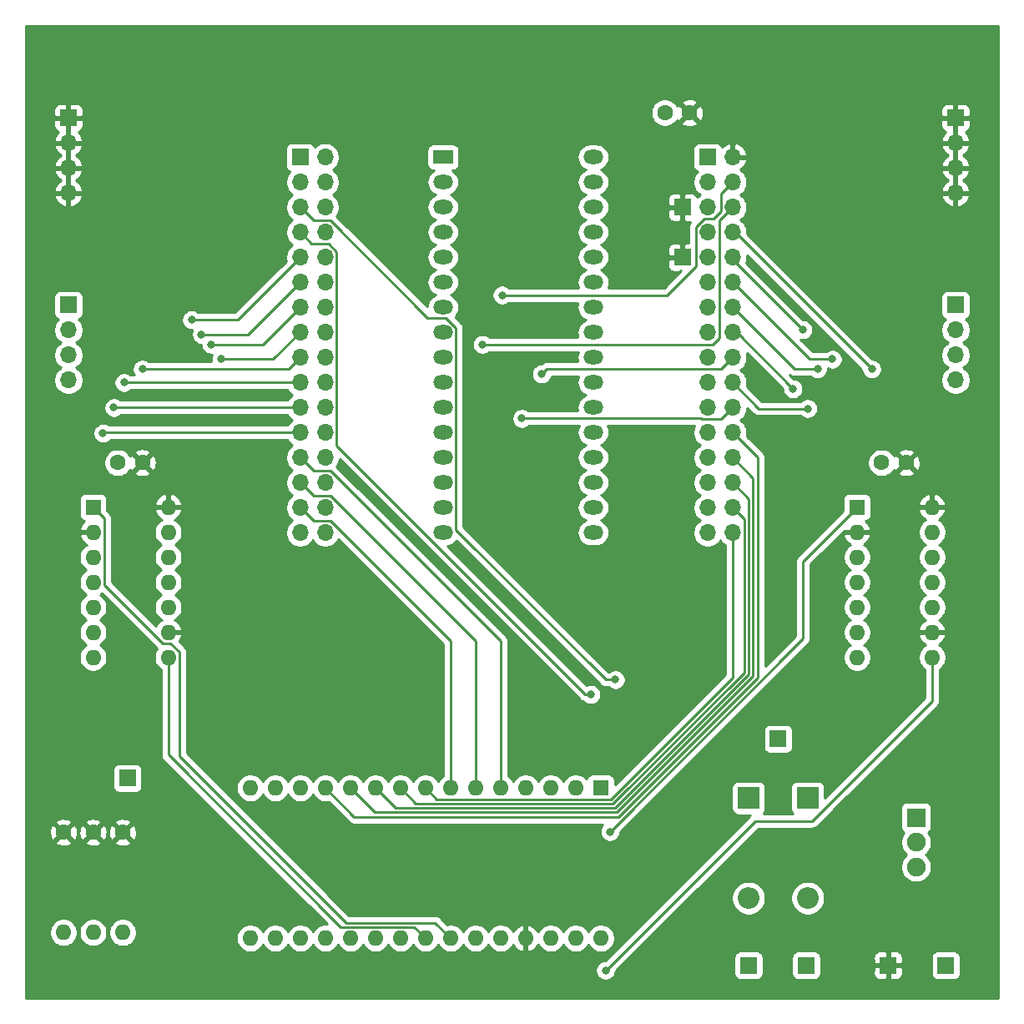
<source format=gbl>
G04 #@! TF.GenerationSoftware,KiCad,Pcbnew,(5.1.9)-1*
G04 #@! TF.CreationDate,2022-11-18T16:49:04-05:00*
G04 #@! TF.ProjectId,TommyPROM32,546f6d6d-7950-4524-9f4d-33322e6b6963,rev?*
G04 #@! TF.SameCoordinates,Original*
G04 #@! TF.FileFunction,Copper,L2,Bot*
G04 #@! TF.FilePolarity,Positive*
%FSLAX46Y46*%
G04 Gerber Fmt 4.6, Leading zero omitted, Abs format (unit mm)*
G04 Created by KiCad (PCBNEW (5.1.9)-1) date 2022-11-18 16:49:04*
%MOMM*%
%LPD*%
G01*
G04 APERTURE LIST*
G04 #@! TA.AperFunction,ComponentPad*
%ADD10R,1.700000X1.700000*%
G04 #@! TD*
G04 #@! TA.AperFunction,ComponentPad*
%ADD11O,2.000000X1.440000*%
G04 #@! TD*
G04 #@! TA.AperFunction,ComponentPad*
%ADD12R,2.000000X1.440000*%
G04 #@! TD*
G04 #@! TA.AperFunction,ComponentPad*
%ADD13O,1.600000X1.600000*%
G04 #@! TD*
G04 #@! TA.AperFunction,ComponentPad*
%ADD14R,1.600000X1.600000*%
G04 #@! TD*
G04 #@! TA.AperFunction,ComponentPad*
%ADD15C,1.900000*%
G04 #@! TD*
G04 #@! TA.AperFunction,ComponentPad*
%ADD16R,1.900000X1.900000*%
G04 #@! TD*
G04 #@! TA.AperFunction,ComponentPad*
%ADD17C,1.600000*%
G04 #@! TD*
G04 #@! TA.AperFunction,ComponentPad*
%ADD18O,1.700000X1.700000*%
G04 #@! TD*
G04 #@! TA.AperFunction,ComponentPad*
%ADD19O,2.200000X2.200000*%
G04 #@! TD*
G04 #@! TA.AperFunction,ComponentPad*
%ADD20R,2.200000X2.200000*%
G04 #@! TD*
G04 #@! TA.AperFunction,ViaPad*
%ADD21C,0.800000*%
G04 #@! TD*
G04 #@! TA.AperFunction,Conductor*
%ADD22C,0.250000*%
G04 #@! TD*
G04 #@! TA.AperFunction,Conductor*
%ADD23C,0.254000*%
G04 #@! TD*
G04 #@! TA.AperFunction,Conductor*
%ADD24C,0.100000*%
G04 #@! TD*
G04 APERTURE END LIST*
D10*
X149000000Y-131000000D03*
D11*
X113240000Y-87100000D03*
X98000000Y-87100000D03*
X113240000Y-84560000D03*
X98000000Y-84560000D03*
X113240000Y-82020000D03*
X98000000Y-82020000D03*
X113240000Y-79480000D03*
X98000000Y-79480000D03*
X113240000Y-76940000D03*
X98000000Y-76940000D03*
X113240000Y-74400000D03*
X98000000Y-74400000D03*
X113240000Y-71860000D03*
X98000000Y-71860000D03*
X113240000Y-69320000D03*
X98000000Y-69320000D03*
X113240000Y-66780000D03*
X98000000Y-66780000D03*
X113240000Y-64240000D03*
X98000000Y-64240000D03*
X113240000Y-61700000D03*
X98000000Y-61700000D03*
X113240000Y-59160000D03*
X98000000Y-59160000D03*
X113240000Y-56620000D03*
X98000000Y-56620000D03*
X113240000Y-54080000D03*
X98000000Y-54080000D03*
X113240000Y-51540000D03*
X98000000Y-51540000D03*
X113240000Y-49000000D03*
D12*
X98000000Y-49000000D03*
D13*
X147620000Y-84500000D03*
X140000000Y-99740000D03*
X147620000Y-87040000D03*
X140000000Y-97200000D03*
X147620000Y-89580000D03*
X140000000Y-94660000D03*
X147620000Y-92120000D03*
X140000000Y-92120000D03*
X147620000Y-94660000D03*
X140000000Y-89580000D03*
X147620000Y-97200000D03*
X140000000Y-87040000D03*
X147620000Y-99740000D03*
D14*
X140000000Y-84500000D03*
D13*
X70120000Y-84500000D03*
X62500000Y-99740000D03*
X70120000Y-87040000D03*
X62500000Y-97200000D03*
X70120000Y-89580000D03*
X62500000Y-94660000D03*
X70120000Y-92120000D03*
X62500000Y-92120000D03*
X70120000Y-94660000D03*
X62500000Y-89580000D03*
X70120000Y-97200000D03*
X62500000Y-87040000D03*
X70120000Y-99740000D03*
D14*
X62500000Y-84500000D03*
D15*
X146000000Y-121000000D03*
X146000000Y-118500000D03*
D16*
X146000000Y-116000000D03*
D13*
X65500000Y-127660000D03*
D17*
X65500000Y-117500000D03*
D13*
X62500000Y-127660000D03*
D17*
X62500000Y-117500000D03*
D13*
X59500000Y-127660000D03*
D17*
X59500000Y-117500000D03*
D10*
X143149999Y-131000000D03*
X66000000Y-112000000D03*
X132000000Y-108000000D03*
D18*
X150000000Y-71620000D03*
X150000000Y-69080000D03*
X150000000Y-66540000D03*
D10*
X150000000Y-64000000D03*
D18*
X60000000Y-71620000D03*
X60000000Y-69080000D03*
X60000000Y-66540000D03*
D10*
X60000000Y-64000000D03*
D18*
X150000000Y-52620000D03*
X150000000Y-50080000D03*
X150000000Y-47540000D03*
D10*
X150000000Y-45000000D03*
D18*
X60000000Y-52620000D03*
X60000000Y-50080000D03*
X60000000Y-47540000D03*
D10*
X60000000Y-45000000D03*
X129000000Y-131000000D03*
X134850000Y-131000000D03*
X122300000Y-59160000D03*
X122300000Y-54080000D03*
D18*
X127390000Y-87100000D03*
X124850000Y-87100000D03*
X127390000Y-84560000D03*
X124850000Y-84560000D03*
X127390000Y-82020000D03*
X124850000Y-82020000D03*
X127390000Y-79480000D03*
X124850000Y-79480000D03*
X127390000Y-76940000D03*
X124850000Y-76940000D03*
X127390000Y-74400000D03*
X124850000Y-74400000D03*
X127390000Y-71860000D03*
X124850000Y-71860000D03*
X127390000Y-69320000D03*
X124850000Y-69320000D03*
X127390000Y-66780000D03*
X124850000Y-66780000D03*
X127390000Y-64240000D03*
X124850000Y-64240000D03*
X127390000Y-61700000D03*
X124850000Y-61700000D03*
X127390000Y-59160000D03*
X124850000Y-59160000D03*
X127390000Y-56620000D03*
X124850000Y-56620000D03*
X127390000Y-54080000D03*
X124850000Y-54080000D03*
X127390000Y-51540000D03*
X124850000Y-51540000D03*
X127390000Y-49000000D03*
D10*
X124850000Y-49000000D03*
D18*
X86040000Y-87100000D03*
X83500000Y-87100000D03*
X86040000Y-84560000D03*
X83500000Y-84560000D03*
X86040000Y-82020000D03*
X83500000Y-82020000D03*
X86040000Y-79480000D03*
X83500000Y-79480000D03*
X86040000Y-76940000D03*
X83500000Y-76940000D03*
X86040000Y-74400000D03*
X83500000Y-74400000D03*
X86040000Y-71860000D03*
X83500000Y-71860000D03*
X86040000Y-69320000D03*
X83500000Y-69320000D03*
X86040000Y-66780000D03*
X83500000Y-66780000D03*
X86040000Y-64240000D03*
X83500000Y-64240000D03*
X86040000Y-61700000D03*
X83500000Y-61700000D03*
X86040000Y-59160000D03*
X83500000Y-59160000D03*
X86040000Y-56620000D03*
X83500000Y-56620000D03*
X86040000Y-54080000D03*
X83500000Y-54080000D03*
X86040000Y-51540000D03*
X83500000Y-51540000D03*
X86040000Y-49000000D03*
D10*
X83500000Y-49000000D03*
D19*
X135000000Y-124160000D03*
D20*
X135000000Y-114000000D03*
D19*
X129000000Y-124160000D03*
D20*
X129000000Y-114000000D03*
D17*
X65000000Y-80000000D03*
X67500000Y-80000000D03*
X120500000Y-44500000D03*
X123000000Y-44500000D03*
X142500000Y-80000000D03*
X145000000Y-80000000D03*
D13*
X78440000Y-128240000D03*
X78440000Y-113000000D03*
X114000000Y-128240000D03*
X80980000Y-113000000D03*
X111460000Y-128240000D03*
X83520000Y-113000000D03*
X108920000Y-128240000D03*
X86060000Y-113000000D03*
X106380000Y-128240000D03*
X88600000Y-113000000D03*
X103840000Y-128240000D03*
X91140000Y-113000000D03*
X101300000Y-128240000D03*
X93680000Y-113000000D03*
X98760000Y-128240000D03*
X96220000Y-113000000D03*
X96220000Y-128240000D03*
X98760000Y-113000000D03*
X93680000Y-128240000D03*
X101300000Y-113000000D03*
X91140000Y-128240000D03*
X103840000Y-113000000D03*
X88600000Y-128240000D03*
X106380000Y-113000000D03*
X86060000Y-128240000D03*
X108920000Y-113000000D03*
X83520000Y-128240000D03*
X111460000Y-113000000D03*
X80980000Y-128240000D03*
D14*
X114000000Y-113000000D03*
D21*
X102000000Y-68000000D03*
X114933526Y-117433526D03*
X114500000Y-131500000D03*
X108000000Y-71000000D03*
X106000000Y-75500000D03*
X104000000Y-63000000D03*
X63500000Y-77000000D03*
X64600000Y-74400000D03*
X65640000Y-71860000D03*
X67500000Y-70500000D03*
X75500000Y-69500000D03*
X74500000Y-68000000D03*
X73500000Y-67000000D03*
X72500000Y-65500000D03*
X113000000Y-103500000D03*
X115500000Y-102000000D03*
X141500000Y-70500000D03*
X134500000Y-66500000D03*
X137500000Y-69500000D03*
X136000000Y-70500000D03*
X133500000Y-72500000D03*
X135000000Y-74500000D03*
D22*
X126025001Y-55444999D02*
X127390000Y-54080000D01*
X126025001Y-67344001D02*
X126025001Y-55444999D01*
X125369002Y-68000000D02*
X126025001Y-67344001D01*
X102000000Y-68000000D02*
X125369002Y-68000000D01*
X88985041Y-115925041D02*
X86060000Y-113000000D01*
X115805601Y-115925041D02*
X88985041Y-115925041D01*
X129915028Y-101815614D02*
X115805601Y-115925041D01*
X129915028Y-79465028D02*
X129915028Y-101815614D01*
X127390000Y-76940000D02*
X129915028Y-79465028D01*
X91075031Y-115475031D02*
X88600000Y-113000000D01*
X115619201Y-115475031D02*
X91075031Y-115475031D01*
X129465019Y-101629213D02*
X115619201Y-115475031D01*
X129465019Y-81555019D02*
X129465019Y-101629213D01*
X127390000Y-79480000D02*
X129465019Y-81555019D01*
X93165021Y-115025021D02*
X91140000Y-113000000D01*
X115432801Y-115025021D02*
X93165021Y-115025021D01*
X129015010Y-101442812D02*
X115432801Y-115025021D01*
X129015010Y-83645010D02*
X129015010Y-101442812D01*
X127390000Y-82020000D02*
X129015010Y-83645010D01*
X95255011Y-114575011D02*
X93680000Y-113000000D01*
X115246401Y-114575011D02*
X95255011Y-114575011D01*
X128565001Y-101256411D02*
X115246401Y-114575011D01*
X128565001Y-85735001D02*
X128565001Y-101256411D01*
X127390000Y-84560000D02*
X128565001Y-85735001D01*
X134500000Y-90000000D02*
X140000000Y-84500000D01*
X134500000Y-97867052D02*
X134500000Y-90000000D01*
X114933526Y-117433526D02*
X134500000Y-97867052D01*
X63625001Y-85625001D02*
X62500000Y-84500000D01*
X63625001Y-92370003D02*
X63625001Y-85625001D01*
X69579999Y-98325001D02*
X63625001Y-92370003D01*
X71245001Y-109745001D02*
X71245001Y-99199999D01*
X88164989Y-126664989D02*
X71245001Y-109745001D01*
X71245001Y-99199999D02*
X70370003Y-98325001D01*
X97184989Y-126664989D02*
X88164989Y-126664989D01*
X70370003Y-98325001D02*
X69579999Y-98325001D01*
X98760000Y-128240000D02*
X97184989Y-126664989D01*
X97345001Y-114125001D02*
X96220000Y-113000000D01*
X115060001Y-114125001D02*
X97345001Y-114125001D01*
X127390000Y-101795002D02*
X115060001Y-114125001D01*
X127390000Y-87100000D02*
X127390000Y-101795002D01*
X70120000Y-109620000D02*
X70120000Y-99740000D01*
X95094999Y-127114999D02*
X87614999Y-127114999D01*
X87614999Y-127114999D02*
X70120000Y-109620000D01*
X96220000Y-128240000D02*
X95094999Y-127114999D01*
X84864999Y-85924999D02*
X83500000Y-84560000D01*
X86604001Y-85924999D02*
X84864999Y-85924999D01*
X98760000Y-98080998D02*
X86604001Y-85924999D01*
X98760000Y-113000000D02*
X98760000Y-98080998D01*
X147620000Y-104165002D02*
X147620000Y-99740000D01*
X135454999Y-116330003D02*
X147620000Y-104165002D01*
X129669997Y-116330003D02*
X135454999Y-116330003D01*
X114500000Y-131500000D02*
X114500000Y-131500000D01*
X114500000Y-131500000D02*
X129669997Y-116330003D01*
X84864999Y-83384999D02*
X83500000Y-82020000D01*
X86604001Y-83384999D02*
X84864999Y-83384999D01*
X101300000Y-98080998D02*
X86604001Y-83384999D01*
X101300000Y-113000000D02*
X101300000Y-98080998D01*
X126214999Y-70495001D02*
X127390000Y-69320000D01*
X108504999Y-70495001D02*
X126214999Y-70495001D01*
X108000000Y-71000000D02*
X108504999Y-70495001D01*
X86604001Y-80844999D02*
X84864999Y-80844999D01*
X103840000Y-98080998D02*
X86604001Y-80844999D01*
X84864999Y-80844999D02*
X83500000Y-79480000D01*
X103840000Y-113000000D02*
X103840000Y-98080998D01*
X126214999Y-75575001D02*
X127390000Y-74400000D01*
X124285999Y-75575001D02*
X126214999Y-75575001D01*
X124210998Y-75500000D02*
X124285999Y-75575001D01*
X106000000Y-75500000D02*
X124210998Y-75500000D01*
X126214999Y-52715001D02*
X127390000Y-51540000D01*
X126214999Y-54454003D02*
X126214999Y-52715001D01*
X125414001Y-55255001D02*
X126214999Y-54454003D01*
X124475997Y-55255001D02*
X125414001Y-55255001D01*
X123674999Y-56055999D02*
X124475997Y-55255001D01*
X123674999Y-60070003D02*
X123674999Y-56055999D01*
X120745002Y-63000000D02*
X123674999Y-60070003D01*
X104000000Y-63000000D02*
X120745002Y-63000000D01*
X83500000Y-76940000D02*
X63560000Y-76940000D01*
X83500000Y-74400000D02*
X64600000Y-74400000D01*
X83500000Y-71860000D02*
X65640000Y-71860000D01*
X67680000Y-70500000D02*
X67680000Y-70320000D01*
X67680000Y-70320000D02*
X67500000Y-70500000D01*
X82320000Y-70500000D02*
X67680000Y-70500000D01*
X83500000Y-69320000D02*
X82320000Y-70500000D01*
X80780000Y-69500000D02*
X83500000Y-66780000D01*
X75500000Y-69500000D02*
X80780000Y-69500000D01*
X79740000Y-68000000D02*
X83500000Y-64240000D01*
X74500000Y-68000000D02*
X79740000Y-68000000D01*
X78200000Y-67000000D02*
X83500000Y-61700000D01*
X73500000Y-67000000D02*
X78200000Y-67000000D01*
X77160000Y-65500000D02*
X83500000Y-59160000D01*
X72500000Y-65500000D02*
X77160000Y-65500000D01*
X84675001Y-57795001D02*
X83500000Y-56620000D01*
X86414003Y-57795001D02*
X84675001Y-57795001D01*
X87215001Y-58595999D02*
X86414003Y-57795001D01*
X87215001Y-78280686D02*
X87215001Y-58595999D01*
X112434315Y-103500000D02*
X87215001Y-78280686D01*
X113000000Y-103500000D02*
X112434315Y-103500000D01*
X115500000Y-102000000D02*
X114500000Y-102000000D01*
X84864999Y-55444999D02*
X83500000Y-54080000D01*
X86604001Y-55444999D02*
X84864999Y-55444999D01*
X96444012Y-65285010D02*
X86604001Y-55444999D01*
X98262877Y-65285010D02*
X96444012Y-65285010D01*
X99325010Y-66347143D02*
X98262877Y-65285010D01*
X99325010Y-86825010D02*
X99325010Y-66347143D01*
X114500000Y-102000000D02*
X99325010Y-86825010D01*
X127620000Y-56620000D02*
X127390000Y-56620000D01*
X141500000Y-70500000D02*
X127620000Y-56620000D01*
X127390000Y-59390000D02*
X127390000Y-59160000D01*
X134500000Y-66500000D02*
X127390000Y-59390000D01*
X135190000Y-69500000D02*
X127390000Y-61700000D01*
X137500000Y-69500000D02*
X135190000Y-69500000D01*
X133650000Y-70500000D02*
X127390000Y-64240000D01*
X136000000Y-70500000D02*
X133650000Y-70500000D01*
X127780000Y-66780000D02*
X127390000Y-66780000D01*
X133500000Y-72500000D02*
X127780000Y-66780000D01*
X130030000Y-74500000D02*
X127390000Y-71860000D01*
X135000000Y-74500000D02*
X130030000Y-74500000D01*
D23*
X154340000Y-134340000D02*
X55660000Y-134340000D01*
X55660000Y-131398061D01*
X113465000Y-131398061D01*
X113465000Y-131601939D01*
X113504774Y-131801898D01*
X113582795Y-131990256D01*
X113696063Y-132159774D01*
X113840226Y-132303937D01*
X114009744Y-132417205D01*
X114198102Y-132495226D01*
X114398061Y-132535000D01*
X114601939Y-132535000D01*
X114801898Y-132495226D01*
X114990256Y-132417205D01*
X115159774Y-132303937D01*
X115303937Y-132159774D01*
X115417205Y-131990256D01*
X115495226Y-131801898D01*
X115535000Y-131601939D01*
X115535000Y-131539801D01*
X116924801Y-130150000D01*
X127511928Y-130150000D01*
X127511928Y-131850000D01*
X127524188Y-131974482D01*
X127560498Y-132094180D01*
X127619463Y-132204494D01*
X127698815Y-132301185D01*
X127795506Y-132380537D01*
X127905820Y-132439502D01*
X128025518Y-132475812D01*
X128150000Y-132488072D01*
X129850000Y-132488072D01*
X129974482Y-132475812D01*
X130094180Y-132439502D01*
X130204494Y-132380537D01*
X130301185Y-132301185D01*
X130380537Y-132204494D01*
X130439502Y-132094180D01*
X130475812Y-131974482D01*
X130488072Y-131850000D01*
X130488072Y-130150000D01*
X133361928Y-130150000D01*
X133361928Y-131850000D01*
X133374188Y-131974482D01*
X133410498Y-132094180D01*
X133469463Y-132204494D01*
X133548815Y-132301185D01*
X133645506Y-132380537D01*
X133755820Y-132439502D01*
X133875518Y-132475812D01*
X134000000Y-132488072D01*
X135700000Y-132488072D01*
X135824482Y-132475812D01*
X135944180Y-132439502D01*
X136054494Y-132380537D01*
X136151185Y-132301185D01*
X136230537Y-132204494D01*
X136289502Y-132094180D01*
X136325812Y-131974482D01*
X136338072Y-131850000D01*
X141661927Y-131850000D01*
X141674187Y-131974482D01*
X141710497Y-132094180D01*
X141769462Y-132204494D01*
X141848814Y-132301185D01*
X141945505Y-132380537D01*
X142055819Y-132439502D01*
X142175517Y-132475812D01*
X142299999Y-132488072D01*
X142864249Y-132485000D01*
X143022999Y-132326250D01*
X143022999Y-131127000D01*
X143276999Y-131127000D01*
X143276999Y-132326250D01*
X143435749Y-132485000D01*
X143999999Y-132488072D01*
X144124481Y-132475812D01*
X144244179Y-132439502D01*
X144354493Y-132380537D01*
X144451184Y-132301185D01*
X144530536Y-132204494D01*
X144589501Y-132094180D01*
X144625811Y-131974482D01*
X144638071Y-131850000D01*
X144634999Y-131285750D01*
X144476249Y-131127000D01*
X143276999Y-131127000D01*
X143022999Y-131127000D01*
X141823749Y-131127000D01*
X141664999Y-131285750D01*
X141661927Y-131850000D01*
X136338072Y-131850000D01*
X136338072Y-130150000D01*
X141661927Y-130150000D01*
X141664999Y-130714250D01*
X141823749Y-130873000D01*
X143022999Y-130873000D01*
X143022999Y-129673750D01*
X143276999Y-129673750D01*
X143276999Y-130873000D01*
X144476249Y-130873000D01*
X144634999Y-130714250D01*
X144638071Y-130150000D01*
X147511928Y-130150000D01*
X147511928Y-131850000D01*
X147524188Y-131974482D01*
X147560498Y-132094180D01*
X147619463Y-132204494D01*
X147698815Y-132301185D01*
X147795506Y-132380537D01*
X147905820Y-132439502D01*
X148025518Y-132475812D01*
X148150000Y-132488072D01*
X149850000Y-132488072D01*
X149974482Y-132475812D01*
X150094180Y-132439502D01*
X150204494Y-132380537D01*
X150301185Y-132301185D01*
X150380537Y-132204494D01*
X150439502Y-132094180D01*
X150475812Y-131974482D01*
X150488072Y-131850000D01*
X150488072Y-130150000D01*
X150475812Y-130025518D01*
X150439502Y-129905820D01*
X150380537Y-129795506D01*
X150301185Y-129698815D01*
X150204494Y-129619463D01*
X150094180Y-129560498D01*
X149974482Y-129524188D01*
X149850000Y-129511928D01*
X148150000Y-129511928D01*
X148025518Y-129524188D01*
X147905820Y-129560498D01*
X147795506Y-129619463D01*
X147698815Y-129698815D01*
X147619463Y-129795506D01*
X147560498Y-129905820D01*
X147524188Y-130025518D01*
X147511928Y-130150000D01*
X144638071Y-130150000D01*
X144625811Y-130025518D01*
X144589501Y-129905820D01*
X144530536Y-129795506D01*
X144451184Y-129698815D01*
X144354493Y-129619463D01*
X144244179Y-129560498D01*
X144124481Y-129524188D01*
X143999999Y-129511928D01*
X143435749Y-129515000D01*
X143276999Y-129673750D01*
X143022999Y-129673750D01*
X142864249Y-129515000D01*
X142299999Y-129511928D01*
X142175517Y-129524188D01*
X142055819Y-129560498D01*
X141945505Y-129619463D01*
X141848814Y-129698815D01*
X141769462Y-129795506D01*
X141710497Y-129905820D01*
X141674187Y-130025518D01*
X141661927Y-130150000D01*
X136338072Y-130150000D01*
X136325812Y-130025518D01*
X136289502Y-129905820D01*
X136230537Y-129795506D01*
X136151185Y-129698815D01*
X136054494Y-129619463D01*
X135944180Y-129560498D01*
X135824482Y-129524188D01*
X135700000Y-129511928D01*
X134000000Y-129511928D01*
X133875518Y-129524188D01*
X133755820Y-129560498D01*
X133645506Y-129619463D01*
X133548815Y-129698815D01*
X133469463Y-129795506D01*
X133410498Y-129905820D01*
X133374188Y-130025518D01*
X133361928Y-130150000D01*
X130488072Y-130150000D01*
X130475812Y-130025518D01*
X130439502Y-129905820D01*
X130380537Y-129795506D01*
X130301185Y-129698815D01*
X130204494Y-129619463D01*
X130094180Y-129560498D01*
X129974482Y-129524188D01*
X129850000Y-129511928D01*
X128150000Y-129511928D01*
X128025518Y-129524188D01*
X127905820Y-129560498D01*
X127795506Y-129619463D01*
X127698815Y-129698815D01*
X127619463Y-129795506D01*
X127560498Y-129905820D01*
X127524188Y-130025518D01*
X127511928Y-130150000D01*
X116924801Y-130150000D01*
X123085685Y-123989117D01*
X127265000Y-123989117D01*
X127265000Y-124330883D01*
X127331675Y-124666081D01*
X127462463Y-124981831D01*
X127652337Y-125265998D01*
X127894002Y-125507663D01*
X128178169Y-125697537D01*
X128493919Y-125828325D01*
X128829117Y-125895000D01*
X129170883Y-125895000D01*
X129506081Y-125828325D01*
X129821831Y-125697537D01*
X130105998Y-125507663D01*
X130347663Y-125265998D01*
X130537537Y-124981831D01*
X130668325Y-124666081D01*
X130735000Y-124330883D01*
X130735000Y-123989117D01*
X133265000Y-123989117D01*
X133265000Y-124330883D01*
X133331675Y-124666081D01*
X133462463Y-124981831D01*
X133652337Y-125265998D01*
X133894002Y-125507663D01*
X134178169Y-125697537D01*
X134493919Y-125828325D01*
X134829117Y-125895000D01*
X135170883Y-125895000D01*
X135506081Y-125828325D01*
X135821831Y-125697537D01*
X136105998Y-125507663D01*
X136347663Y-125265998D01*
X136537537Y-124981831D01*
X136668325Y-124666081D01*
X136735000Y-124330883D01*
X136735000Y-123989117D01*
X136668325Y-123653919D01*
X136537537Y-123338169D01*
X136347663Y-123054002D01*
X136105998Y-122812337D01*
X135821831Y-122622463D01*
X135506081Y-122491675D01*
X135170883Y-122425000D01*
X134829117Y-122425000D01*
X134493919Y-122491675D01*
X134178169Y-122622463D01*
X133894002Y-122812337D01*
X133652337Y-123054002D01*
X133462463Y-123338169D01*
X133331675Y-123653919D01*
X133265000Y-123989117D01*
X130735000Y-123989117D01*
X130668325Y-123653919D01*
X130537537Y-123338169D01*
X130347663Y-123054002D01*
X130105998Y-122812337D01*
X129821831Y-122622463D01*
X129506081Y-122491675D01*
X129170883Y-122425000D01*
X128829117Y-122425000D01*
X128493919Y-122491675D01*
X128178169Y-122622463D01*
X127894002Y-122812337D01*
X127652337Y-123054002D01*
X127462463Y-123338169D01*
X127331675Y-123653919D01*
X127265000Y-123989117D01*
X123085685Y-123989117D01*
X129984800Y-117090003D01*
X135417677Y-117090003D01*
X135454999Y-117093679D01*
X135492321Y-117090003D01*
X135492332Y-117090003D01*
X135603985Y-117079006D01*
X135747246Y-117035549D01*
X135879275Y-116964977D01*
X135995000Y-116870004D01*
X136018803Y-116841000D01*
X137809803Y-115050000D01*
X144411928Y-115050000D01*
X144411928Y-116950000D01*
X144424188Y-117074482D01*
X144460498Y-117194180D01*
X144519463Y-117304494D01*
X144598815Y-117401185D01*
X144695506Y-117480537D01*
X144754021Y-117511814D01*
X144595391Y-117749221D01*
X144475911Y-118037673D01*
X144415000Y-118343891D01*
X144415000Y-118656109D01*
X144475911Y-118962327D01*
X144595391Y-119250779D01*
X144768850Y-119510379D01*
X144989621Y-119731150D01*
X145017832Y-119750000D01*
X144989621Y-119768850D01*
X144768850Y-119989621D01*
X144595391Y-120249221D01*
X144475911Y-120537673D01*
X144415000Y-120843891D01*
X144415000Y-121156109D01*
X144475911Y-121462327D01*
X144595391Y-121750779D01*
X144768850Y-122010379D01*
X144989621Y-122231150D01*
X145249221Y-122404609D01*
X145537673Y-122524089D01*
X145843891Y-122585000D01*
X146156109Y-122585000D01*
X146462327Y-122524089D01*
X146750779Y-122404609D01*
X147010379Y-122231150D01*
X147231150Y-122010379D01*
X147404609Y-121750779D01*
X147524089Y-121462327D01*
X147585000Y-121156109D01*
X147585000Y-120843891D01*
X147524089Y-120537673D01*
X147404609Y-120249221D01*
X147231150Y-119989621D01*
X147010379Y-119768850D01*
X146982168Y-119750000D01*
X147010379Y-119731150D01*
X147231150Y-119510379D01*
X147404609Y-119250779D01*
X147524089Y-118962327D01*
X147585000Y-118656109D01*
X147585000Y-118343891D01*
X147524089Y-118037673D01*
X147404609Y-117749221D01*
X147245979Y-117511814D01*
X147304494Y-117480537D01*
X147401185Y-117401185D01*
X147480537Y-117304494D01*
X147539502Y-117194180D01*
X147575812Y-117074482D01*
X147588072Y-116950000D01*
X147588072Y-115050000D01*
X147575812Y-114925518D01*
X147539502Y-114805820D01*
X147480537Y-114695506D01*
X147401185Y-114598815D01*
X147304494Y-114519463D01*
X147194180Y-114460498D01*
X147074482Y-114424188D01*
X146950000Y-114411928D01*
X145050000Y-114411928D01*
X144925518Y-114424188D01*
X144805820Y-114460498D01*
X144695506Y-114519463D01*
X144598815Y-114598815D01*
X144519463Y-114695506D01*
X144460498Y-114805820D01*
X144424188Y-114925518D01*
X144411928Y-115050000D01*
X137809803Y-115050000D01*
X148131010Y-104728795D01*
X148160001Y-104705003D01*
X148183795Y-104676010D01*
X148183799Y-104676006D01*
X148254973Y-104589279D01*
X148254974Y-104589278D01*
X148325546Y-104457249D01*
X148369003Y-104313988D01*
X148380000Y-104202335D01*
X148380000Y-104202326D01*
X148383676Y-104165003D01*
X148380000Y-104127680D01*
X148380000Y-100958043D01*
X148534759Y-100854637D01*
X148734637Y-100654759D01*
X148891680Y-100419727D01*
X148999853Y-100158574D01*
X149055000Y-99881335D01*
X149055000Y-99598665D01*
X148999853Y-99321426D01*
X148891680Y-99060273D01*
X148734637Y-98825241D01*
X148534759Y-98625363D01*
X148299727Y-98468320D01*
X148289135Y-98463933D01*
X148475131Y-98352385D01*
X148683519Y-98163414D01*
X148851037Y-97937420D01*
X148971246Y-97683087D01*
X149011904Y-97549039D01*
X148889915Y-97327000D01*
X147747000Y-97327000D01*
X147747000Y-97347000D01*
X147493000Y-97347000D01*
X147493000Y-97327000D01*
X146350085Y-97327000D01*
X146228096Y-97549039D01*
X146268754Y-97683087D01*
X146388963Y-97937420D01*
X146556481Y-98163414D01*
X146764869Y-98352385D01*
X146950865Y-98463933D01*
X146940273Y-98468320D01*
X146705241Y-98625363D01*
X146505363Y-98825241D01*
X146348320Y-99060273D01*
X146240147Y-99321426D01*
X146185000Y-99598665D01*
X146185000Y-99881335D01*
X146240147Y-100158574D01*
X146348320Y-100419727D01*
X146505363Y-100654759D01*
X146705241Y-100854637D01*
X146860001Y-100958044D01*
X146860000Y-103850199D01*
X136738072Y-113972129D01*
X136738072Y-112900000D01*
X136725812Y-112775518D01*
X136689502Y-112655820D01*
X136630537Y-112545506D01*
X136551185Y-112448815D01*
X136454494Y-112369463D01*
X136344180Y-112310498D01*
X136224482Y-112274188D01*
X136100000Y-112261928D01*
X133900000Y-112261928D01*
X133775518Y-112274188D01*
X133655820Y-112310498D01*
X133545506Y-112369463D01*
X133448815Y-112448815D01*
X133369463Y-112545506D01*
X133310498Y-112655820D01*
X133274188Y-112775518D01*
X133261928Y-112900000D01*
X133261928Y-115100000D01*
X133274188Y-115224482D01*
X133310498Y-115344180D01*
X133369463Y-115454494D01*
X133448815Y-115551185D01*
X133471745Y-115570003D01*
X130528255Y-115570003D01*
X130551185Y-115551185D01*
X130630537Y-115454494D01*
X130689502Y-115344180D01*
X130725812Y-115224482D01*
X130738072Y-115100000D01*
X130738072Y-112900000D01*
X130725812Y-112775518D01*
X130689502Y-112655820D01*
X130630537Y-112545506D01*
X130551185Y-112448815D01*
X130454494Y-112369463D01*
X130344180Y-112310498D01*
X130224482Y-112274188D01*
X130100000Y-112261928D01*
X127900000Y-112261928D01*
X127775518Y-112274188D01*
X127655820Y-112310498D01*
X127545506Y-112369463D01*
X127448815Y-112448815D01*
X127369463Y-112545506D01*
X127310498Y-112655820D01*
X127274188Y-112775518D01*
X127261928Y-112900000D01*
X127261928Y-115100000D01*
X127274188Y-115224482D01*
X127310498Y-115344180D01*
X127369463Y-115454494D01*
X127448815Y-115551185D01*
X127545506Y-115630537D01*
X127655820Y-115689502D01*
X127775518Y-115725812D01*
X127900000Y-115738072D01*
X129193272Y-115738072D01*
X129158993Y-115766204D01*
X129158989Y-115766208D01*
X129129996Y-115790002D01*
X129106202Y-115818995D01*
X114460199Y-130465000D01*
X114398061Y-130465000D01*
X114198102Y-130504774D01*
X114009744Y-130582795D01*
X113840226Y-130696063D01*
X113696063Y-130840226D01*
X113582795Y-131009744D01*
X113504774Y-131198102D01*
X113465000Y-131398061D01*
X55660000Y-131398061D01*
X55660000Y-127518665D01*
X58065000Y-127518665D01*
X58065000Y-127801335D01*
X58120147Y-128078574D01*
X58228320Y-128339727D01*
X58385363Y-128574759D01*
X58585241Y-128774637D01*
X58820273Y-128931680D01*
X59081426Y-129039853D01*
X59358665Y-129095000D01*
X59641335Y-129095000D01*
X59918574Y-129039853D01*
X60179727Y-128931680D01*
X60414759Y-128774637D01*
X60614637Y-128574759D01*
X60771680Y-128339727D01*
X60879853Y-128078574D01*
X60935000Y-127801335D01*
X60935000Y-127518665D01*
X61065000Y-127518665D01*
X61065000Y-127801335D01*
X61120147Y-128078574D01*
X61228320Y-128339727D01*
X61385363Y-128574759D01*
X61585241Y-128774637D01*
X61820273Y-128931680D01*
X62081426Y-129039853D01*
X62358665Y-129095000D01*
X62641335Y-129095000D01*
X62918574Y-129039853D01*
X63179727Y-128931680D01*
X63414759Y-128774637D01*
X63614637Y-128574759D01*
X63771680Y-128339727D01*
X63879853Y-128078574D01*
X63935000Y-127801335D01*
X63935000Y-127518665D01*
X64065000Y-127518665D01*
X64065000Y-127801335D01*
X64120147Y-128078574D01*
X64228320Y-128339727D01*
X64385363Y-128574759D01*
X64585241Y-128774637D01*
X64820273Y-128931680D01*
X65081426Y-129039853D01*
X65358665Y-129095000D01*
X65641335Y-129095000D01*
X65918574Y-129039853D01*
X66179727Y-128931680D01*
X66414759Y-128774637D01*
X66614637Y-128574759D01*
X66771680Y-128339727D01*
X66879853Y-128078574D01*
X66935000Y-127801335D01*
X66935000Y-127518665D01*
X66879853Y-127241426D01*
X66771680Y-126980273D01*
X66614637Y-126745241D01*
X66414759Y-126545363D01*
X66179727Y-126388320D01*
X65918574Y-126280147D01*
X65641335Y-126225000D01*
X65358665Y-126225000D01*
X65081426Y-126280147D01*
X64820273Y-126388320D01*
X64585241Y-126545363D01*
X64385363Y-126745241D01*
X64228320Y-126980273D01*
X64120147Y-127241426D01*
X64065000Y-127518665D01*
X63935000Y-127518665D01*
X63879853Y-127241426D01*
X63771680Y-126980273D01*
X63614637Y-126745241D01*
X63414759Y-126545363D01*
X63179727Y-126388320D01*
X62918574Y-126280147D01*
X62641335Y-126225000D01*
X62358665Y-126225000D01*
X62081426Y-126280147D01*
X61820273Y-126388320D01*
X61585241Y-126545363D01*
X61385363Y-126745241D01*
X61228320Y-126980273D01*
X61120147Y-127241426D01*
X61065000Y-127518665D01*
X60935000Y-127518665D01*
X60879853Y-127241426D01*
X60771680Y-126980273D01*
X60614637Y-126745241D01*
X60414759Y-126545363D01*
X60179727Y-126388320D01*
X59918574Y-126280147D01*
X59641335Y-126225000D01*
X59358665Y-126225000D01*
X59081426Y-126280147D01*
X58820273Y-126388320D01*
X58585241Y-126545363D01*
X58385363Y-126745241D01*
X58228320Y-126980273D01*
X58120147Y-127241426D01*
X58065000Y-127518665D01*
X55660000Y-127518665D01*
X55660000Y-118492702D01*
X58686903Y-118492702D01*
X58758486Y-118736671D01*
X59013996Y-118857571D01*
X59288184Y-118926300D01*
X59570512Y-118940217D01*
X59850130Y-118898787D01*
X60116292Y-118803603D01*
X60241514Y-118736671D01*
X60313097Y-118492702D01*
X61686903Y-118492702D01*
X61758486Y-118736671D01*
X62013996Y-118857571D01*
X62288184Y-118926300D01*
X62570512Y-118940217D01*
X62850130Y-118898787D01*
X63116292Y-118803603D01*
X63241514Y-118736671D01*
X63313097Y-118492702D01*
X64686903Y-118492702D01*
X64758486Y-118736671D01*
X65013996Y-118857571D01*
X65288184Y-118926300D01*
X65570512Y-118940217D01*
X65850130Y-118898787D01*
X66116292Y-118803603D01*
X66241514Y-118736671D01*
X66313097Y-118492702D01*
X65500000Y-117679605D01*
X64686903Y-118492702D01*
X63313097Y-118492702D01*
X62500000Y-117679605D01*
X61686903Y-118492702D01*
X60313097Y-118492702D01*
X59500000Y-117679605D01*
X58686903Y-118492702D01*
X55660000Y-118492702D01*
X55660000Y-117570512D01*
X58059783Y-117570512D01*
X58101213Y-117850130D01*
X58196397Y-118116292D01*
X58263329Y-118241514D01*
X58507298Y-118313097D01*
X59320395Y-117500000D01*
X59679605Y-117500000D01*
X60492702Y-118313097D01*
X60736671Y-118241514D01*
X60857571Y-117986004D01*
X60926300Y-117711816D01*
X60933265Y-117570512D01*
X61059783Y-117570512D01*
X61101213Y-117850130D01*
X61196397Y-118116292D01*
X61263329Y-118241514D01*
X61507298Y-118313097D01*
X62320395Y-117500000D01*
X62679605Y-117500000D01*
X63492702Y-118313097D01*
X63736671Y-118241514D01*
X63857571Y-117986004D01*
X63926300Y-117711816D01*
X63933265Y-117570512D01*
X64059783Y-117570512D01*
X64101213Y-117850130D01*
X64196397Y-118116292D01*
X64263329Y-118241514D01*
X64507298Y-118313097D01*
X65320395Y-117500000D01*
X65679605Y-117500000D01*
X66492702Y-118313097D01*
X66736671Y-118241514D01*
X66857571Y-117986004D01*
X66926300Y-117711816D01*
X66940217Y-117429488D01*
X66898787Y-117149870D01*
X66803603Y-116883708D01*
X66736671Y-116758486D01*
X66492702Y-116686903D01*
X65679605Y-117500000D01*
X65320395Y-117500000D01*
X64507298Y-116686903D01*
X64263329Y-116758486D01*
X64142429Y-117013996D01*
X64073700Y-117288184D01*
X64059783Y-117570512D01*
X63933265Y-117570512D01*
X63940217Y-117429488D01*
X63898787Y-117149870D01*
X63803603Y-116883708D01*
X63736671Y-116758486D01*
X63492702Y-116686903D01*
X62679605Y-117500000D01*
X62320395Y-117500000D01*
X61507298Y-116686903D01*
X61263329Y-116758486D01*
X61142429Y-117013996D01*
X61073700Y-117288184D01*
X61059783Y-117570512D01*
X60933265Y-117570512D01*
X60940217Y-117429488D01*
X60898787Y-117149870D01*
X60803603Y-116883708D01*
X60736671Y-116758486D01*
X60492702Y-116686903D01*
X59679605Y-117500000D01*
X59320395Y-117500000D01*
X58507298Y-116686903D01*
X58263329Y-116758486D01*
X58142429Y-117013996D01*
X58073700Y-117288184D01*
X58059783Y-117570512D01*
X55660000Y-117570512D01*
X55660000Y-116507298D01*
X58686903Y-116507298D01*
X59500000Y-117320395D01*
X60313097Y-116507298D01*
X61686903Y-116507298D01*
X62500000Y-117320395D01*
X63313097Y-116507298D01*
X64686903Y-116507298D01*
X65500000Y-117320395D01*
X66313097Y-116507298D01*
X66241514Y-116263329D01*
X65986004Y-116142429D01*
X65711816Y-116073700D01*
X65429488Y-116059783D01*
X65149870Y-116101213D01*
X64883708Y-116196397D01*
X64758486Y-116263329D01*
X64686903Y-116507298D01*
X63313097Y-116507298D01*
X63241514Y-116263329D01*
X62986004Y-116142429D01*
X62711816Y-116073700D01*
X62429488Y-116059783D01*
X62149870Y-116101213D01*
X61883708Y-116196397D01*
X61758486Y-116263329D01*
X61686903Y-116507298D01*
X60313097Y-116507298D01*
X60241514Y-116263329D01*
X59986004Y-116142429D01*
X59711816Y-116073700D01*
X59429488Y-116059783D01*
X59149870Y-116101213D01*
X58883708Y-116196397D01*
X58758486Y-116263329D01*
X58686903Y-116507298D01*
X55660000Y-116507298D01*
X55660000Y-111150000D01*
X64511928Y-111150000D01*
X64511928Y-112850000D01*
X64524188Y-112974482D01*
X64560498Y-113094180D01*
X64619463Y-113204494D01*
X64698815Y-113301185D01*
X64795506Y-113380537D01*
X64905820Y-113439502D01*
X65025518Y-113475812D01*
X65150000Y-113488072D01*
X66850000Y-113488072D01*
X66974482Y-113475812D01*
X67094180Y-113439502D01*
X67204494Y-113380537D01*
X67301185Y-113301185D01*
X67380537Y-113204494D01*
X67439502Y-113094180D01*
X67475812Y-112974482D01*
X67488072Y-112850000D01*
X67488072Y-111150000D01*
X67475812Y-111025518D01*
X67439502Y-110905820D01*
X67380537Y-110795506D01*
X67301185Y-110698815D01*
X67204494Y-110619463D01*
X67094180Y-110560498D01*
X66974482Y-110524188D01*
X66850000Y-110511928D01*
X65150000Y-110511928D01*
X65025518Y-110524188D01*
X64905820Y-110560498D01*
X64795506Y-110619463D01*
X64698815Y-110698815D01*
X64619463Y-110795506D01*
X64560498Y-110905820D01*
X64524188Y-111025518D01*
X64511928Y-111150000D01*
X55660000Y-111150000D01*
X55660000Y-83700000D01*
X61061928Y-83700000D01*
X61061928Y-85300000D01*
X61074188Y-85424482D01*
X61110498Y-85544180D01*
X61169463Y-85654494D01*
X61248815Y-85751185D01*
X61345506Y-85830537D01*
X61455820Y-85889502D01*
X61575518Y-85925812D01*
X61600080Y-85928231D01*
X61436481Y-86076586D01*
X61268963Y-86302580D01*
X61148754Y-86556913D01*
X61108096Y-86690961D01*
X61230085Y-86913000D01*
X62373000Y-86913000D01*
X62373000Y-86893000D01*
X62627000Y-86893000D01*
X62627000Y-86913000D01*
X62647000Y-86913000D01*
X62647000Y-87167000D01*
X62627000Y-87167000D01*
X62627000Y-87187000D01*
X62373000Y-87187000D01*
X62373000Y-87167000D01*
X61230085Y-87167000D01*
X61108096Y-87389039D01*
X61148754Y-87523087D01*
X61268963Y-87777420D01*
X61436481Y-88003414D01*
X61644869Y-88192385D01*
X61830865Y-88303933D01*
X61820273Y-88308320D01*
X61585241Y-88465363D01*
X61385363Y-88665241D01*
X61228320Y-88900273D01*
X61120147Y-89161426D01*
X61065000Y-89438665D01*
X61065000Y-89721335D01*
X61120147Y-89998574D01*
X61228320Y-90259727D01*
X61385363Y-90494759D01*
X61585241Y-90694637D01*
X61817759Y-90850000D01*
X61585241Y-91005363D01*
X61385363Y-91205241D01*
X61228320Y-91440273D01*
X61120147Y-91701426D01*
X61065000Y-91978665D01*
X61065000Y-92261335D01*
X61120147Y-92538574D01*
X61228320Y-92799727D01*
X61385363Y-93034759D01*
X61585241Y-93234637D01*
X61817759Y-93390000D01*
X61585241Y-93545363D01*
X61385363Y-93745241D01*
X61228320Y-93980273D01*
X61120147Y-94241426D01*
X61065000Y-94518665D01*
X61065000Y-94801335D01*
X61120147Y-95078574D01*
X61228320Y-95339727D01*
X61385363Y-95574759D01*
X61585241Y-95774637D01*
X61817759Y-95930000D01*
X61585241Y-96085363D01*
X61385363Y-96285241D01*
X61228320Y-96520273D01*
X61120147Y-96781426D01*
X61065000Y-97058665D01*
X61065000Y-97341335D01*
X61120147Y-97618574D01*
X61228320Y-97879727D01*
X61385363Y-98114759D01*
X61585241Y-98314637D01*
X61817759Y-98470000D01*
X61585241Y-98625363D01*
X61385363Y-98825241D01*
X61228320Y-99060273D01*
X61120147Y-99321426D01*
X61065000Y-99598665D01*
X61065000Y-99881335D01*
X61120147Y-100158574D01*
X61228320Y-100419727D01*
X61385363Y-100654759D01*
X61585241Y-100854637D01*
X61820273Y-101011680D01*
X62081426Y-101119853D01*
X62358665Y-101175000D01*
X62641335Y-101175000D01*
X62918574Y-101119853D01*
X63179727Y-101011680D01*
X63414759Y-100854637D01*
X63614637Y-100654759D01*
X63771680Y-100419727D01*
X63879853Y-100158574D01*
X63935000Y-99881335D01*
X63935000Y-99598665D01*
X63879853Y-99321426D01*
X63771680Y-99060273D01*
X63614637Y-98825241D01*
X63414759Y-98625363D01*
X63182241Y-98470000D01*
X63414759Y-98314637D01*
X63614637Y-98114759D01*
X63771680Y-97879727D01*
X63879853Y-97618574D01*
X63935000Y-97341335D01*
X63935000Y-97058665D01*
X63879853Y-96781426D01*
X63771680Y-96520273D01*
X63614637Y-96285241D01*
X63414759Y-96085363D01*
X63182241Y-95930000D01*
X63414759Y-95774637D01*
X63614637Y-95574759D01*
X63771680Y-95339727D01*
X63879853Y-95078574D01*
X63935000Y-94801335D01*
X63935000Y-94518665D01*
X63879853Y-94241426D01*
X63771680Y-93980273D01*
X63614637Y-93745241D01*
X63414759Y-93545363D01*
X63182241Y-93390000D01*
X63414759Y-93234637D01*
X63414796Y-93234600D01*
X69005400Y-98825204D01*
X69005363Y-98825241D01*
X68848320Y-99060273D01*
X68740147Y-99321426D01*
X68685000Y-99598665D01*
X68685000Y-99881335D01*
X68740147Y-100158574D01*
X68848320Y-100419727D01*
X69005363Y-100654759D01*
X69205241Y-100854637D01*
X69360001Y-100958044D01*
X69360000Y-109582678D01*
X69356324Y-109620000D01*
X69360000Y-109657322D01*
X69360000Y-109657332D01*
X69370997Y-109768985D01*
X69408915Y-109893986D01*
X69414454Y-109912246D01*
X69485026Y-110044276D01*
X69524871Y-110092826D01*
X69579999Y-110160001D01*
X69609003Y-110183804D01*
X86237365Y-126812167D01*
X86201335Y-126805000D01*
X85918665Y-126805000D01*
X85641426Y-126860147D01*
X85380273Y-126968320D01*
X85145241Y-127125363D01*
X84945363Y-127325241D01*
X84790000Y-127557759D01*
X84634637Y-127325241D01*
X84434759Y-127125363D01*
X84199727Y-126968320D01*
X83938574Y-126860147D01*
X83661335Y-126805000D01*
X83378665Y-126805000D01*
X83101426Y-126860147D01*
X82840273Y-126968320D01*
X82605241Y-127125363D01*
X82405363Y-127325241D01*
X82250000Y-127557759D01*
X82094637Y-127325241D01*
X81894759Y-127125363D01*
X81659727Y-126968320D01*
X81398574Y-126860147D01*
X81121335Y-126805000D01*
X80838665Y-126805000D01*
X80561426Y-126860147D01*
X80300273Y-126968320D01*
X80065241Y-127125363D01*
X79865363Y-127325241D01*
X79710000Y-127557759D01*
X79554637Y-127325241D01*
X79354759Y-127125363D01*
X79119727Y-126968320D01*
X78858574Y-126860147D01*
X78581335Y-126805000D01*
X78298665Y-126805000D01*
X78021426Y-126860147D01*
X77760273Y-126968320D01*
X77525241Y-127125363D01*
X77325363Y-127325241D01*
X77168320Y-127560273D01*
X77060147Y-127821426D01*
X77005000Y-128098665D01*
X77005000Y-128381335D01*
X77060147Y-128658574D01*
X77168320Y-128919727D01*
X77325363Y-129154759D01*
X77525241Y-129354637D01*
X77760273Y-129511680D01*
X78021426Y-129619853D01*
X78298665Y-129675000D01*
X78581335Y-129675000D01*
X78858574Y-129619853D01*
X79119727Y-129511680D01*
X79354759Y-129354637D01*
X79554637Y-129154759D01*
X79710000Y-128922241D01*
X79865363Y-129154759D01*
X80065241Y-129354637D01*
X80300273Y-129511680D01*
X80561426Y-129619853D01*
X80838665Y-129675000D01*
X81121335Y-129675000D01*
X81398574Y-129619853D01*
X81659727Y-129511680D01*
X81894759Y-129354637D01*
X82094637Y-129154759D01*
X82250000Y-128922241D01*
X82405363Y-129154759D01*
X82605241Y-129354637D01*
X82840273Y-129511680D01*
X83101426Y-129619853D01*
X83378665Y-129675000D01*
X83661335Y-129675000D01*
X83938574Y-129619853D01*
X84199727Y-129511680D01*
X84434759Y-129354637D01*
X84634637Y-129154759D01*
X84790000Y-128922241D01*
X84945363Y-129154759D01*
X85145241Y-129354637D01*
X85380273Y-129511680D01*
X85641426Y-129619853D01*
X85918665Y-129675000D01*
X86201335Y-129675000D01*
X86478574Y-129619853D01*
X86739727Y-129511680D01*
X86974759Y-129354637D01*
X87174637Y-129154759D01*
X87330000Y-128922241D01*
X87485363Y-129154759D01*
X87685241Y-129354637D01*
X87920273Y-129511680D01*
X88181426Y-129619853D01*
X88458665Y-129675000D01*
X88741335Y-129675000D01*
X89018574Y-129619853D01*
X89279727Y-129511680D01*
X89514759Y-129354637D01*
X89714637Y-129154759D01*
X89870000Y-128922241D01*
X90025363Y-129154759D01*
X90225241Y-129354637D01*
X90460273Y-129511680D01*
X90721426Y-129619853D01*
X90998665Y-129675000D01*
X91281335Y-129675000D01*
X91558574Y-129619853D01*
X91819727Y-129511680D01*
X92054759Y-129354637D01*
X92254637Y-129154759D01*
X92410000Y-128922241D01*
X92565363Y-129154759D01*
X92765241Y-129354637D01*
X93000273Y-129511680D01*
X93261426Y-129619853D01*
X93538665Y-129675000D01*
X93821335Y-129675000D01*
X94098574Y-129619853D01*
X94359727Y-129511680D01*
X94594759Y-129354637D01*
X94794637Y-129154759D01*
X94950000Y-128922241D01*
X95105363Y-129154759D01*
X95305241Y-129354637D01*
X95540273Y-129511680D01*
X95801426Y-129619853D01*
X96078665Y-129675000D01*
X96361335Y-129675000D01*
X96638574Y-129619853D01*
X96899727Y-129511680D01*
X97134759Y-129354637D01*
X97334637Y-129154759D01*
X97490000Y-128922241D01*
X97645363Y-129154759D01*
X97845241Y-129354637D01*
X98080273Y-129511680D01*
X98341426Y-129619853D01*
X98618665Y-129675000D01*
X98901335Y-129675000D01*
X99178574Y-129619853D01*
X99439727Y-129511680D01*
X99674759Y-129354637D01*
X99874637Y-129154759D01*
X100030000Y-128922241D01*
X100185363Y-129154759D01*
X100385241Y-129354637D01*
X100620273Y-129511680D01*
X100881426Y-129619853D01*
X101158665Y-129675000D01*
X101441335Y-129675000D01*
X101718574Y-129619853D01*
X101979727Y-129511680D01*
X102214759Y-129354637D01*
X102414637Y-129154759D01*
X102570000Y-128922241D01*
X102725363Y-129154759D01*
X102925241Y-129354637D01*
X103160273Y-129511680D01*
X103421426Y-129619853D01*
X103698665Y-129675000D01*
X103981335Y-129675000D01*
X104258574Y-129619853D01*
X104519727Y-129511680D01*
X104754759Y-129354637D01*
X104954637Y-129154759D01*
X105111680Y-128919727D01*
X105116067Y-128909135D01*
X105227615Y-129095131D01*
X105416586Y-129303519D01*
X105642580Y-129471037D01*
X105896913Y-129591246D01*
X106030961Y-129631904D01*
X106253000Y-129509915D01*
X106253000Y-128367000D01*
X106233000Y-128367000D01*
X106233000Y-128113000D01*
X106253000Y-128113000D01*
X106253000Y-126970085D01*
X106507000Y-126970085D01*
X106507000Y-128113000D01*
X106527000Y-128113000D01*
X106527000Y-128367000D01*
X106507000Y-128367000D01*
X106507000Y-129509915D01*
X106729039Y-129631904D01*
X106863087Y-129591246D01*
X107117420Y-129471037D01*
X107343414Y-129303519D01*
X107532385Y-129095131D01*
X107643933Y-128909135D01*
X107648320Y-128919727D01*
X107805363Y-129154759D01*
X108005241Y-129354637D01*
X108240273Y-129511680D01*
X108501426Y-129619853D01*
X108778665Y-129675000D01*
X109061335Y-129675000D01*
X109338574Y-129619853D01*
X109599727Y-129511680D01*
X109834759Y-129354637D01*
X110034637Y-129154759D01*
X110190000Y-128922241D01*
X110345363Y-129154759D01*
X110545241Y-129354637D01*
X110780273Y-129511680D01*
X111041426Y-129619853D01*
X111318665Y-129675000D01*
X111601335Y-129675000D01*
X111878574Y-129619853D01*
X112139727Y-129511680D01*
X112374759Y-129354637D01*
X112574637Y-129154759D01*
X112730000Y-128922241D01*
X112885363Y-129154759D01*
X113085241Y-129354637D01*
X113320273Y-129511680D01*
X113581426Y-129619853D01*
X113858665Y-129675000D01*
X114141335Y-129675000D01*
X114418574Y-129619853D01*
X114679727Y-129511680D01*
X114914759Y-129354637D01*
X115114637Y-129154759D01*
X115271680Y-128919727D01*
X115379853Y-128658574D01*
X115435000Y-128381335D01*
X115435000Y-128098665D01*
X115379853Y-127821426D01*
X115271680Y-127560273D01*
X115114637Y-127325241D01*
X114914759Y-127125363D01*
X114679727Y-126968320D01*
X114418574Y-126860147D01*
X114141335Y-126805000D01*
X113858665Y-126805000D01*
X113581426Y-126860147D01*
X113320273Y-126968320D01*
X113085241Y-127125363D01*
X112885363Y-127325241D01*
X112730000Y-127557759D01*
X112574637Y-127325241D01*
X112374759Y-127125363D01*
X112139727Y-126968320D01*
X111878574Y-126860147D01*
X111601335Y-126805000D01*
X111318665Y-126805000D01*
X111041426Y-126860147D01*
X110780273Y-126968320D01*
X110545241Y-127125363D01*
X110345363Y-127325241D01*
X110190000Y-127557759D01*
X110034637Y-127325241D01*
X109834759Y-127125363D01*
X109599727Y-126968320D01*
X109338574Y-126860147D01*
X109061335Y-126805000D01*
X108778665Y-126805000D01*
X108501426Y-126860147D01*
X108240273Y-126968320D01*
X108005241Y-127125363D01*
X107805363Y-127325241D01*
X107648320Y-127560273D01*
X107643933Y-127570865D01*
X107532385Y-127384869D01*
X107343414Y-127176481D01*
X107117420Y-127008963D01*
X106863087Y-126888754D01*
X106729039Y-126848096D01*
X106507000Y-126970085D01*
X106253000Y-126970085D01*
X106030961Y-126848096D01*
X105896913Y-126888754D01*
X105642580Y-127008963D01*
X105416586Y-127176481D01*
X105227615Y-127384869D01*
X105116067Y-127570865D01*
X105111680Y-127560273D01*
X104954637Y-127325241D01*
X104754759Y-127125363D01*
X104519727Y-126968320D01*
X104258574Y-126860147D01*
X103981335Y-126805000D01*
X103698665Y-126805000D01*
X103421426Y-126860147D01*
X103160273Y-126968320D01*
X102925241Y-127125363D01*
X102725363Y-127325241D01*
X102570000Y-127557759D01*
X102414637Y-127325241D01*
X102214759Y-127125363D01*
X101979727Y-126968320D01*
X101718574Y-126860147D01*
X101441335Y-126805000D01*
X101158665Y-126805000D01*
X100881426Y-126860147D01*
X100620273Y-126968320D01*
X100385241Y-127125363D01*
X100185363Y-127325241D01*
X100030000Y-127557759D01*
X99874637Y-127325241D01*
X99674759Y-127125363D01*
X99439727Y-126968320D01*
X99178574Y-126860147D01*
X98901335Y-126805000D01*
X98618665Y-126805000D01*
X98436114Y-126841312D01*
X97748793Y-126153992D01*
X97724990Y-126124988D01*
X97609265Y-126030015D01*
X97477236Y-125959443D01*
X97333975Y-125915986D01*
X97222322Y-125904989D01*
X97222311Y-125904989D01*
X97184989Y-125901313D01*
X97147667Y-125904989D01*
X88479791Y-125904989D01*
X72005001Y-109430200D01*
X72005001Y-99237321D01*
X72008677Y-99199998D01*
X72005001Y-99162675D01*
X72005001Y-99162666D01*
X71994004Y-99051013D01*
X71950547Y-98907752D01*
X71908987Y-98830000D01*
X71879975Y-98775722D01*
X71808800Y-98688996D01*
X71785002Y-98659998D01*
X71756004Y-98636200D01*
X71225961Y-98106157D01*
X71351037Y-97937420D01*
X71471246Y-97683087D01*
X71511904Y-97549039D01*
X71389915Y-97327000D01*
X70247000Y-97327000D01*
X70247000Y-97347000D01*
X69993000Y-97347000D01*
X69993000Y-97327000D01*
X69973000Y-97327000D01*
X69973000Y-97073000D01*
X69993000Y-97073000D01*
X69993000Y-97053000D01*
X70247000Y-97053000D01*
X70247000Y-97073000D01*
X71389915Y-97073000D01*
X71511904Y-96850961D01*
X71471246Y-96716913D01*
X71351037Y-96462580D01*
X71183519Y-96236586D01*
X70975131Y-96047615D01*
X70789135Y-95936067D01*
X70799727Y-95931680D01*
X71034759Y-95774637D01*
X71234637Y-95574759D01*
X71391680Y-95339727D01*
X71499853Y-95078574D01*
X71555000Y-94801335D01*
X71555000Y-94518665D01*
X71499853Y-94241426D01*
X71391680Y-93980273D01*
X71234637Y-93745241D01*
X71034759Y-93545363D01*
X70802241Y-93390000D01*
X71034759Y-93234637D01*
X71234637Y-93034759D01*
X71391680Y-92799727D01*
X71499853Y-92538574D01*
X71555000Y-92261335D01*
X71555000Y-91978665D01*
X71499853Y-91701426D01*
X71391680Y-91440273D01*
X71234637Y-91205241D01*
X71034759Y-91005363D01*
X70802241Y-90850000D01*
X71034759Y-90694637D01*
X71234637Y-90494759D01*
X71391680Y-90259727D01*
X71499853Y-89998574D01*
X71555000Y-89721335D01*
X71555000Y-89438665D01*
X71499853Y-89161426D01*
X71391680Y-88900273D01*
X71234637Y-88665241D01*
X71034759Y-88465363D01*
X70802241Y-88310000D01*
X71034759Y-88154637D01*
X71234637Y-87954759D01*
X71391680Y-87719727D01*
X71499853Y-87458574D01*
X71555000Y-87181335D01*
X71555000Y-86898665D01*
X71499853Y-86621426D01*
X71391680Y-86360273D01*
X71234637Y-86125241D01*
X71034759Y-85925363D01*
X70799727Y-85768320D01*
X70789135Y-85763933D01*
X70975131Y-85652385D01*
X71183519Y-85463414D01*
X71351037Y-85237420D01*
X71471246Y-84983087D01*
X71511904Y-84849039D01*
X71389915Y-84627000D01*
X70247000Y-84627000D01*
X70247000Y-84647000D01*
X69993000Y-84647000D01*
X69993000Y-84627000D01*
X68850085Y-84627000D01*
X68728096Y-84849039D01*
X68768754Y-84983087D01*
X68888963Y-85237420D01*
X69056481Y-85463414D01*
X69264869Y-85652385D01*
X69450865Y-85763933D01*
X69440273Y-85768320D01*
X69205241Y-85925363D01*
X69005363Y-86125241D01*
X68848320Y-86360273D01*
X68740147Y-86621426D01*
X68685000Y-86898665D01*
X68685000Y-87181335D01*
X68740147Y-87458574D01*
X68848320Y-87719727D01*
X69005363Y-87954759D01*
X69205241Y-88154637D01*
X69437759Y-88310000D01*
X69205241Y-88465363D01*
X69005363Y-88665241D01*
X68848320Y-88900273D01*
X68740147Y-89161426D01*
X68685000Y-89438665D01*
X68685000Y-89721335D01*
X68740147Y-89998574D01*
X68848320Y-90259727D01*
X69005363Y-90494759D01*
X69205241Y-90694637D01*
X69437759Y-90850000D01*
X69205241Y-91005363D01*
X69005363Y-91205241D01*
X68848320Y-91440273D01*
X68740147Y-91701426D01*
X68685000Y-91978665D01*
X68685000Y-92261335D01*
X68740147Y-92538574D01*
X68848320Y-92799727D01*
X69005363Y-93034759D01*
X69205241Y-93234637D01*
X69437759Y-93390000D01*
X69205241Y-93545363D01*
X69005363Y-93745241D01*
X68848320Y-93980273D01*
X68740147Y-94241426D01*
X68685000Y-94518665D01*
X68685000Y-94801335D01*
X68740147Y-95078574D01*
X68848320Y-95339727D01*
X69005363Y-95574759D01*
X69205241Y-95774637D01*
X69440273Y-95931680D01*
X69450865Y-95936067D01*
X69264869Y-96047615D01*
X69056481Y-96236586D01*
X68888963Y-96462580D01*
X68857965Y-96528165D01*
X64385001Y-92055202D01*
X64385001Y-85662326D01*
X64388677Y-85625001D01*
X64385001Y-85587676D01*
X64385001Y-85587668D01*
X64374004Y-85476015D01*
X64330547Y-85332754D01*
X64259975Y-85200725D01*
X64165002Y-85085000D01*
X64136004Y-85061202D01*
X63938072Y-84863270D01*
X63938072Y-84150961D01*
X68728096Y-84150961D01*
X68850085Y-84373000D01*
X69993000Y-84373000D01*
X69993000Y-83229376D01*
X70247000Y-83229376D01*
X70247000Y-84373000D01*
X71389915Y-84373000D01*
X71511904Y-84150961D01*
X71471246Y-84016913D01*
X71351037Y-83762580D01*
X71183519Y-83536586D01*
X70975131Y-83347615D01*
X70733881Y-83202930D01*
X70469040Y-83108091D01*
X70247000Y-83229376D01*
X69993000Y-83229376D01*
X69770960Y-83108091D01*
X69506119Y-83202930D01*
X69264869Y-83347615D01*
X69056481Y-83536586D01*
X68888963Y-83762580D01*
X68768754Y-84016913D01*
X68728096Y-84150961D01*
X63938072Y-84150961D01*
X63938072Y-83700000D01*
X63925812Y-83575518D01*
X63889502Y-83455820D01*
X63830537Y-83345506D01*
X63751185Y-83248815D01*
X63654494Y-83169463D01*
X63544180Y-83110498D01*
X63424482Y-83074188D01*
X63300000Y-83061928D01*
X61700000Y-83061928D01*
X61575518Y-83074188D01*
X61455820Y-83110498D01*
X61345506Y-83169463D01*
X61248815Y-83248815D01*
X61169463Y-83345506D01*
X61110498Y-83455820D01*
X61074188Y-83575518D01*
X61061928Y-83700000D01*
X55660000Y-83700000D01*
X55660000Y-79858665D01*
X63565000Y-79858665D01*
X63565000Y-80141335D01*
X63620147Y-80418574D01*
X63728320Y-80679727D01*
X63885363Y-80914759D01*
X64085241Y-81114637D01*
X64320273Y-81271680D01*
X64581426Y-81379853D01*
X64858665Y-81435000D01*
X65141335Y-81435000D01*
X65418574Y-81379853D01*
X65679727Y-81271680D01*
X65914759Y-81114637D01*
X66036694Y-80992702D01*
X66686903Y-80992702D01*
X66758486Y-81236671D01*
X67013996Y-81357571D01*
X67288184Y-81426300D01*
X67570512Y-81440217D01*
X67850130Y-81398787D01*
X68116292Y-81303603D01*
X68241514Y-81236671D01*
X68313097Y-80992702D01*
X67500000Y-80179605D01*
X66686903Y-80992702D01*
X66036694Y-80992702D01*
X66114637Y-80914759D01*
X66248692Y-80714131D01*
X66263329Y-80741514D01*
X66507298Y-80813097D01*
X67320395Y-80000000D01*
X67679605Y-80000000D01*
X68492702Y-80813097D01*
X68736671Y-80741514D01*
X68857571Y-80486004D01*
X68926300Y-80211816D01*
X68940217Y-79929488D01*
X68898787Y-79649870D01*
X68803603Y-79383708D01*
X68736671Y-79258486D01*
X68492702Y-79186903D01*
X67679605Y-80000000D01*
X67320395Y-80000000D01*
X66507298Y-79186903D01*
X66263329Y-79258486D01*
X66249676Y-79287341D01*
X66114637Y-79085241D01*
X66036694Y-79007298D01*
X66686903Y-79007298D01*
X67500000Y-79820395D01*
X68313097Y-79007298D01*
X68241514Y-78763329D01*
X67986004Y-78642429D01*
X67711816Y-78573700D01*
X67429488Y-78559783D01*
X67149870Y-78601213D01*
X66883708Y-78696397D01*
X66758486Y-78763329D01*
X66686903Y-79007298D01*
X66036694Y-79007298D01*
X65914759Y-78885363D01*
X65679727Y-78728320D01*
X65418574Y-78620147D01*
X65141335Y-78565000D01*
X64858665Y-78565000D01*
X64581426Y-78620147D01*
X64320273Y-78728320D01*
X64085241Y-78885363D01*
X63885363Y-79085241D01*
X63728320Y-79320273D01*
X63620147Y-79581426D01*
X63565000Y-79858665D01*
X55660000Y-79858665D01*
X55660000Y-76898061D01*
X62465000Y-76898061D01*
X62465000Y-77101939D01*
X62504774Y-77301898D01*
X62582795Y-77490256D01*
X62696063Y-77659774D01*
X62840226Y-77803937D01*
X63009744Y-77917205D01*
X63198102Y-77995226D01*
X63398061Y-78035000D01*
X63601939Y-78035000D01*
X63801898Y-77995226D01*
X63990256Y-77917205D01*
X64159774Y-77803937D01*
X64263711Y-77700000D01*
X82221822Y-77700000D01*
X82346525Y-77886632D01*
X82553368Y-78093475D01*
X82727760Y-78210000D01*
X82553368Y-78326525D01*
X82346525Y-78533368D01*
X82184010Y-78776589D01*
X82072068Y-79046842D01*
X82015000Y-79333740D01*
X82015000Y-79626260D01*
X82072068Y-79913158D01*
X82184010Y-80183411D01*
X82346525Y-80426632D01*
X82553368Y-80633475D01*
X82727760Y-80750000D01*
X82553368Y-80866525D01*
X82346525Y-81073368D01*
X82184010Y-81316589D01*
X82072068Y-81586842D01*
X82015000Y-81873740D01*
X82015000Y-82166260D01*
X82072068Y-82453158D01*
X82184010Y-82723411D01*
X82346525Y-82966632D01*
X82553368Y-83173475D01*
X82727760Y-83290000D01*
X82553368Y-83406525D01*
X82346525Y-83613368D01*
X82184010Y-83856589D01*
X82072068Y-84126842D01*
X82015000Y-84413740D01*
X82015000Y-84706260D01*
X82072068Y-84993158D01*
X82184010Y-85263411D01*
X82346525Y-85506632D01*
X82553368Y-85713475D01*
X82727760Y-85830000D01*
X82553368Y-85946525D01*
X82346525Y-86153368D01*
X82184010Y-86396589D01*
X82072068Y-86666842D01*
X82015000Y-86953740D01*
X82015000Y-87246260D01*
X82072068Y-87533158D01*
X82184010Y-87803411D01*
X82346525Y-88046632D01*
X82553368Y-88253475D01*
X82796589Y-88415990D01*
X83066842Y-88527932D01*
X83353740Y-88585000D01*
X83646260Y-88585000D01*
X83933158Y-88527932D01*
X84203411Y-88415990D01*
X84446632Y-88253475D01*
X84653475Y-88046632D01*
X84770000Y-87872240D01*
X84886525Y-88046632D01*
X85093368Y-88253475D01*
X85336589Y-88415990D01*
X85606842Y-88527932D01*
X85893740Y-88585000D01*
X86186260Y-88585000D01*
X86473158Y-88527932D01*
X86743411Y-88415990D01*
X86986632Y-88253475D01*
X87193475Y-88046632D01*
X87355990Y-87803411D01*
X87371110Y-87766909D01*
X98000001Y-98395801D01*
X98000000Y-111781957D01*
X97845241Y-111885363D01*
X97645363Y-112085241D01*
X97490000Y-112317759D01*
X97334637Y-112085241D01*
X97134759Y-111885363D01*
X96899727Y-111728320D01*
X96638574Y-111620147D01*
X96361335Y-111565000D01*
X96078665Y-111565000D01*
X95801426Y-111620147D01*
X95540273Y-111728320D01*
X95305241Y-111885363D01*
X95105363Y-112085241D01*
X94950000Y-112317759D01*
X94794637Y-112085241D01*
X94594759Y-111885363D01*
X94359727Y-111728320D01*
X94098574Y-111620147D01*
X93821335Y-111565000D01*
X93538665Y-111565000D01*
X93261426Y-111620147D01*
X93000273Y-111728320D01*
X92765241Y-111885363D01*
X92565363Y-112085241D01*
X92410000Y-112317759D01*
X92254637Y-112085241D01*
X92054759Y-111885363D01*
X91819727Y-111728320D01*
X91558574Y-111620147D01*
X91281335Y-111565000D01*
X90998665Y-111565000D01*
X90721426Y-111620147D01*
X90460273Y-111728320D01*
X90225241Y-111885363D01*
X90025363Y-112085241D01*
X89870000Y-112317759D01*
X89714637Y-112085241D01*
X89514759Y-111885363D01*
X89279727Y-111728320D01*
X89018574Y-111620147D01*
X88741335Y-111565000D01*
X88458665Y-111565000D01*
X88181426Y-111620147D01*
X87920273Y-111728320D01*
X87685241Y-111885363D01*
X87485363Y-112085241D01*
X87330000Y-112317759D01*
X87174637Y-112085241D01*
X86974759Y-111885363D01*
X86739727Y-111728320D01*
X86478574Y-111620147D01*
X86201335Y-111565000D01*
X85918665Y-111565000D01*
X85641426Y-111620147D01*
X85380273Y-111728320D01*
X85145241Y-111885363D01*
X84945363Y-112085241D01*
X84790000Y-112317759D01*
X84634637Y-112085241D01*
X84434759Y-111885363D01*
X84199727Y-111728320D01*
X83938574Y-111620147D01*
X83661335Y-111565000D01*
X83378665Y-111565000D01*
X83101426Y-111620147D01*
X82840273Y-111728320D01*
X82605241Y-111885363D01*
X82405363Y-112085241D01*
X82250000Y-112317759D01*
X82094637Y-112085241D01*
X81894759Y-111885363D01*
X81659727Y-111728320D01*
X81398574Y-111620147D01*
X81121335Y-111565000D01*
X80838665Y-111565000D01*
X80561426Y-111620147D01*
X80300273Y-111728320D01*
X80065241Y-111885363D01*
X79865363Y-112085241D01*
X79710000Y-112317759D01*
X79554637Y-112085241D01*
X79354759Y-111885363D01*
X79119727Y-111728320D01*
X78858574Y-111620147D01*
X78581335Y-111565000D01*
X78298665Y-111565000D01*
X78021426Y-111620147D01*
X77760273Y-111728320D01*
X77525241Y-111885363D01*
X77325363Y-112085241D01*
X77168320Y-112320273D01*
X77060147Y-112581426D01*
X77005000Y-112858665D01*
X77005000Y-113141335D01*
X77060147Y-113418574D01*
X77168320Y-113679727D01*
X77325363Y-113914759D01*
X77525241Y-114114637D01*
X77760273Y-114271680D01*
X78021426Y-114379853D01*
X78298665Y-114435000D01*
X78581335Y-114435000D01*
X78858574Y-114379853D01*
X79119727Y-114271680D01*
X79354759Y-114114637D01*
X79554637Y-113914759D01*
X79710000Y-113682241D01*
X79865363Y-113914759D01*
X80065241Y-114114637D01*
X80300273Y-114271680D01*
X80561426Y-114379853D01*
X80838665Y-114435000D01*
X81121335Y-114435000D01*
X81398574Y-114379853D01*
X81659727Y-114271680D01*
X81894759Y-114114637D01*
X82094637Y-113914759D01*
X82250000Y-113682241D01*
X82405363Y-113914759D01*
X82605241Y-114114637D01*
X82840273Y-114271680D01*
X83101426Y-114379853D01*
X83378665Y-114435000D01*
X83661335Y-114435000D01*
X83938574Y-114379853D01*
X84199727Y-114271680D01*
X84434759Y-114114637D01*
X84634637Y-113914759D01*
X84790000Y-113682241D01*
X84945363Y-113914759D01*
X85145241Y-114114637D01*
X85380273Y-114271680D01*
X85641426Y-114379853D01*
X85918665Y-114435000D01*
X86201335Y-114435000D01*
X86383886Y-114398688D01*
X88421242Y-116436044D01*
X88445040Y-116465042D01*
X88560765Y-116560015D01*
X88692794Y-116630587D01*
X88836055Y-116674044D01*
X88947708Y-116685041D01*
X88947716Y-116685041D01*
X88985041Y-116688717D01*
X89022366Y-116685041D01*
X114218300Y-116685041D01*
X114129589Y-116773752D01*
X114016321Y-116943270D01*
X113938300Y-117131628D01*
X113898526Y-117331587D01*
X113898526Y-117535465D01*
X113938300Y-117735424D01*
X114016321Y-117923782D01*
X114129589Y-118093300D01*
X114273752Y-118237463D01*
X114443270Y-118350731D01*
X114631628Y-118428752D01*
X114831587Y-118468526D01*
X115035465Y-118468526D01*
X115235424Y-118428752D01*
X115423782Y-118350731D01*
X115593300Y-118237463D01*
X115737463Y-118093300D01*
X115850731Y-117923782D01*
X115928752Y-117735424D01*
X115968526Y-117535465D01*
X115968526Y-117473327D01*
X126291853Y-107150000D01*
X130511928Y-107150000D01*
X130511928Y-108850000D01*
X130524188Y-108974482D01*
X130560498Y-109094180D01*
X130619463Y-109204494D01*
X130698815Y-109301185D01*
X130795506Y-109380537D01*
X130905820Y-109439502D01*
X131025518Y-109475812D01*
X131150000Y-109488072D01*
X132850000Y-109488072D01*
X132974482Y-109475812D01*
X133094180Y-109439502D01*
X133204494Y-109380537D01*
X133301185Y-109301185D01*
X133380537Y-109204494D01*
X133439502Y-109094180D01*
X133475812Y-108974482D01*
X133488072Y-108850000D01*
X133488072Y-107150000D01*
X133475812Y-107025518D01*
X133439502Y-106905820D01*
X133380537Y-106795506D01*
X133301185Y-106698815D01*
X133204494Y-106619463D01*
X133094180Y-106560498D01*
X132974482Y-106524188D01*
X132850000Y-106511928D01*
X131150000Y-106511928D01*
X131025518Y-106524188D01*
X130905820Y-106560498D01*
X130795506Y-106619463D01*
X130698815Y-106698815D01*
X130619463Y-106795506D01*
X130560498Y-106905820D01*
X130524188Y-107025518D01*
X130511928Y-107150000D01*
X126291853Y-107150000D01*
X135011004Y-98430850D01*
X135040001Y-98407053D01*
X135084866Y-98352385D01*
X135134974Y-98291329D01*
X135205546Y-98159299D01*
X135219057Y-98114759D01*
X135249003Y-98016038D01*
X135260000Y-97904385D01*
X135260000Y-97904375D01*
X135263676Y-97867052D01*
X135260000Y-97829729D01*
X135260000Y-90314801D01*
X136136136Y-89438665D01*
X138565000Y-89438665D01*
X138565000Y-89721335D01*
X138620147Y-89998574D01*
X138728320Y-90259727D01*
X138885363Y-90494759D01*
X139085241Y-90694637D01*
X139317759Y-90850000D01*
X139085241Y-91005363D01*
X138885363Y-91205241D01*
X138728320Y-91440273D01*
X138620147Y-91701426D01*
X138565000Y-91978665D01*
X138565000Y-92261335D01*
X138620147Y-92538574D01*
X138728320Y-92799727D01*
X138885363Y-93034759D01*
X139085241Y-93234637D01*
X139317759Y-93390000D01*
X139085241Y-93545363D01*
X138885363Y-93745241D01*
X138728320Y-93980273D01*
X138620147Y-94241426D01*
X138565000Y-94518665D01*
X138565000Y-94801335D01*
X138620147Y-95078574D01*
X138728320Y-95339727D01*
X138885363Y-95574759D01*
X139085241Y-95774637D01*
X139317759Y-95930000D01*
X139085241Y-96085363D01*
X138885363Y-96285241D01*
X138728320Y-96520273D01*
X138620147Y-96781426D01*
X138565000Y-97058665D01*
X138565000Y-97341335D01*
X138620147Y-97618574D01*
X138728320Y-97879727D01*
X138885363Y-98114759D01*
X139085241Y-98314637D01*
X139317759Y-98470000D01*
X139085241Y-98625363D01*
X138885363Y-98825241D01*
X138728320Y-99060273D01*
X138620147Y-99321426D01*
X138565000Y-99598665D01*
X138565000Y-99881335D01*
X138620147Y-100158574D01*
X138728320Y-100419727D01*
X138885363Y-100654759D01*
X139085241Y-100854637D01*
X139320273Y-101011680D01*
X139581426Y-101119853D01*
X139858665Y-101175000D01*
X140141335Y-101175000D01*
X140418574Y-101119853D01*
X140679727Y-101011680D01*
X140914759Y-100854637D01*
X141114637Y-100654759D01*
X141271680Y-100419727D01*
X141379853Y-100158574D01*
X141435000Y-99881335D01*
X141435000Y-99598665D01*
X141379853Y-99321426D01*
X141271680Y-99060273D01*
X141114637Y-98825241D01*
X140914759Y-98625363D01*
X140682241Y-98470000D01*
X140914759Y-98314637D01*
X141114637Y-98114759D01*
X141271680Y-97879727D01*
X141379853Y-97618574D01*
X141435000Y-97341335D01*
X141435000Y-97058665D01*
X141379853Y-96781426D01*
X141271680Y-96520273D01*
X141114637Y-96285241D01*
X140914759Y-96085363D01*
X140682241Y-95930000D01*
X140914759Y-95774637D01*
X141114637Y-95574759D01*
X141271680Y-95339727D01*
X141379853Y-95078574D01*
X141435000Y-94801335D01*
X141435000Y-94518665D01*
X141379853Y-94241426D01*
X141271680Y-93980273D01*
X141114637Y-93745241D01*
X140914759Y-93545363D01*
X140682241Y-93390000D01*
X140914759Y-93234637D01*
X141114637Y-93034759D01*
X141271680Y-92799727D01*
X141379853Y-92538574D01*
X141435000Y-92261335D01*
X141435000Y-91978665D01*
X141379853Y-91701426D01*
X141271680Y-91440273D01*
X141114637Y-91205241D01*
X140914759Y-91005363D01*
X140682241Y-90850000D01*
X140914759Y-90694637D01*
X141114637Y-90494759D01*
X141271680Y-90259727D01*
X141379853Y-89998574D01*
X141435000Y-89721335D01*
X141435000Y-89438665D01*
X141379853Y-89161426D01*
X141271680Y-88900273D01*
X141114637Y-88665241D01*
X140914759Y-88465363D01*
X140679727Y-88308320D01*
X140669135Y-88303933D01*
X140855131Y-88192385D01*
X141063519Y-88003414D01*
X141231037Y-87777420D01*
X141351246Y-87523087D01*
X141391904Y-87389039D01*
X141269915Y-87167000D01*
X140127000Y-87167000D01*
X140127000Y-87187000D01*
X139873000Y-87187000D01*
X139873000Y-87167000D01*
X138730085Y-87167000D01*
X138608096Y-87389039D01*
X138648754Y-87523087D01*
X138768963Y-87777420D01*
X138936481Y-88003414D01*
X139144869Y-88192385D01*
X139330865Y-88303933D01*
X139320273Y-88308320D01*
X139085241Y-88465363D01*
X138885363Y-88665241D01*
X138728320Y-88900273D01*
X138620147Y-89161426D01*
X138565000Y-89438665D01*
X136136136Y-89438665D01*
X138705872Y-86868929D01*
X138730085Y-86913000D01*
X139873000Y-86913000D01*
X139873000Y-86893000D01*
X140127000Y-86893000D01*
X140127000Y-86913000D01*
X141269915Y-86913000D01*
X141277790Y-86898665D01*
X146185000Y-86898665D01*
X146185000Y-87181335D01*
X146240147Y-87458574D01*
X146348320Y-87719727D01*
X146505363Y-87954759D01*
X146705241Y-88154637D01*
X146937759Y-88310000D01*
X146705241Y-88465363D01*
X146505363Y-88665241D01*
X146348320Y-88900273D01*
X146240147Y-89161426D01*
X146185000Y-89438665D01*
X146185000Y-89721335D01*
X146240147Y-89998574D01*
X146348320Y-90259727D01*
X146505363Y-90494759D01*
X146705241Y-90694637D01*
X146937759Y-90850000D01*
X146705241Y-91005363D01*
X146505363Y-91205241D01*
X146348320Y-91440273D01*
X146240147Y-91701426D01*
X146185000Y-91978665D01*
X146185000Y-92261335D01*
X146240147Y-92538574D01*
X146348320Y-92799727D01*
X146505363Y-93034759D01*
X146705241Y-93234637D01*
X146937759Y-93390000D01*
X146705241Y-93545363D01*
X146505363Y-93745241D01*
X146348320Y-93980273D01*
X146240147Y-94241426D01*
X146185000Y-94518665D01*
X146185000Y-94801335D01*
X146240147Y-95078574D01*
X146348320Y-95339727D01*
X146505363Y-95574759D01*
X146705241Y-95774637D01*
X146940273Y-95931680D01*
X146950865Y-95936067D01*
X146764869Y-96047615D01*
X146556481Y-96236586D01*
X146388963Y-96462580D01*
X146268754Y-96716913D01*
X146228096Y-96850961D01*
X146350085Y-97073000D01*
X147493000Y-97073000D01*
X147493000Y-97053000D01*
X147747000Y-97053000D01*
X147747000Y-97073000D01*
X148889915Y-97073000D01*
X149011904Y-96850961D01*
X148971246Y-96716913D01*
X148851037Y-96462580D01*
X148683519Y-96236586D01*
X148475131Y-96047615D01*
X148289135Y-95936067D01*
X148299727Y-95931680D01*
X148534759Y-95774637D01*
X148734637Y-95574759D01*
X148891680Y-95339727D01*
X148999853Y-95078574D01*
X149055000Y-94801335D01*
X149055000Y-94518665D01*
X148999853Y-94241426D01*
X148891680Y-93980273D01*
X148734637Y-93745241D01*
X148534759Y-93545363D01*
X148302241Y-93390000D01*
X148534759Y-93234637D01*
X148734637Y-93034759D01*
X148891680Y-92799727D01*
X148999853Y-92538574D01*
X149055000Y-92261335D01*
X149055000Y-91978665D01*
X148999853Y-91701426D01*
X148891680Y-91440273D01*
X148734637Y-91205241D01*
X148534759Y-91005363D01*
X148302241Y-90850000D01*
X148534759Y-90694637D01*
X148734637Y-90494759D01*
X148891680Y-90259727D01*
X148999853Y-89998574D01*
X149055000Y-89721335D01*
X149055000Y-89438665D01*
X148999853Y-89161426D01*
X148891680Y-88900273D01*
X148734637Y-88665241D01*
X148534759Y-88465363D01*
X148302241Y-88310000D01*
X148534759Y-88154637D01*
X148734637Y-87954759D01*
X148891680Y-87719727D01*
X148999853Y-87458574D01*
X149055000Y-87181335D01*
X149055000Y-86898665D01*
X148999853Y-86621426D01*
X148891680Y-86360273D01*
X148734637Y-86125241D01*
X148534759Y-85925363D01*
X148299727Y-85768320D01*
X148289135Y-85763933D01*
X148475131Y-85652385D01*
X148683519Y-85463414D01*
X148851037Y-85237420D01*
X148971246Y-84983087D01*
X149011904Y-84849039D01*
X148889915Y-84627000D01*
X147747000Y-84627000D01*
X147747000Y-84647000D01*
X147493000Y-84647000D01*
X147493000Y-84627000D01*
X146350085Y-84627000D01*
X146228096Y-84849039D01*
X146268754Y-84983087D01*
X146388963Y-85237420D01*
X146556481Y-85463414D01*
X146764869Y-85652385D01*
X146950865Y-85763933D01*
X146940273Y-85768320D01*
X146705241Y-85925363D01*
X146505363Y-86125241D01*
X146348320Y-86360273D01*
X146240147Y-86621426D01*
X146185000Y-86898665D01*
X141277790Y-86898665D01*
X141391904Y-86690961D01*
X141351246Y-86556913D01*
X141231037Y-86302580D01*
X141063519Y-86076586D01*
X140899920Y-85928231D01*
X140924482Y-85925812D01*
X141044180Y-85889502D01*
X141154494Y-85830537D01*
X141251185Y-85751185D01*
X141330537Y-85654494D01*
X141389502Y-85544180D01*
X141425812Y-85424482D01*
X141438072Y-85300000D01*
X141438072Y-84150961D01*
X146228096Y-84150961D01*
X146350085Y-84373000D01*
X147493000Y-84373000D01*
X147493000Y-83229376D01*
X147747000Y-83229376D01*
X147747000Y-84373000D01*
X148889915Y-84373000D01*
X149011904Y-84150961D01*
X148971246Y-84016913D01*
X148851037Y-83762580D01*
X148683519Y-83536586D01*
X148475131Y-83347615D01*
X148233881Y-83202930D01*
X147969040Y-83108091D01*
X147747000Y-83229376D01*
X147493000Y-83229376D01*
X147270960Y-83108091D01*
X147006119Y-83202930D01*
X146764869Y-83347615D01*
X146556481Y-83536586D01*
X146388963Y-83762580D01*
X146268754Y-84016913D01*
X146228096Y-84150961D01*
X141438072Y-84150961D01*
X141438072Y-83700000D01*
X141425812Y-83575518D01*
X141389502Y-83455820D01*
X141330537Y-83345506D01*
X141251185Y-83248815D01*
X141154494Y-83169463D01*
X141044180Y-83110498D01*
X140924482Y-83074188D01*
X140800000Y-83061928D01*
X139200000Y-83061928D01*
X139075518Y-83074188D01*
X138955820Y-83110498D01*
X138845506Y-83169463D01*
X138748815Y-83248815D01*
X138669463Y-83345506D01*
X138610498Y-83455820D01*
X138574188Y-83575518D01*
X138561928Y-83700000D01*
X138561928Y-84863270D01*
X133988998Y-89436201D01*
X133960000Y-89459999D01*
X133936202Y-89488997D01*
X133936201Y-89488998D01*
X133865026Y-89575724D01*
X133794454Y-89707754D01*
X133750998Y-89851015D01*
X133736324Y-90000000D01*
X133740001Y-90037332D01*
X133740000Y-97552250D01*
X130675028Y-100617222D01*
X130675028Y-79858665D01*
X141065000Y-79858665D01*
X141065000Y-80141335D01*
X141120147Y-80418574D01*
X141228320Y-80679727D01*
X141385363Y-80914759D01*
X141585241Y-81114637D01*
X141820273Y-81271680D01*
X142081426Y-81379853D01*
X142358665Y-81435000D01*
X142641335Y-81435000D01*
X142918574Y-81379853D01*
X143179727Y-81271680D01*
X143414759Y-81114637D01*
X143536694Y-80992702D01*
X144186903Y-80992702D01*
X144258486Y-81236671D01*
X144513996Y-81357571D01*
X144788184Y-81426300D01*
X145070512Y-81440217D01*
X145350130Y-81398787D01*
X145616292Y-81303603D01*
X145741514Y-81236671D01*
X145813097Y-80992702D01*
X145000000Y-80179605D01*
X144186903Y-80992702D01*
X143536694Y-80992702D01*
X143614637Y-80914759D01*
X143748692Y-80714131D01*
X143763329Y-80741514D01*
X144007298Y-80813097D01*
X144820395Y-80000000D01*
X145179605Y-80000000D01*
X145992702Y-80813097D01*
X146236671Y-80741514D01*
X146357571Y-80486004D01*
X146426300Y-80211816D01*
X146440217Y-79929488D01*
X146398787Y-79649870D01*
X146303603Y-79383708D01*
X146236671Y-79258486D01*
X145992702Y-79186903D01*
X145179605Y-80000000D01*
X144820395Y-80000000D01*
X144007298Y-79186903D01*
X143763329Y-79258486D01*
X143749676Y-79287341D01*
X143614637Y-79085241D01*
X143536694Y-79007298D01*
X144186903Y-79007298D01*
X145000000Y-79820395D01*
X145813097Y-79007298D01*
X145741514Y-78763329D01*
X145486004Y-78642429D01*
X145211816Y-78573700D01*
X144929488Y-78559783D01*
X144649870Y-78601213D01*
X144383708Y-78696397D01*
X144258486Y-78763329D01*
X144186903Y-79007298D01*
X143536694Y-79007298D01*
X143414759Y-78885363D01*
X143179727Y-78728320D01*
X142918574Y-78620147D01*
X142641335Y-78565000D01*
X142358665Y-78565000D01*
X142081426Y-78620147D01*
X141820273Y-78728320D01*
X141585241Y-78885363D01*
X141385363Y-79085241D01*
X141228320Y-79320273D01*
X141120147Y-79581426D01*
X141065000Y-79858665D01*
X130675028Y-79858665D01*
X130675028Y-79502351D01*
X130678704Y-79465028D01*
X130675028Y-79427705D01*
X130675028Y-79427695D01*
X130664031Y-79316042D01*
X130620574Y-79172781D01*
X130550002Y-79040752D01*
X130455029Y-78925027D01*
X130426032Y-78901230D01*
X128831209Y-77306408D01*
X128875000Y-77086260D01*
X128875000Y-76793740D01*
X128817932Y-76506842D01*
X128705990Y-76236589D01*
X128543475Y-75993368D01*
X128336632Y-75786525D01*
X128162240Y-75670000D01*
X128336632Y-75553475D01*
X128543475Y-75346632D01*
X128705990Y-75103411D01*
X128817932Y-74833158D01*
X128875000Y-74546260D01*
X128875000Y-74419802D01*
X129466201Y-75011003D01*
X129489999Y-75040001D01*
X129605724Y-75134974D01*
X129737753Y-75205546D01*
X129881014Y-75249003D01*
X129992667Y-75260000D01*
X129992677Y-75260000D01*
X130030000Y-75263676D01*
X130067323Y-75260000D01*
X134296289Y-75260000D01*
X134340226Y-75303937D01*
X134509744Y-75417205D01*
X134698102Y-75495226D01*
X134898061Y-75535000D01*
X135101939Y-75535000D01*
X135301898Y-75495226D01*
X135490256Y-75417205D01*
X135659774Y-75303937D01*
X135803937Y-75159774D01*
X135917205Y-74990256D01*
X135995226Y-74801898D01*
X136035000Y-74601939D01*
X136035000Y-74398061D01*
X135995226Y-74198102D01*
X135917205Y-74009744D01*
X135803937Y-73840226D01*
X135659774Y-73696063D01*
X135490256Y-73582795D01*
X135301898Y-73504774D01*
X135101939Y-73465000D01*
X134898061Y-73465000D01*
X134698102Y-73504774D01*
X134509744Y-73582795D01*
X134340226Y-73696063D01*
X134296289Y-73740000D01*
X130344802Y-73740000D01*
X128831209Y-72226408D01*
X128875000Y-72006260D01*
X128875000Y-71713740D01*
X128817932Y-71426842D01*
X128705990Y-71156589D01*
X128543475Y-70913368D01*
X128336632Y-70706525D01*
X128162240Y-70590000D01*
X128336632Y-70473475D01*
X128543475Y-70266632D01*
X128705990Y-70023411D01*
X128817932Y-69753158D01*
X128875000Y-69466260D01*
X128875000Y-69173740D01*
X128819395Y-68894196D01*
X132465000Y-72539802D01*
X132465000Y-72601939D01*
X132504774Y-72801898D01*
X132582795Y-72990256D01*
X132696063Y-73159774D01*
X132840226Y-73303937D01*
X133009744Y-73417205D01*
X133198102Y-73495226D01*
X133398061Y-73535000D01*
X133601939Y-73535000D01*
X133801898Y-73495226D01*
X133990256Y-73417205D01*
X134159774Y-73303937D01*
X134303937Y-73159774D01*
X134417205Y-72990256D01*
X134495226Y-72801898D01*
X134535000Y-72601939D01*
X134535000Y-72398061D01*
X134495226Y-72198102D01*
X134417205Y-72009744D01*
X134303937Y-71840226D01*
X134159774Y-71696063D01*
X133990256Y-71582795D01*
X133801898Y-71504774D01*
X133601939Y-71465000D01*
X133539802Y-71465000D01*
X133136788Y-71061986D01*
X133138997Y-71063799D01*
X133225723Y-71134974D01*
X133322761Y-71186842D01*
X133357753Y-71205546D01*
X133501014Y-71249003D01*
X133612667Y-71260000D01*
X133612677Y-71260000D01*
X133650000Y-71263676D01*
X133687323Y-71260000D01*
X135296289Y-71260000D01*
X135340226Y-71303937D01*
X135509744Y-71417205D01*
X135698102Y-71495226D01*
X135898061Y-71535000D01*
X136101939Y-71535000D01*
X136301898Y-71495226D01*
X136490256Y-71417205D01*
X136659774Y-71303937D01*
X136803937Y-71159774D01*
X136917205Y-70990256D01*
X136995226Y-70801898D01*
X137035000Y-70601939D01*
X137035000Y-70427666D01*
X137198102Y-70495226D01*
X137398061Y-70535000D01*
X137601939Y-70535000D01*
X137801898Y-70495226D01*
X137990256Y-70417205D01*
X138159774Y-70303937D01*
X138303937Y-70159774D01*
X138417205Y-69990256D01*
X138495226Y-69801898D01*
X138535000Y-69601939D01*
X138535000Y-69398061D01*
X138495226Y-69198102D01*
X138417205Y-69009744D01*
X138303937Y-68840226D01*
X138159774Y-68696063D01*
X137990256Y-68582795D01*
X137801898Y-68504774D01*
X137601939Y-68465000D01*
X137398061Y-68465000D01*
X137198102Y-68504774D01*
X137009744Y-68582795D01*
X136840226Y-68696063D01*
X136796289Y-68740000D01*
X135504802Y-68740000D01*
X134275404Y-67510602D01*
X134398061Y-67535000D01*
X134601939Y-67535000D01*
X134801898Y-67495226D01*
X134990256Y-67417205D01*
X135159774Y-67303937D01*
X135303937Y-67159774D01*
X135417205Y-66990256D01*
X135495226Y-66801898D01*
X135535000Y-66601939D01*
X135535000Y-66398061D01*
X135495226Y-66198102D01*
X135417205Y-66009744D01*
X135303937Y-65840226D01*
X135159774Y-65696063D01*
X134990256Y-65582795D01*
X134801898Y-65504774D01*
X134601939Y-65465000D01*
X134539803Y-65465000D01*
X128774006Y-59699205D01*
X128817932Y-59593158D01*
X128875000Y-59306260D01*
X128875000Y-59013740D01*
X128859124Y-58933925D01*
X140465000Y-70539802D01*
X140465000Y-70601939D01*
X140504774Y-70801898D01*
X140582795Y-70990256D01*
X140696063Y-71159774D01*
X140840226Y-71303937D01*
X141009744Y-71417205D01*
X141198102Y-71495226D01*
X141398061Y-71535000D01*
X141601939Y-71535000D01*
X141801898Y-71495226D01*
X141990256Y-71417205D01*
X142159774Y-71303937D01*
X142303937Y-71159774D01*
X142417205Y-70990256D01*
X142495226Y-70801898D01*
X142535000Y-70601939D01*
X142535000Y-70398061D01*
X142495226Y-70198102D01*
X142417205Y-70009744D01*
X142303937Y-69840226D01*
X142159774Y-69696063D01*
X141990256Y-69582795D01*
X141801898Y-69504774D01*
X141601939Y-69465000D01*
X141539802Y-69465000D01*
X135224802Y-63150000D01*
X148511928Y-63150000D01*
X148511928Y-64850000D01*
X148524188Y-64974482D01*
X148560498Y-65094180D01*
X148619463Y-65204494D01*
X148698815Y-65301185D01*
X148795506Y-65380537D01*
X148905820Y-65439502D01*
X148978380Y-65461513D01*
X148846525Y-65593368D01*
X148684010Y-65836589D01*
X148572068Y-66106842D01*
X148515000Y-66393740D01*
X148515000Y-66686260D01*
X148572068Y-66973158D01*
X148684010Y-67243411D01*
X148846525Y-67486632D01*
X149053368Y-67693475D01*
X149227760Y-67810000D01*
X149053368Y-67926525D01*
X148846525Y-68133368D01*
X148684010Y-68376589D01*
X148572068Y-68646842D01*
X148515000Y-68933740D01*
X148515000Y-69226260D01*
X148572068Y-69513158D01*
X148684010Y-69783411D01*
X148846525Y-70026632D01*
X149053368Y-70233475D01*
X149227760Y-70350000D01*
X149053368Y-70466525D01*
X148846525Y-70673368D01*
X148684010Y-70916589D01*
X148572068Y-71186842D01*
X148515000Y-71473740D01*
X148515000Y-71766260D01*
X148572068Y-72053158D01*
X148684010Y-72323411D01*
X148846525Y-72566632D01*
X149053368Y-72773475D01*
X149296589Y-72935990D01*
X149566842Y-73047932D01*
X149853740Y-73105000D01*
X150146260Y-73105000D01*
X150433158Y-73047932D01*
X150703411Y-72935990D01*
X150946632Y-72773475D01*
X151153475Y-72566632D01*
X151315990Y-72323411D01*
X151427932Y-72053158D01*
X151485000Y-71766260D01*
X151485000Y-71473740D01*
X151427932Y-71186842D01*
X151315990Y-70916589D01*
X151153475Y-70673368D01*
X150946632Y-70466525D01*
X150772240Y-70350000D01*
X150946632Y-70233475D01*
X151153475Y-70026632D01*
X151315990Y-69783411D01*
X151427932Y-69513158D01*
X151485000Y-69226260D01*
X151485000Y-68933740D01*
X151427932Y-68646842D01*
X151315990Y-68376589D01*
X151153475Y-68133368D01*
X150946632Y-67926525D01*
X150772240Y-67810000D01*
X150946632Y-67693475D01*
X151153475Y-67486632D01*
X151315990Y-67243411D01*
X151427932Y-66973158D01*
X151485000Y-66686260D01*
X151485000Y-66393740D01*
X151427932Y-66106842D01*
X151315990Y-65836589D01*
X151153475Y-65593368D01*
X151021620Y-65461513D01*
X151094180Y-65439502D01*
X151204494Y-65380537D01*
X151301185Y-65301185D01*
X151380537Y-65204494D01*
X151439502Y-65094180D01*
X151475812Y-64974482D01*
X151488072Y-64850000D01*
X151488072Y-63150000D01*
X151475812Y-63025518D01*
X151439502Y-62905820D01*
X151380537Y-62795506D01*
X151301185Y-62698815D01*
X151204494Y-62619463D01*
X151094180Y-62560498D01*
X150974482Y-62524188D01*
X150850000Y-62511928D01*
X149150000Y-62511928D01*
X149025518Y-62524188D01*
X148905820Y-62560498D01*
X148795506Y-62619463D01*
X148698815Y-62698815D01*
X148619463Y-62795506D01*
X148560498Y-62905820D01*
X148524188Y-63025518D01*
X148511928Y-63150000D01*
X135224802Y-63150000D01*
X128869369Y-56794568D01*
X128875000Y-56766260D01*
X128875000Y-56473740D01*
X128817932Y-56186842D01*
X128705990Y-55916589D01*
X128543475Y-55673368D01*
X128336632Y-55466525D01*
X128162240Y-55350000D01*
X128336632Y-55233475D01*
X128543475Y-55026632D01*
X128705990Y-54783411D01*
X128817932Y-54513158D01*
X128875000Y-54226260D01*
X128875000Y-53933740D01*
X128817932Y-53646842D01*
X128705990Y-53376589D01*
X128543475Y-53133368D01*
X128386997Y-52976890D01*
X148558524Y-52976890D01*
X148603175Y-53124099D01*
X148728359Y-53386920D01*
X148902412Y-53620269D01*
X149118645Y-53815178D01*
X149368748Y-53964157D01*
X149643109Y-54061481D01*
X149873000Y-53940814D01*
X149873000Y-52747000D01*
X150127000Y-52747000D01*
X150127000Y-53940814D01*
X150356891Y-54061481D01*
X150631252Y-53964157D01*
X150881355Y-53815178D01*
X151097588Y-53620269D01*
X151271641Y-53386920D01*
X151396825Y-53124099D01*
X151441476Y-52976890D01*
X151320155Y-52747000D01*
X150127000Y-52747000D01*
X149873000Y-52747000D01*
X148679845Y-52747000D01*
X148558524Y-52976890D01*
X128386997Y-52976890D01*
X128336632Y-52926525D01*
X128162240Y-52810000D01*
X128336632Y-52693475D01*
X128543475Y-52486632D01*
X128705990Y-52243411D01*
X128817932Y-51973158D01*
X128875000Y-51686260D01*
X128875000Y-51393740D01*
X128817932Y-51106842D01*
X128705990Y-50836589D01*
X128543475Y-50593368D01*
X128386997Y-50436890D01*
X148558524Y-50436890D01*
X148603175Y-50584099D01*
X148728359Y-50846920D01*
X148902412Y-51080269D01*
X149118645Y-51275178D01*
X149244255Y-51350000D01*
X149118645Y-51424822D01*
X148902412Y-51619731D01*
X148728359Y-51853080D01*
X148603175Y-52115901D01*
X148558524Y-52263110D01*
X148679845Y-52493000D01*
X149873000Y-52493000D01*
X149873000Y-50207000D01*
X150127000Y-50207000D01*
X150127000Y-52493000D01*
X151320155Y-52493000D01*
X151441476Y-52263110D01*
X151396825Y-52115901D01*
X151271641Y-51853080D01*
X151097588Y-51619731D01*
X150881355Y-51424822D01*
X150755745Y-51350000D01*
X150881355Y-51275178D01*
X151097588Y-51080269D01*
X151271641Y-50846920D01*
X151396825Y-50584099D01*
X151441476Y-50436890D01*
X151320155Y-50207000D01*
X150127000Y-50207000D01*
X149873000Y-50207000D01*
X148679845Y-50207000D01*
X148558524Y-50436890D01*
X128386997Y-50436890D01*
X128336632Y-50386525D01*
X128154466Y-50264805D01*
X128271355Y-50195178D01*
X128487588Y-50000269D01*
X128661641Y-49766920D01*
X128786825Y-49504099D01*
X128831476Y-49356890D01*
X128710155Y-49127000D01*
X127517000Y-49127000D01*
X127517000Y-49147000D01*
X127263000Y-49147000D01*
X127263000Y-49127000D01*
X127243000Y-49127000D01*
X127243000Y-48873000D01*
X127263000Y-48873000D01*
X127263000Y-47679186D01*
X127517000Y-47679186D01*
X127517000Y-48873000D01*
X128710155Y-48873000D01*
X128831476Y-48643110D01*
X128786825Y-48495901D01*
X128661641Y-48233080D01*
X128487588Y-47999731D01*
X128373496Y-47896890D01*
X148558524Y-47896890D01*
X148603175Y-48044099D01*
X148728359Y-48306920D01*
X148902412Y-48540269D01*
X149118645Y-48735178D01*
X149244255Y-48810000D01*
X149118645Y-48884822D01*
X148902412Y-49079731D01*
X148728359Y-49313080D01*
X148603175Y-49575901D01*
X148558524Y-49723110D01*
X148679845Y-49953000D01*
X149873000Y-49953000D01*
X149873000Y-47667000D01*
X150127000Y-47667000D01*
X150127000Y-49953000D01*
X151320155Y-49953000D01*
X151441476Y-49723110D01*
X151396825Y-49575901D01*
X151271641Y-49313080D01*
X151097588Y-49079731D01*
X150881355Y-48884822D01*
X150755745Y-48810000D01*
X150881355Y-48735178D01*
X151097588Y-48540269D01*
X151271641Y-48306920D01*
X151396825Y-48044099D01*
X151441476Y-47896890D01*
X151320155Y-47667000D01*
X150127000Y-47667000D01*
X149873000Y-47667000D01*
X148679845Y-47667000D01*
X148558524Y-47896890D01*
X128373496Y-47896890D01*
X128271355Y-47804822D01*
X128021252Y-47655843D01*
X127746891Y-47558519D01*
X127517000Y-47679186D01*
X127263000Y-47679186D01*
X127033109Y-47558519D01*
X126758748Y-47655843D01*
X126508645Y-47804822D01*
X126312498Y-47981626D01*
X126289502Y-47905820D01*
X126230537Y-47795506D01*
X126151185Y-47698815D01*
X126054494Y-47619463D01*
X125944180Y-47560498D01*
X125824482Y-47524188D01*
X125700000Y-47511928D01*
X124000000Y-47511928D01*
X123875518Y-47524188D01*
X123755820Y-47560498D01*
X123645506Y-47619463D01*
X123548815Y-47698815D01*
X123469463Y-47795506D01*
X123410498Y-47905820D01*
X123374188Y-48025518D01*
X123361928Y-48150000D01*
X123361928Y-49850000D01*
X123374188Y-49974482D01*
X123410498Y-50094180D01*
X123469463Y-50204494D01*
X123548815Y-50301185D01*
X123645506Y-50380537D01*
X123755820Y-50439502D01*
X123828380Y-50461513D01*
X123696525Y-50593368D01*
X123534010Y-50836589D01*
X123422068Y-51106842D01*
X123365000Y-51393740D01*
X123365000Y-51686260D01*
X123422068Y-51973158D01*
X123534010Y-52243411D01*
X123696525Y-52486632D01*
X123903368Y-52693475D01*
X124077760Y-52810000D01*
X123903368Y-52926525D01*
X123763840Y-53066053D01*
X123739502Y-52985820D01*
X123680537Y-52875506D01*
X123601185Y-52778815D01*
X123504494Y-52699463D01*
X123394180Y-52640498D01*
X123274482Y-52604188D01*
X123150000Y-52591928D01*
X122585750Y-52595000D01*
X122427000Y-52753750D01*
X122427000Y-53953000D01*
X122447000Y-53953000D01*
X122447000Y-54207000D01*
X122427000Y-54207000D01*
X122427000Y-55406250D01*
X122585750Y-55565000D01*
X123092519Y-55567759D01*
X123040025Y-55631723D01*
X122969453Y-55763753D01*
X122941373Y-55856324D01*
X122931166Y-55889975D01*
X122925997Y-55907014D01*
X122911323Y-56055999D01*
X122915000Y-56093331D01*
X122915000Y-57673207D01*
X122585750Y-57675000D01*
X122427000Y-57833750D01*
X122427000Y-59033000D01*
X122447000Y-59033000D01*
X122447000Y-59287000D01*
X122427000Y-59287000D01*
X122427000Y-59307000D01*
X122173000Y-59307000D01*
X122173000Y-59287000D01*
X120973750Y-59287000D01*
X120815000Y-59445750D01*
X120811928Y-60010000D01*
X120824188Y-60134482D01*
X120860498Y-60254180D01*
X120919463Y-60364494D01*
X120998815Y-60461185D01*
X121095506Y-60540537D01*
X121205820Y-60599502D01*
X121325518Y-60635812D01*
X121450000Y-60648072D01*
X122014250Y-60645000D01*
X122172998Y-60486252D01*
X122172998Y-60497201D01*
X120430201Y-62240000D01*
X114767782Y-62240000D01*
X114777914Y-62221045D01*
X114855394Y-61965626D01*
X114881556Y-61700000D01*
X114855394Y-61434374D01*
X114777914Y-61178955D01*
X114652092Y-60943560D01*
X114482765Y-60737235D01*
X114276440Y-60567908D01*
X114041045Y-60442086D01*
X114001203Y-60430000D01*
X114041045Y-60417914D01*
X114276440Y-60292092D01*
X114482765Y-60122765D01*
X114652092Y-59916440D01*
X114777914Y-59681045D01*
X114855394Y-59425626D01*
X114881556Y-59160000D01*
X114855394Y-58894374D01*
X114777914Y-58638955D01*
X114652092Y-58403560D01*
X114575310Y-58310000D01*
X120811928Y-58310000D01*
X120815000Y-58874250D01*
X120973750Y-59033000D01*
X122173000Y-59033000D01*
X122173000Y-57833750D01*
X122014250Y-57675000D01*
X121450000Y-57671928D01*
X121325518Y-57684188D01*
X121205820Y-57720498D01*
X121095506Y-57779463D01*
X120998815Y-57858815D01*
X120919463Y-57955506D01*
X120860498Y-58065820D01*
X120824188Y-58185518D01*
X120811928Y-58310000D01*
X114575310Y-58310000D01*
X114482765Y-58197235D01*
X114276440Y-58027908D01*
X114041045Y-57902086D01*
X114001203Y-57890000D01*
X114041045Y-57877914D01*
X114276440Y-57752092D01*
X114482765Y-57582765D01*
X114652092Y-57376440D01*
X114777914Y-57141045D01*
X114855394Y-56885626D01*
X114881556Y-56620000D01*
X114855394Y-56354374D01*
X114777914Y-56098955D01*
X114652092Y-55863560D01*
X114482765Y-55657235D01*
X114276440Y-55487908D01*
X114041045Y-55362086D01*
X114001203Y-55350000D01*
X114041045Y-55337914D01*
X114276440Y-55212092D01*
X114482765Y-55042765D01*
X114575309Y-54930000D01*
X120811928Y-54930000D01*
X120824188Y-55054482D01*
X120860498Y-55174180D01*
X120919463Y-55284494D01*
X120998815Y-55381185D01*
X121095506Y-55460537D01*
X121205820Y-55519502D01*
X121325518Y-55555812D01*
X121450000Y-55568072D01*
X122014250Y-55565000D01*
X122173000Y-55406250D01*
X122173000Y-54207000D01*
X120973750Y-54207000D01*
X120815000Y-54365750D01*
X120811928Y-54930000D01*
X114575309Y-54930000D01*
X114652092Y-54836440D01*
X114777914Y-54601045D01*
X114855394Y-54345626D01*
X114881556Y-54080000D01*
X114855394Y-53814374D01*
X114777914Y-53558955D01*
X114652092Y-53323560D01*
X114575310Y-53230000D01*
X120811928Y-53230000D01*
X120815000Y-53794250D01*
X120973750Y-53953000D01*
X122173000Y-53953000D01*
X122173000Y-52753750D01*
X122014250Y-52595000D01*
X121450000Y-52591928D01*
X121325518Y-52604188D01*
X121205820Y-52640498D01*
X121095506Y-52699463D01*
X120998815Y-52778815D01*
X120919463Y-52875506D01*
X120860498Y-52985820D01*
X120824188Y-53105518D01*
X120811928Y-53230000D01*
X114575310Y-53230000D01*
X114482765Y-53117235D01*
X114276440Y-52947908D01*
X114041045Y-52822086D01*
X114001203Y-52810000D01*
X114041045Y-52797914D01*
X114276440Y-52672092D01*
X114482765Y-52502765D01*
X114652092Y-52296440D01*
X114777914Y-52061045D01*
X114855394Y-51805626D01*
X114881556Y-51540000D01*
X114855394Y-51274374D01*
X114777914Y-51018955D01*
X114652092Y-50783560D01*
X114482765Y-50577235D01*
X114276440Y-50407908D01*
X114041045Y-50282086D01*
X114001203Y-50270000D01*
X114041045Y-50257914D01*
X114276440Y-50132092D01*
X114482765Y-49962765D01*
X114652092Y-49756440D01*
X114777914Y-49521045D01*
X114855394Y-49265626D01*
X114881556Y-49000000D01*
X114855394Y-48734374D01*
X114777914Y-48478955D01*
X114652092Y-48243560D01*
X114482765Y-48037235D01*
X114276440Y-47867908D01*
X114041045Y-47742086D01*
X113785626Y-47664606D01*
X113586564Y-47645000D01*
X112893436Y-47645000D01*
X112694374Y-47664606D01*
X112438955Y-47742086D01*
X112203560Y-47867908D01*
X111997235Y-48037235D01*
X111827908Y-48243560D01*
X111702086Y-48478955D01*
X111624606Y-48734374D01*
X111598444Y-49000000D01*
X111624606Y-49265626D01*
X111702086Y-49521045D01*
X111827908Y-49756440D01*
X111997235Y-49962765D01*
X112203560Y-50132092D01*
X112438955Y-50257914D01*
X112478797Y-50270000D01*
X112438955Y-50282086D01*
X112203560Y-50407908D01*
X111997235Y-50577235D01*
X111827908Y-50783560D01*
X111702086Y-51018955D01*
X111624606Y-51274374D01*
X111598444Y-51540000D01*
X111624606Y-51805626D01*
X111702086Y-52061045D01*
X111827908Y-52296440D01*
X111997235Y-52502765D01*
X112203560Y-52672092D01*
X112438955Y-52797914D01*
X112478797Y-52810000D01*
X112438955Y-52822086D01*
X112203560Y-52947908D01*
X111997235Y-53117235D01*
X111827908Y-53323560D01*
X111702086Y-53558955D01*
X111624606Y-53814374D01*
X111598444Y-54080000D01*
X111624606Y-54345626D01*
X111702086Y-54601045D01*
X111827908Y-54836440D01*
X111997235Y-55042765D01*
X112203560Y-55212092D01*
X112438955Y-55337914D01*
X112478797Y-55350000D01*
X112438955Y-55362086D01*
X112203560Y-55487908D01*
X111997235Y-55657235D01*
X111827908Y-55863560D01*
X111702086Y-56098955D01*
X111624606Y-56354374D01*
X111598444Y-56620000D01*
X111624606Y-56885626D01*
X111702086Y-57141045D01*
X111827908Y-57376440D01*
X111997235Y-57582765D01*
X112203560Y-57752092D01*
X112438955Y-57877914D01*
X112478797Y-57890000D01*
X112438955Y-57902086D01*
X112203560Y-58027908D01*
X111997235Y-58197235D01*
X111827908Y-58403560D01*
X111702086Y-58638955D01*
X111624606Y-58894374D01*
X111598444Y-59160000D01*
X111624606Y-59425626D01*
X111702086Y-59681045D01*
X111827908Y-59916440D01*
X111997235Y-60122765D01*
X112203560Y-60292092D01*
X112438955Y-60417914D01*
X112478797Y-60430000D01*
X112438955Y-60442086D01*
X112203560Y-60567908D01*
X111997235Y-60737235D01*
X111827908Y-60943560D01*
X111702086Y-61178955D01*
X111624606Y-61434374D01*
X111598444Y-61700000D01*
X111624606Y-61965626D01*
X111702086Y-62221045D01*
X111712218Y-62240000D01*
X104703711Y-62240000D01*
X104659774Y-62196063D01*
X104490256Y-62082795D01*
X104301898Y-62004774D01*
X104101939Y-61965000D01*
X103898061Y-61965000D01*
X103698102Y-62004774D01*
X103509744Y-62082795D01*
X103340226Y-62196063D01*
X103196063Y-62340226D01*
X103082795Y-62509744D01*
X103004774Y-62698102D01*
X102965000Y-62898061D01*
X102965000Y-63101939D01*
X103004774Y-63301898D01*
X103082795Y-63490256D01*
X103196063Y-63659774D01*
X103340226Y-63803937D01*
X103509744Y-63917205D01*
X103698102Y-63995226D01*
X103898061Y-64035000D01*
X104101939Y-64035000D01*
X104301898Y-63995226D01*
X104490256Y-63917205D01*
X104659774Y-63803937D01*
X104703711Y-63760000D01*
X111689635Y-63760000D01*
X111624606Y-63974374D01*
X111598444Y-64240000D01*
X111624606Y-64505626D01*
X111702086Y-64761045D01*
X111827908Y-64996440D01*
X111997235Y-65202765D01*
X112203560Y-65372092D01*
X112438955Y-65497914D01*
X112478797Y-65510000D01*
X112438955Y-65522086D01*
X112203560Y-65647908D01*
X111997235Y-65817235D01*
X111827908Y-66023560D01*
X111702086Y-66258955D01*
X111624606Y-66514374D01*
X111598444Y-66780000D01*
X111624606Y-67045626D01*
X111683568Y-67240000D01*
X102703711Y-67240000D01*
X102659774Y-67196063D01*
X102490256Y-67082795D01*
X102301898Y-67004774D01*
X102101939Y-66965000D01*
X101898061Y-66965000D01*
X101698102Y-67004774D01*
X101509744Y-67082795D01*
X101340226Y-67196063D01*
X101196063Y-67340226D01*
X101082795Y-67509744D01*
X101004774Y-67698102D01*
X100965000Y-67898061D01*
X100965000Y-68101939D01*
X101004774Y-68301898D01*
X101082795Y-68490256D01*
X101196063Y-68659774D01*
X101340226Y-68803937D01*
X101509744Y-68917205D01*
X101698102Y-68995226D01*
X101898061Y-69035000D01*
X102101939Y-69035000D01*
X102301898Y-68995226D01*
X102490256Y-68917205D01*
X102659774Y-68803937D01*
X102703711Y-68760000D01*
X111722908Y-68760000D01*
X111702086Y-68798955D01*
X111624606Y-69054374D01*
X111598444Y-69320000D01*
X111624606Y-69585626D01*
X111669918Y-69735001D01*
X108542321Y-69735001D01*
X108504998Y-69731325D01*
X108467675Y-69735001D01*
X108467666Y-69735001D01*
X108356013Y-69745998D01*
X108212752Y-69789455D01*
X108080723Y-69860027D01*
X107964998Y-69955000D01*
X107956791Y-69965000D01*
X107898061Y-69965000D01*
X107698102Y-70004774D01*
X107509744Y-70082795D01*
X107340226Y-70196063D01*
X107196063Y-70340226D01*
X107082795Y-70509744D01*
X107004774Y-70698102D01*
X106965000Y-70898061D01*
X106965000Y-71101939D01*
X107004774Y-71301898D01*
X107082795Y-71490256D01*
X107196063Y-71659774D01*
X107340226Y-71803937D01*
X107509744Y-71917205D01*
X107698102Y-71995226D01*
X107898061Y-72035000D01*
X108101939Y-72035000D01*
X108301898Y-71995226D01*
X108490256Y-71917205D01*
X108659774Y-71803937D01*
X108803937Y-71659774D01*
X108917205Y-71490256D01*
X108995226Y-71301898D01*
X109004554Y-71255001D01*
X111746961Y-71255001D01*
X111702086Y-71338955D01*
X111624606Y-71594374D01*
X111598444Y-71860000D01*
X111624606Y-72125626D01*
X111702086Y-72381045D01*
X111827908Y-72616440D01*
X111997235Y-72822765D01*
X112203560Y-72992092D01*
X112438955Y-73117914D01*
X112478797Y-73130000D01*
X112438955Y-73142086D01*
X112203560Y-73267908D01*
X111997235Y-73437235D01*
X111827908Y-73643560D01*
X111702086Y-73878955D01*
X111624606Y-74134374D01*
X111598444Y-74400000D01*
X111624606Y-74665626D01*
X111647167Y-74740000D01*
X106703711Y-74740000D01*
X106659774Y-74696063D01*
X106490256Y-74582795D01*
X106301898Y-74504774D01*
X106101939Y-74465000D01*
X105898061Y-74465000D01*
X105698102Y-74504774D01*
X105509744Y-74582795D01*
X105340226Y-74696063D01*
X105196063Y-74840226D01*
X105082795Y-75009744D01*
X105004774Y-75198102D01*
X104965000Y-75398061D01*
X104965000Y-75601939D01*
X105004774Y-75801898D01*
X105082795Y-75990256D01*
X105196063Y-76159774D01*
X105340226Y-76303937D01*
X105509744Y-76417205D01*
X105698102Y-76495226D01*
X105898061Y-76535000D01*
X106101939Y-76535000D01*
X106301898Y-76495226D01*
X106490256Y-76417205D01*
X106659774Y-76303937D01*
X106703711Y-76260000D01*
X111787050Y-76260000D01*
X111702086Y-76418955D01*
X111624606Y-76674374D01*
X111598444Y-76940000D01*
X111624606Y-77205626D01*
X111702086Y-77461045D01*
X111827908Y-77696440D01*
X111997235Y-77902765D01*
X112203560Y-78072092D01*
X112438955Y-78197914D01*
X112478797Y-78210000D01*
X112438955Y-78222086D01*
X112203560Y-78347908D01*
X111997235Y-78517235D01*
X111827908Y-78723560D01*
X111702086Y-78958955D01*
X111624606Y-79214374D01*
X111598444Y-79480000D01*
X111624606Y-79745626D01*
X111702086Y-80001045D01*
X111827908Y-80236440D01*
X111997235Y-80442765D01*
X112203560Y-80612092D01*
X112438955Y-80737914D01*
X112478797Y-80750000D01*
X112438955Y-80762086D01*
X112203560Y-80887908D01*
X111997235Y-81057235D01*
X111827908Y-81263560D01*
X111702086Y-81498955D01*
X111624606Y-81754374D01*
X111598444Y-82020000D01*
X111624606Y-82285626D01*
X111702086Y-82541045D01*
X111827908Y-82776440D01*
X111997235Y-82982765D01*
X112203560Y-83152092D01*
X112438955Y-83277914D01*
X112478797Y-83290000D01*
X112438955Y-83302086D01*
X112203560Y-83427908D01*
X111997235Y-83597235D01*
X111827908Y-83803560D01*
X111702086Y-84038955D01*
X111624606Y-84294374D01*
X111598444Y-84560000D01*
X111624606Y-84825626D01*
X111702086Y-85081045D01*
X111827908Y-85316440D01*
X111997235Y-85522765D01*
X112203560Y-85692092D01*
X112438955Y-85817914D01*
X112478797Y-85830000D01*
X112438955Y-85842086D01*
X112203560Y-85967908D01*
X111997235Y-86137235D01*
X111827908Y-86343560D01*
X111702086Y-86578955D01*
X111624606Y-86834374D01*
X111598444Y-87100000D01*
X111624606Y-87365626D01*
X111702086Y-87621045D01*
X111827908Y-87856440D01*
X111997235Y-88062765D01*
X112203560Y-88232092D01*
X112438955Y-88357914D01*
X112694374Y-88435394D01*
X112893436Y-88455000D01*
X113586564Y-88455000D01*
X113785626Y-88435394D01*
X114041045Y-88357914D01*
X114276440Y-88232092D01*
X114482765Y-88062765D01*
X114652092Y-87856440D01*
X114777914Y-87621045D01*
X114855394Y-87365626D01*
X114881556Y-87100000D01*
X114855394Y-86834374D01*
X114777914Y-86578955D01*
X114652092Y-86343560D01*
X114482765Y-86137235D01*
X114276440Y-85967908D01*
X114041045Y-85842086D01*
X114001203Y-85830000D01*
X114041045Y-85817914D01*
X114276440Y-85692092D01*
X114482765Y-85522765D01*
X114652092Y-85316440D01*
X114777914Y-85081045D01*
X114855394Y-84825626D01*
X114881556Y-84560000D01*
X114855394Y-84294374D01*
X114777914Y-84038955D01*
X114652092Y-83803560D01*
X114482765Y-83597235D01*
X114276440Y-83427908D01*
X114041045Y-83302086D01*
X114001203Y-83290000D01*
X114041045Y-83277914D01*
X114276440Y-83152092D01*
X114482765Y-82982765D01*
X114652092Y-82776440D01*
X114777914Y-82541045D01*
X114855394Y-82285626D01*
X114881556Y-82020000D01*
X114855394Y-81754374D01*
X114777914Y-81498955D01*
X114652092Y-81263560D01*
X114482765Y-81057235D01*
X114276440Y-80887908D01*
X114041045Y-80762086D01*
X114001203Y-80750000D01*
X114041045Y-80737914D01*
X114276440Y-80612092D01*
X114482765Y-80442765D01*
X114652092Y-80236440D01*
X114777914Y-80001045D01*
X114855394Y-79745626D01*
X114881556Y-79480000D01*
X114855394Y-79214374D01*
X114777914Y-78958955D01*
X114652092Y-78723560D01*
X114482765Y-78517235D01*
X114276440Y-78347908D01*
X114041045Y-78222086D01*
X114001203Y-78210000D01*
X114041045Y-78197914D01*
X114276440Y-78072092D01*
X114482765Y-77902765D01*
X114652092Y-77696440D01*
X114777914Y-77461045D01*
X114855394Y-77205626D01*
X114881556Y-76940000D01*
X114855394Y-76674374D01*
X114777914Y-76418955D01*
X114692950Y-76260000D01*
X123524313Y-76260000D01*
X123422068Y-76506842D01*
X123365000Y-76793740D01*
X123365000Y-77086260D01*
X123422068Y-77373158D01*
X123534010Y-77643411D01*
X123696525Y-77886632D01*
X123903368Y-78093475D01*
X124077760Y-78210000D01*
X123903368Y-78326525D01*
X123696525Y-78533368D01*
X123534010Y-78776589D01*
X123422068Y-79046842D01*
X123365000Y-79333740D01*
X123365000Y-79626260D01*
X123422068Y-79913158D01*
X123534010Y-80183411D01*
X123696525Y-80426632D01*
X123903368Y-80633475D01*
X124077760Y-80750000D01*
X123903368Y-80866525D01*
X123696525Y-81073368D01*
X123534010Y-81316589D01*
X123422068Y-81586842D01*
X123365000Y-81873740D01*
X123365000Y-82166260D01*
X123422068Y-82453158D01*
X123534010Y-82723411D01*
X123696525Y-82966632D01*
X123903368Y-83173475D01*
X124077760Y-83290000D01*
X123903368Y-83406525D01*
X123696525Y-83613368D01*
X123534010Y-83856589D01*
X123422068Y-84126842D01*
X123365000Y-84413740D01*
X123365000Y-84706260D01*
X123422068Y-84993158D01*
X123534010Y-85263411D01*
X123696525Y-85506632D01*
X123903368Y-85713475D01*
X124077760Y-85830000D01*
X123903368Y-85946525D01*
X123696525Y-86153368D01*
X123534010Y-86396589D01*
X123422068Y-86666842D01*
X123365000Y-86953740D01*
X123365000Y-87246260D01*
X123422068Y-87533158D01*
X123534010Y-87803411D01*
X123696525Y-88046632D01*
X123903368Y-88253475D01*
X124146589Y-88415990D01*
X124416842Y-88527932D01*
X124703740Y-88585000D01*
X124996260Y-88585000D01*
X125283158Y-88527932D01*
X125553411Y-88415990D01*
X125796632Y-88253475D01*
X126003475Y-88046632D01*
X126120000Y-87872240D01*
X126236525Y-88046632D01*
X126443368Y-88253475D01*
X126630000Y-88378179D01*
X126630001Y-101480199D01*
X115438072Y-112672129D01*
X115438072Y-112200000D01*
X115425812Y-112075518D01*
X115389502Y-111955820D01*
X115330537Y-111845506D01*
X115251185Y-111748815D01*
X115154494Y-111669463D01*
X115044180Y-111610498D01*
X114924482Y-111574188D01*
X114800000Y-111561928D01*
X113200000Y-111561928D01*
X113075518Y-111574188D01*
X112955820Y-111610498D01*
X112845506Y-111669463D01*
X112748815Y-111748815D01*
X112669463Y-111845506D01*
X112610498Y-111955820D01*
X112574188Y-112075518D01*
X112573357Y-112083961D01*
X112374759Y-111885363D01*
X112139727Y-111728320D01*
X111878574Y-111620147D01*
X111601335Y-111565000D01*
X111318665Y-111565000D01*
X111041426Y-111620147D01*
X110780273Y-111728320D01*
X110545241Y-111885363D01*
X110345363Y-112085241D01*
X110190000Y-112317759D01*
X110034637Y-112085241D01*
X109834759Y-111885363D01*
X109599727Y-111728320D01*
X109338574Y-111620147D01*
X109061335Y-111565000D01*
X108778665Y-111565000D01*
X108501426Y-111620147D01*
X108240273Y-111728320D01*
X108005241Y-111885363D01*
X107805363Y-112085241D01*
X107650000Y-112317759D01*
X107494637Y-112085241D01*
X107294759Y-111885363D01*
X107059727Y-111728320D01*
X106798574Y-111620147D01*
X106521335Y-111565000D01*
X106238665Y-111565000D01*
X105961426Y-111620147D01*
X105700273Y-111728320D01*
X105465241Y-111885363D01*
X105265363Y-112085241D01*
X105110000Y-112317759D01*
X104954637Y-112085241D01*
X104754759Y-111885363D01*
X104600000Y-111781957D01*
X104600000Y-98118331D01*
X104603677Y-98080998D01*
X104589003Y-97932012D01*
X104545546Y-97788751D01*
X104474974Y-97656722D01*
X104403799Y-97569995D01*
X104380001Y-97540997D01*
X104351003Y-97517199D01*
X87220295Y-80386492D01*
X87355990Y-80183411D01*
X87467932Y-79913158D01*
X87518492Y-79658978D01*
X111870516Y-104011003D01*
X111894314Y-104040001D01*
X111923312Y-104063799D01*
X112010038Y-104134974D01*
X112066218Y-104165003D01*
X112142068Y-104205546D01*
X112285276Y-104248987D01*
X112340226Y-104303937D01*
X112509744Y-104417205D01*
X112698102Y-104495226D01*
X112898061Y-104535000D01*
X113101939Y-104535000D01*
X113301898Y-104495226D01*
X113490256Y-104417205D01*
X113659774Y-104303937D01*
X113803937Y-104159774D01*
X113917205Y-103990256D01*
X113995226Y-103801898D01*
X114035000Y-103601939D01*
X114035000Y-103398061D01*
X113995226Y-103198102D01*
X113917205Y-103009744D01*
X113803937Y-102840226D01*
X113659774Y-102696063D01*
X113490256Y-102582795D01*
X113301898Y-102504774D01*
X113101939Y-102465000D01*
X112898061Y-102465000D01*
X112698102Y-102504774D01*
X112567845Y-102558728D01*
X98453577Y-88444460D01*
X98545626Y-88435394D01*
X98801045Y-88357914D01*
X99036440Y-88232092D01*
X99242765Y-88062765D01*
X99353290Y-87928091D01*
X113936201Y-102511003D01*
X113959999Y-102540001D01*
X114075724Y-102634974D01*
X114207753Y-102705546D01*
X114351014Y-102749003D01*
X114462667Y-102760000D01*
X114462675Y-102760000D01*
X114500000Y-102763676D01*
X114537325Y-102760000D01*
X114796289Y-102760000D01*
X114840226Y-102803937D01*
X115009744Y-102917205D01*
X115198102Y-102995226D01*
X115398061Y-103035000D01*
X115601939Y-103035000D01*
X115801898Y-102995226D01*
X115990256Y-102917205D01*
X116159774Y-102803937D01*
X116303937Y-102659774D01*
X116417205Y-102490256D01*
X116495226Y-102301898D01*
X116535000Y-102101939D01*
X116535000Y-101898061D01*
X116495226Y-101698102D01*
X116417205Y-101509744D01*
X116303937Y-101340226D01*
X116159774Y-101196063D01*
X115990256Y-101082795D01*
X115801898Y-101004774D01*
X115601939Y-100965000D01*
X115398061Y-100965000D01*
X115198102Y-101004774D01*
X115009744Y-101082795D01*
X114840226Y-101196063D01*
X114805545Y-101230744D01*
X100085010Y-86510209D01*
X100085010Y-66384466D01*
X100088686Y-66347143D01*
X100085010Y-66309820D01*
X100085010Y-66309810D01*
X100074013Y-66198157D01*
X100030556Y-66054896D01*
X100013806Y-66023560D01*
X99959984Y-65922866D01*
X99891342Y-65839226D01*
X99865011Y-65807142D01*
X99836013Y-65783344D01*
X99248475Y-65195807D01*
X99412092Y-64996440D01*
X99537914Y-64761045D01*
X99615394Y-64505626D01*
X99641556Y-64240000D01*
X99615394Y-63974374D01*
X99537914Y-63718955D01*
X99412092Y-63483560D01*
X99242765Y-63277235D01*
X99036440Y-63107908D01*
X98801045Y-62982086D01*
X98761203Y-62970000D01*
X98801045Y-62957914D01*
X99036440Y-62832092D01*
X99242765Y-62662765D01*
X99412092Y-62456440D01*
X99537914Y-62221045D01*
X99615394Y-61965626D01*
X99641556Y-61700000D01*
X99615394Y-61434374D01*
X99537914Y-61178955D01*
X99412092Y-60943560D01*
X99242765Y-60737235D01*
X99036440Y-60567908D01*
X98801045Y-60442086D01*
X98761203Y-60430000D01*
X98801045Y-60417914D01*
X99036440Y-60292092D01*
X99242765Y-60122765D01*
X99412092Y-59916440D01*
X99537914Y-59681045D01*
X99615394Y-59425626D01*
X99641556Y-59160000D01*
X99615394Y-58894374D01*
X99537914Y-58638955D01*
X99412092Y-58403560D01*
X99242765Y-58197235D01*
X99036440Y-58027908D01*
X98801045Y-57902086D01*
X98761203Y-57890000D01*
X98801045Y-57877914D01*
X99036440Y-57752092D01*
X99242765Y-57582765D01*
X99412092Y-57376440D01*
X99537914Y-57141045D01*
X99615394Y-56885626D01*
X99641556Y-56620000D01*
X99615394Y-56354374D01*
X99537914Y-56098955D01*
X99412092Y-55863560D01*
X99242765Y-55657235D01*
X99036440Y-55487908D01*
X98801045Y-55362086D01*
X98761203Y-55350000D01*
X98801045Y-55337914D01*
X99036440Y-55212092D01*
X99242765Y-55042765D01*
X99412092Y-54836440D01*
X99537914Y-54601045D01*
X99615394Y-54345626D01*
X99641556Y-54080000D01*
X99615394Y-53814374D01*
X99537914Y-53558955D01*
X99412092Y-53323560D01*
X99242765Y-53117235D01*
X99036440Y-52947908D01*
X98801045Y-52822086D01*
X98761203Y-52810000D01*
X98801045Y-52797914D01*
X99036440Y-52672092D01*
X99242765Y-52502765D01*
X99412092Y-52296440D01*
X99537914Y-52061045D01*
X99615394Y-51805626D01*
X99641556Y-51540000D01*
X99615394Y-51274374D01*
X99537914Y-51018955D01*
X99412092Y-50783560D01*
X99242765Y-50577235D01*
X99036440Y-50407908D01*
X98943204Y-50358072D01*
X99000000Y-50358072D01*
X99124482Y-50345812D01*
X99244180Y-50309502D01*
X99354494Y-50250537D01*
X99451185Y-50171185D01*
X99530537Y-50074494D01*
X99589502Y-49964180D01*
X99625812Y-49844482D01*
X99638072Y-49720000D01*
X99638072Y-48280000D01*
X99625812Y-48155518D01*
X99589502Y-48035820D01*
X99530537Y-47925506D01*
X99451185Y-47828815D01*
X99354494Y-47749463D01*
X99244180Y-47690498D01*
X99124482Y-47654188D01*
X99000000Y-47641928D01*
X97000000Y-47641928D01*
X96875518Y-47654188D01*
X96755820Y-47690498D01*
X96645506Y-47749463D01*
X96548815Y-47828815D01*
X96469463Y-47925506D01*
X96410498Y-48035820D01*
X96374188Y-48155518D01*
X96361928Y-48280000D01*
X96361928Y-49720000D01*
X96374188Y-49844482D01*
X96410498Y-49964180D01*
X96469463Y-50074494D01*
X96548815Y-50171185D01*
X96645506Y-50250537D01*
X96755820Y-50309502D01*
X96875518Y-50345812D01*
X97000000Y-50358072D01*
X97056796Y-50358072D01*
X96963560Y-50407908D01*
X96757235Y-50577235D01*
X96587908Y-50783560D01*
X96462086Y-51018955D01*
X96384606Y-51274374D01*
X96358444Y-51540000D01*
X96384606Y-51805626D01*
X96462086Y-52061045D01*
X96587908Y-52296440D01*
X96757235Y-52502765D01*
X96963560Y-52672092D01*
X97198955Y-52797914D01*
X97238797Y-52810000D01*
X97198955Y-52822086D01*
X96963560Y-52947908D01*
X96757235Y-53117235D01*
X96587908Y-53323560D01*
X96462086Y-53558955D01*
X96384606Y-53814374D01*
X96358444Y-54080000D01*
X96384606Y-54345626D01*
X96462086Y-54601045D01*
X96587908Y-54836440D01*
X96757235Y-55042765D01*
X96963560Y-55212092D01*
X97198955Y-55337914D01*
X97238797Y-55350000D01*
X97198955Y-55362086D01*
X96963560Y-55487908D01*
X96757235Y-55657235D01*
X96587908Y-55863560D01*
X96462086Y-56098955D01*
X96384606Y-56354374D01*
X96358444Y-56620000D01*
X96384606Y-56885626D01*
X96462086Y-57141045D01*
X96587908Y-57376440D01*
X96757235Y-57582765D01*
X96963560Y-57752092D01*
X97198955Y-57877914D01*
X97238797Y-57890000D01*
X97198955Y-57902086D01*
X96963560Y-58027908D01*
X96757235Y-58197235D01*
X96587908Y-58403560D01*
X96462086Y-58638955D01*
X96384606Y-58894374D01*
X96358444Y-59160000D01*
X96384606Y-59425626D01*
X96462086Y-59681045D01*
X96587908Y-59916440D01*
X96757235Y-60122765D01*
X96963560Y-60292092D01*
X97198955Y-60417914D01*
X97238797Y-60430000D01*
X97198955Y-60442086D01*
X96963560Y-60567908D01*
X96757235Y-60737235D01*
X96587908Y-60943560D01*
X96462086Y-61178955D01*
X96384606Y-61434374D01*
X96358444Y-61700000D01*
X96384606Y-61965626D01*
X96462086Y-62221045D01*
X96587908Y-62456440D01*
X96757235Y-62662765D01*
X96963560Y-62832092D01*
X97198955Y-62957914D01*
X97238797Y-62970000D01*
X97198955Y-62982086D01*
X96963560Y-63107908D01*
X96757235Y-63277235D01*
X96587908Y-63483560D01*
X96462086Y-63718955D01*
X96384606Y-63974374D01*
X96368787Y-64134983D01*
X87220295Y-54986492D01*
X87355990Y-54783411D01*
X87467932Y-54513158D01*
X87525000Y-54226260D01*
X87525000Y-53933740D01*
X87467932Y-53646842D01*
X87355990Y-53376589D01*
X87193475Y-53133368D01*
X86986632Y-52926525D01*
X86812240Y-52810000D01*
X86986632Y-52693475D01*
X87193475Y-52486632D01*
X87355990Y-52243411D01*
X87467932Y-51973158D01*
X87525000Y-51686260D01*
X87525000Y-51393740D01*
X87467932Y-51106842D01*
X87355990Y-50836589D01*
X87193475Y-50593368D01*
X86986632Y-50386525D01*
X86812240Y-50270000D01*
X86986632Y-50153475D01*
X87193475Y-49946632D01*
X87355990Y-49703411D01*
X87467932Y-49433158D01*
X87525000Y-49146260D01*
X87525000Y-48853740D01*
X87467932Y-48566842D01*
X87355990Y-48296589D01*
X87193475Y-48053368D01*
X86986632Y-47846525D01*
X86743411Y-47684010D01*
X86473158Y-47572068D01*
X86186260Y-47515000D01*
X85893740Y-47515000D01*
X85606842Y-47572068D01*
X85336589Y-47684010D01*
X85093368Y-47846525D01*
X84961513Y-47978380D01*
X84939502Y-47905820D01*
X84880537Y-47795506D01*
X84801185Y-47698815D01*
X84704494Y-47619463D01*
X84594180Y-47560498D01*
X84474482Y-47524188D01*
X84350000Y-47511928D01*
X82650000Y-47511928D01*
X82525518Y-47524188D01*
X82405820Y-47560498D01*
X82295506Y-47619463D01*
X82198815Y-47698815D01*
X82119463Y-47795506D01*
X82060498Y-47905820D01*
X82024188Y-48025518D01*
X82011928Y-48150000D01*
X82011928Y-49850000D01*
X82024188Y-49974482D01*
X82060498Y-50094180D01*
X82119463Y-50204494D01*
X82198815Y-50301185D01*
X82295506Y-50380537D01*
X82405820Y-50439502D01*
X82478380Y-50461513D01*
X82346525Y-50593368D01*
X82184010Y-50836589D01*
X82072068Y-51106842D01*
X82015000Y-51393740D01*
X82015000Y-51686260D01*
X82072068Y-51973158D01*
X82184010Y-52243411D01*
X82346525Y-52486632D01*
X82553368Y-52693475D01*
X82727760Y-52810000D01*
X82553368Y-52926525D01*
X82346525Y-53133368D01*
X82184010Y-53376589D01*
X82072068Y-53646842D01*
X82015000Y-53933740D01*
X82015000Y-54226260D01*
X82072068Y-54513158D01*
X82184010Y-54783411D01*
X82346525Y-55026632D01*
X82553368Y-55233475D01*
X82727760Y-55350000D01*
X82553368Y-55466525D01*
X82346525Y-55673368D01*
X82184010Y-55916589D01*
X82072068Y-56186842D01*
X82015000Y-56473740D01*
X82015000Y-56766260D01*
X82072068Y-57053158D01*
X82184010Y-57323411D01*
X82346525Y-57566632D01*
X82553368Y-57773475D01*
X82727760Y-57890000D01*
X82553368Y-58006525D01*
X82346525Y-58213368D01*
X82184010Y-58456589D01*
X82072068Y-58726842D01*
X82015000Y-59013740D01*
X82015000Y-59306260D01*
X82058790Y-59526408D01*
X76845199Y-64740000D01*
X73203711Y-64740000D01*
X73159774Y-64696063D01*
X72990256Y-64582795D01*
X72801898Y-64504774D01*
X72601939Y-64465000D01*
X72398061Y-64465000D01*
X72198102Y-64504774D01*
X72009744Y-64582795D01*
X71840226Y-64696063D01*
X71696063Y-64840226D01*
X71582795Y-65009744D01*
X71504774Y-65198102D01*
X71465000Y-65398061D01*
X71465000Y-65601939D01*
X71504774Y-65801898D01*
X71582795Y-65990256D01*
X71696063Y-66159774D01*
X71840226Y-66303937D01*
X72009744Y-66417205D01*
X72198102Y-66495226D01*
X72398061Y-66535000D01*
X72572334Y-66535000D01*
X72504774Y-66698102D01*
X72465000Y-66898061D01*
X72465000Y-67101939D01*
X72504774Y-67301898D01*
X72582795Y-67490256D01*
X72696063Y-67659774D01*
X72840226Y-67803937D01*
X73009744Y-67917205D01*
X73198102Y-67995226D01*
X73398061Y-68035000D01*
X73465000Y-68035000D01*
X73465000Y-68101939D01*
X73504774Y-68301898D01*
X73582795Y-68490256D01*
X73696063Y-68659774D01*
X73840226Y-68803937D01*
X74009744Y-68917205D01*
X74198102Y-68995226D01*
X74398061Y-69035000D01*
X74572334Y-69035000D01*
X74504774Y-69198102D01*
X74465000Y-69398061D01*
X74465000Y-69601939D01*
X74492462Y-69740000D01*
X68203711Y-69740000D01*
X68159774Y-69696063D01*
X67990256Y-69582795D01*
X67801898Y-69504774D01*
X67601939Y-69465000D01*
X67398061Y-69465000D01*
X67198102Y-69504774D01*
X67009744Y-69582795D01*
X66840226Y-69696063D01*
X66696063Y-69840226D01*
X66582795Y-70009744D01*
X66504774Y-70198102D01*
X66465000Y-70398061D01*
X66465000Y-70601939D01*
X66504774Y-70801898D01*
X66582795Y-70990256D01*
X66656123Y-71100000D01*
X66343711Y-71100000D01*
X66299774Y-71056063D01*
X66130256Y-70942795D01*
X65941898Y-70864774D01*
X65741939Y-70825000D01*
X65538061Y-70825000D01*
X65338102Y-70864774D01*
X65149744Y-70942795D01*
X64980226Y-71056063D01*
X64836063Y-71200226D01*
X64722795Y-71369744D01*
X64644774Y-71558102D01*
X64605000Y-71758061D01*
X64605000Y-71961939D01*
X64644774Y-72161898D01*
X64722795Y-72350256D01*
X64836063Y-72519774D01*
X64980226Y-72663937D01*
X65149744Y-72777205D01*
X65338102Y-72855226D01*
X65538061Y-72895000D01*
X65741939Y-72895000D01*
X65941898Y-72855226D01*
X66130256Y-72777205D01*
X66299774Y-72663937D01*
X66343711Y-72620000D01*
X82221822Y-72620000D01*
X82346525Y-72806632D01*
X82553368Y-73013475D01*
X82727760Y-73130000D01*
X82553368Y-73246525D01*
X82346525Y-73453368D01*
X82221822Y-73640000D01*
X65303711Y-73640000D01*
X65259774Y-73596063D01*
X65090256Y-73482795D01*
X64901898Y-73404774D01*
X64701939Y-73365000D01*
X64498061Y-73365000D01*
X64298102Y-73404774D01*
X64109744Y-73482795D01*
X63940226Y-73596063D01*
X63796063Y-73740226D01*
X63682795Y-73909744D01*
X63604774Y-74098102D01*
X63565000Y-74298061D01*
X63565000Y-74501939D01*
X63604774Y-74701898D01*
X63682795Y-74890256D01*
X63796063Y-75059774D01*
X63940226Y-75203937D01*
X64109744Y-75317205D01*
X64298102Y-75395226D01*
X64498061Y-75435000D01*
X64701939Y-75435000D01*
X64901898Y-75395226D01*
X65090256Y-75317205D01*
X65259774Y-75203937D01*
X65303711Y-75160000D01*
X82221822Y-75160000D01*
X82346525Y-75346632D01*
X82553368Y-75553475D01*
X82727760Y-75670000D01*
X82553368Y-75786525D01*
X82346525Y-75993368D01*
X82221822Y-76180000D01*
X64135734Y-76180000D01*
X63990256Y-76082795D01*
X63801898Y-76004774D01*
X63601939Y-75965000D01*
X63398061Y-75965000D01*
X63198102Y-76004774D01*
X63009744Y-76082795D01*
X62840226Y-76196063D01*
X62696063Y-76340226D01*
X62582795Y-76509744D01*
X62504774Y-76698102D01*
X62465000Y-76898061D01*
X55660000Y-76898061D01*
X55660000Y-63150000D01*
X58511928Y-63150000D01*
X58511928Y-64850000D01*
X58524188Y-64974482D01*
X58560498Y-65094180D01*
X58619463Y-65204494D01*
X58698815Y-65301185D01*
X58795506Y-65380537D01*
X58905820Y-65439502D01*
X58978380Y-65461513D01*
X58846525Y-65593368D01*
X58684010Y-65836589D01*
X58572068Y-66106842D01*
X58515000Y-66393740D01*
X58515000Y-66686260D01*
X58572068Y-66973158D01*
X58684010Y-67243411D01*
X58846525Y-67486632D01*
X59053368Y-67693475D01*
X59227760Y-67810000D01*
X59053368Y-67926525D01*
X58846525Y-68133368D01*
X58684010Y-68376589D01*
X58572068Y-68646842D01*
X58515000Y-68933740D01*
X58515000Y-69226260D01*
X58572068Y-69513158D01*
X58684010Y-69783411D01*
X58846525Y-70026632D01*
X59053368Y-70233475D01*
X59227760Y-70350000D01*
X59053368Y-70466525D01*
X58846525Y-70673368D01*
X58684010Y-70916589D01*
X58572068Y-71186842D01*
X58515000Y-71473740D01*
X58515000Y-71766260D01*
X58572068Y-72053158D01*
X58684010Y-72323411D01*
X58846525Y-72566632D01*
X59053368Y-72773475D01*
X59296589Y-72935990D01*
X59566842Y-73047932D01*
X59853740Y-73105000D01*
X60146260Y-73105000D01*
X60433158Y-73047932D01*
X60703411Y-72935990D01*
X60946632Y-72773475D01*
X61153475Y-72566632D01*
X61315990Y-72323411D01*
X61427932Y-72053158D01*
X61485000Y-71766260D01*
X61485000Y-71473740D01*
X61427932Y-71186842D01*
X61315990Y-70916589D01*
X61153475Y-70673368D01*
X60946632Y-70466525D01*
X60772240Y-70350000D01*
X60946632Y-70233475D01*
X61153475Y-70026632D01*
X61315990Y-69783411D01*
X61427932Y-69513158D01*
X61485000Y-69226260D01*
X61485000Y-68933740D01*
X61427932Y-68646842D01*
X61315990Y-68376589D01*
X61153475Y-68133368D01*
X60946632Y-67926525D01*
X60772240Y-67810000D01*
X60946632Y-67693475D01*
X61153475Y-67486632D01*
X61315990Y-67243411D01*
X61427932Y-66973158D01*
X61485000Y-66686260D01*
X61485000Y-66393740D01*
X61427932Y-66106842D01*
X61315990Y-65836589D01*
X61153475Y-65593368D01*
X61021620Y-65461513D01*
X61094180Y-65439502D01*
X61204494Y-65380537D01*
X61301185Y-65301185D01*
X61380537Y-65204494D01*
X61439502Y-65094180D01*
X61475812Y-64974482D01*
X61488072Y-64850000D01*
X61488072Y-63150000D01*
X61475812Y-63025518D01*
X61439502Y-62905820D01*
X61380537Y-62795506D01*
X61301185Y-62698815D01*
X61204494Y-62619463D01*
X61094180Y-62560498D01*
X60974482Y-62524188D01*
X60850000Y-62511928D01*
X59150000Y-62511928D01*
X59025518Y-62524188D01*
X58905820Y-62560498D01*
X58795506Y-62619463D01*
X58698815Y-62698815D01*
X58619463Y-62795506D01*
X58560498Y-62905820D01*
X58524188Y-63025518D01*
X58511928Y-63150000D01*
X55660000Y-63150000D01*
X55660000Y-52976890D01*
X58558524Y-52976890D01*
X58603175Y-53124099D01*
X58728359Y-53386920D01*
X58902412Y-53620269D01*
X59118645Y-53815178D01*
X59368748Y-53964157D01*
X59643109Y-54061481D01*
X59873000Y-53940814D01*
X59873000Y-52747000D01*
X60127000Y-52747000D01*
X60127000Y-53940814D01*
X60356891Y-54061481D01*
X60631252Y-53964157D01*
X60881355Y-53815178D01*
X61097588Y-53620269D01*
X61271641Y-53386920D01*
X61396825Y-53124099D01*
X61441476Y-52976890D01*
X61320155Y-52747000D01*
X60127000Y-52747000D01*
X59873000Y-52747000D01*
X58679845Y-52747000D01*
X58558524Y-52976890D01*
X55660000Y-52976890D01*
X55660000Y-50436890D01*
X58558524Y-50436890D01*
X58603175Y-50584099D01*
X58728359Y-50846920D01*
X58902412Y-51080269D01*
X59118645Y-51275178D01*
X59244255Y-51350000D01*
X59118645Y-51424822D01*
X58902412Y-51619731D01*
X58728359Y-51853080D01*
X58603175Y-52115901D01*
X58558524Y-52263110D01*
X58679845Y-52493000D01*
X59873000Y-52493000D01*
X59873000Y-50207000D01*
X60127000Y-50207000D01*
X60127000Y-52493000D01*
X61320155Y-52493000D01*
X61441476Y-52263110D01*
X61396825Y-52115901D01*
X61271641Y-51853080D01*
X61097588Y-51619731D01*
X60881355Y-51424822D01*
X60755745Y-51350000D01*
X60881355Y-51275178D01*
X61097588Y-51080269D01*
X61271641Y-50846920D01*
X61396825Y-50584099D01*
X61441476Y-50436890D01*
X61320155Y-50207000D01*
X60127000Y-50207000D01*
X59873000Y-50207000D01*
X58679845Y-50207000D01*
X58558524Y-50436890D01*
X55660000Y-50436890D01*
X55660000Y-47896890D01*
X58558524Y-47896890D01*
X58603175Y-48044099D01*
X58728359Y-48306920D01*
X58902412Y-48540269D01*
X59118645Y-48735178D01*
X59244255Y-48810000D01*
X59118645Y-48884822D01*
X58902412Y-49079731D01*
X58728359Y-49313080D01*
X58603175Y-49575901D01*
X58558524Y-49723110D01*
X58679845Y-49953000D01*
X59873000Y-49953000D01*
X59873000Y-47667000D01*
X60127000Y-47667000D01*
X60127000Y-49953000D01*
X61320155Y-49953000D01*
X61441476Y-49723110D01*
X61396825Y-49575901D01*
X61271641Y-49313080D01*
X61097588Y-49079731D01*
X60881355Y-48884822D01*
X60755745Y-48810000D01*
X60881355Y-48735178D01*
X61097588Y-48540269D01*
X61271641Y-48306920D01*
X61396825Y-48044099D01*
X61441476Y-47896890D01*
X61320155Y-47667000D01*
X60127000Y-47667000D01*
X59873000Y-47667000D01*
X58679845Y-47667000D01*
X58558524Y-47896890D01*
X55660000Y-47896890D01*
X55660000Y-45850000D01*
X58511928Y-45850000D01*
X58524188Y-45974482D01*
X58560498Y-46094180D01*
X58619463Y-46204494D01*
X58698815Y-46301185D01*
X58795506Y-46380537D01*
X58905820Y-46439502D01*
X58986466Y-46463966D01*
X58902412Y-46539731D01*
X58728359Y-46773080D01*
X58603175Y-47035901D01*
X58558524Y-47183110D01*
X58679845Y-47413000D01*
X59873000Y-47413000D01*
X59873000Y-45127000D01*
X60127000Y-45127000D01*
X60127000Y-47413000D01*
X61320155Y-47413000D01*
X61441476Y-47183110D01*
X61396825Y-47035901D01*
X61271641Y-46773080D01*
X61097588Y-46539731D01*
X61013534Y-46463966D01*
X61094180Y-46439502D01*
X61204494Y-46380537D01*
X61301185Y-46301185D01*
X61380537Y-46204494D01*
X61439502Y-46094180D01*
X61475812Y-45974482D01*
X61488072Y-45850000D01*
X61485000Y-45285750D01*
X61326250Y-45127000D01*
X60127000Y-45127000D01*
X59873000Y-45127000D01*
X58673750Y-45127000D01*
X58515000Y-45285750D01*
X58511928Y-45850000D01*
X55660000Y-45850000D01*
X55660000Y-44150000D01*
X58511928Y-44150000D01*
X58515000Y-44714250D01*
X58673750Y-44873000D01*
X59873000Y-44873000D01*
X59873000Y-43673750D01*
X60127000Y-43673750D01*
X60127000Y-44873000D01*
X61326250Y-44873000D01*
X61485000Y-44714250D01*
X61486935Y-44358665D01*
X119065000Y-44358665D01*
X119065000Y-44641335D01*
X119120147Y-44918574D01*
X119228320Y-45179727D01*
X119385363Y-45414759D01*
X119585241Y-45614637D01*
X119820273Y-45771680D01*
X120081426Y-45879853D01*
X120358665Y-45935000D01*
X120641335Y-45935000D01*
X120918574Y-45879853D01*
X121179727Y-45771680D01*
X121414759Y-45614637D01*
X121536694Y-45492702D01*
X122186903Y-45492702D01*
X122258486Y-45736671D01*
X122513996Y-45857571D01*
X122788184Y-45926300D01*
X123070512Y-45940217D01*
X123350130Y-45898787D01*
X123486552Y-45850000D01*
X148511928Y-45850000D01*
X148524188Y-45974482D01*
X148560498Y-46094180D01*
X148619463Y-46204494D01*
X148698815Y-46301185D01*
X148795506Y-46380537D01*
X148905820Y-46439502D01*
X148986466Y-46463966D01*
X148902412Y-46539731D01*
X148728359Y-46773080D01*
X148603175Y-47035901D01*
X148558524Y-47183110D01*
X148679845Y-47413000D01*
X149873000Y-47413000D01*
X149873000Y-45127000D01*
X150127000Y-45127000D01*
X150127000Y-47413000D01*
X151320155Y-47413000D01*
X151441476Y-47183110D01*
X151396825Y-47035901D01*
X151271641Y-46773080D01*
X151097588Y-46539731D01*
X151013534Y-46463966D01*
X151094180Y-46439502D01*
X151204494Y-46380537D01*
X151301185Y-46301185D01*
X151380537Y-46204494D01*
X151439502Y-46094180D01*
X151475812Y-45974482D01*
X151488072Y-45850000D01*
X151485000Y-45285750D01*
X151326250Y-45127000D01*
X150127000Y-45127000D01*
X149873000Y-45127000D01*
X148673750Y-45127000D01*
X148515000Y-45285750D01*
X148511928Y-45850000D01*
X123486552Y-45850000D01*
X123616292Y-45803603D01*
X123741514Y-45736671D01*
X123813097Y-45492702D01*
X123000000Y-44679605D01*
X122186903Y-45492702D01*
X121536694Y-45492702D01*
X121614637Y-45414759D01*
X121748692Y-45214131D01*
X121763329Y-45241514D01*
X122007298Y-45313097D01*
X122820395Y-44500000D01*
X123179605Y-44500000D01*
X123992702Y-45313097D01*
X124236671Y-45241514D01*
X124357571Y-44986004D01*
X124426300Y-44711816D01*
X124440217Y-44429488D01*
X124398807Y-44150000D01*
X148511928Y-44150000D01*
X148515000Y-44714250D01*
X148673750Y-44873000D01*
X149873000Y-44873000D01*
X149873000Y-43673750D01*
X150127000Y-43673750D01*
X150127000Y-44873000D01*
X151326250Y-44873000D01*
X151485000Y-44714250D01*
X151488072Y-44150000D01*
X151475812Y-44025518D01*
X151439502Y-43905820D01*
X151380537Y-43795506D01*
X151301185Y-43698815D01*
X151204494Y-43619463D01*
X151094180Y-43560498D01*
X150974482Y-43524188D01*
X150850000Y-43511928D01*
X150285750Y-43515000D01*
X150127000Y-43673750D01*
X149873000Y-43673750D01*
X149714250Y-43515000D01*
X149150000Y-43511928D01*
X149025518Y-43524188D01*
X148905820Y-43560498D01*
X148795506Y-43619463D01*
X148698815Y-43698815D01*
X148619463Y-43795506D01*
X148560498Y-43905820D01*
X148524188Y-44025518D01*
X148511928Y-44150000D01*
X124398807Y-44150000D01*
X124398787Y-44149870D01*
X124303603Y-43883708D01*
X124236671Y-43758486D01*
X123992702Y-43686903D01*
X123179605Y-44500000D01*
X122820395Y-44500000D01*
X122007298Y-43686903D01*
X121763329Y-43758486D01*
X121749676Y-43787341D01*
X121614637Y-43585241D01*
X121536694Y-43507298D01*
X122186903Y-43507298D01*
X123000000Y-44320395D01*
X123813097Y-43507298D01*
X123741514Y-43263329D01*
X123486004Y-43142429D01*
X123211816Y-43073700D01*
X122929488Y-43059783D01*
X122649870Y-43101213D01*
X122383708Y-43196397D01*
X122258486Y-43263329D01*
X122186903Y-43507298D01*
X121536694Y-43507298D01*
X121414759Y-43385363D01*
X121179727Y-43228320D01*
X120918574Y-43120147D01*
X120641335Y-43065000D01*
X120358665Y-43065000D01*
X120081426Y-43120147D01*
X119820273Y-43228320D01*
X119585241Y-43385363D01*
X119385363Y-43585241D01*
X119228320Y-43820273D01*
X119120147Y-44081426D01*
X119065000Y-44358665D01*
X61486935Y-44358665D01*
X61488072Y-44150000D01*
X61475812Y-44025518D01*
X61439502Y-43905820D01*
X61380537Y-43795506D01*
X61301185Y-43698815D01*
X61204494Y-43619463D01*
X61094180Y-43560498D01*
X60974482Y-43524188D01*
X60850000Y-43511928D01*
X60285750Y-43515000D01*
X60127000Y-43673750D01*
X59873000Y-43673750D01*
X59714250Y-43515000D01*
X59150000Y-43511928D01*
X59025518Y-43524188D01*
X58905820Y-43560498D01*
X58795506Y-43619463D01*
X58698815Y-43698815D01*
X58619463Y-43795506D01*
X58560498Y-43905820D01*
X58524188Y-44025518D01*
X58511928Y-44150000D01*
X55660000Y-44150000D01*
X55660000Y-35660000D01*
X154340001Y-35660000D01*
X154340000Y-134340000D01*
G04 #@! TA.AperFunction,Conductor*
D24*
G36*
X154340000Y-134340000D02*
G01*
X55660000Y-134340000D01*
X55660000Y-131398061D01*
X113465000Y-131398061D01*
X113465000Y-131601939D01*
X113504774Y-131801898D01*
X113582795Y-131990256D01*
X113696063Y-132159774D01*
X113840226Y-132303937D01*
X114009744Y-132417205D01*
X114198102Y-132495226D01*
X114398061Y-132535000D01*
X114601939Y-132535000D01*
X114801898Y-132495226D01*
X114990256Y-132417205D01*
X115159774Y-132303937D01*
X115303937Y-132159774D01*
X115417205Y-131990256D01*
X115495226Y-131801898D01*
X115535000Y-131601939D01*
X115535000Y-131539801D01*
X116924801Y-130150000D01*
X127511928Y-130150000D01*
X127511928Y-131850000D01*
X127524188Y-131974482D01*
X127560498Y-132094180D01*
X127619463Y-132204494D01*
X127698815Y-132301185D01*
X127795506Y-132380537D01*
X127905820Y-132439502D01*
X128025518Y-132475812D01*
X128150000Y-132488072D01*
X129850000Y-132488072D01*
X129974482Y-132475812D01*
X130094180Y-132439502D01*
X130204494Y-132380537D01*
X130301185Y-132301185D01*
X130380537Y-132204494D01*
X130439502Y-132094180D01*
X130475812Y-131974482D01*
X130488072Y-131850000D01*
X130488072Y-130150000D01*
X133361928Y-130150000D01*
X133361928Y-131850000D01*
X133374188Y-131974482D01*
X133410498Y-132094180D01*
X133469463Y-132204494D01*
X133548815Y-132301185D01*
X133645506Y-132380537D01*
X133755820Y-132439502D01*
X133875518Y-132475812D01*
X134000000Y-132488072D01*
X135700000Y-132488072D01*
X135824482Y-132475812D01*
X135944180Y-132439502D01*
X136054494Y-132380537D01*
X136151185Y-132301185D01*
X136230537Y-132204494D01*
X136289502Y-132094180D01*
X136325812Y-131974482D01*
X136338072Y-131850000D01*
X141661927Y-131850000D01*
X141674187Y-131974482D01*
X141710497Y-132094180D01*
X141769462Y-132204494D01*
X141848814Y-132301185D01*
X141945505Y-132380537D01*
X142055819Y-132439502D01*
X142175517Y-132475812D01*
X142299999Y-132488072D01*
X142864249Y-132485000D01*
X143022999Y-132326250D01*
X143022999Y-131127000D01*
X143276999Y-131127000D01*
X143276999Y-132326250D01*
X143435749Y-132485000D01*
X143999999Y-132488072D01*
X144124481Y-132475812D01*
X144244179Y-132439502D01*
X144354493Y-132380537D01*
X144451184Y-132301185D01*
X144530536Y-132204494D01*
X144589501Y-132094180D01*
X144625811Y-131974482D01*
X144638071Y-131850000D01*
X144634999Y-131285750D01*
X144476249Y-131127000D01*
X143276999Y-131127000D01*
X143022999Y-131127000D01*
X141823749Y-131127000D01*
X141664999Y-131285750D01*
X141661927Y-131850000D01*
X136338072Y-131850000D01*
X136338072Y-130150000D01*
X141661927Y-130150000D01*
X141664999Y-130714250D01*
X141823749Y-130873000D01*
X143022999Y-130873000D01*
X143022999Y-129673750D01*
X143276999Y-129673750D01*
X143276999Y-130873000D01*
X144476249Y-130873000D01*
X144634999Y-130714250D01*
X144638071Y-130150000D01*
X147511928Y-130150000D01*
X147511928Y-131850000D01*
X147524188Y-131974482D01*
X147560498Y-132094180D01*
X147619463Y-132204494D01*
X147698815Y-132301185D01*
X147795506Y-132380537D01*
X147905820Y-132439502D01*
X148025518Y-132475812D01*
X148150000Y-132488072D01*
X149850000Y-132488072D01*
X149974482Y-132475812D01*
X150094180Y-132439502D01*
X150204494Y-132380537D01*
X150301185Y-132301185D01*
X150380537Y-132204494D01*
X150439502Y-132094180D01*
X150475812Y-131974482D01*
X150488072Y-131850000D01*
X150488072Y-130150000D01*
X150475812Y-130025518D01*
X150439502Y-129905820D01*
X150380537Y-129795506D01*
X150301185Y-129698815D01*
X150204494Y-129619463D01*
X150094180Y-129560498D01*
X149974482Y-129524188D01*
X149850000Y-129511928D01*
X148150000Y-129511928D01*
X148025518Y-129524188D01*
X147905820Y-129560498D01*
X147795506Y-129619463D01*
X147698815Y-129698815D01*
X147619463Y-129795506D01*
X147560498Y-129905820D01*
X147524188Y-130025518D01*
X147511928Y-130150000D01*
X144638071Y-130150000D01*
X144625811Y-130025518D01*
X144589501Y-129905820D01*
X144530536Y-129795506D01*
X144451184Y-129698815D01*
X144354493Y-129619463D01*
X144244179Y-129560498D01*
X144124481Y-129524188D01*
X143999999Y-129511928D01*
X143435749Y-129515000D01*
X143276999Y-129673750D01*
X143022999Y-129673750D01*
X142864249Y-129515000D01*
X142299999Y-129511928D01*
X142175517Y-129524188D01*
X142055819Y-129560498D01*
X141945505Y-129619463D01*
X141848814Y-129698815D01*
X141769462Y-129795506D01*
X141710497Y-129905820D01*
X141674187Y-130025518D01*
X141661927Y-130150000D01*
X136338072Y-130150000D01*
X136325812Y-130025518D01*
X136289502Y-129905820D01*
X136230537Y-129795506D01*
X136151185Y-129698815D01*
X136054494Y-129619463D01*
X135944180Y-129560498D01*
X135824482Y-129524188D01*
X135700000Y-129511928D01*
X134000000Y-129511928D01*
X133875518Y-129524188D01*
X133755820Y-129560498D01*
X133645506Y-129619463D01*
X133548815Y-129698815D01*
X133469463Y-129795506D01*
X133410498Y-129905820D01*
X133374188Y-130025518D01*
X133361928Y-130150000D01*
X130488072Y-130150000D01*
X130475812Y-130025518D01*
X130439502Y-129905820D01*
X130380537Y-129795506D01*
X130301185Y-129698815D01*
X130204494Y-129619463D01*
X130094180Y-129560498D01*
X129974482Y-129524188D01*
X129850000Y-129511928D01*
X128150000Y-129511928D01*
X128025518Y-129524188D01*
X127905820Y-129560498D01*
X127795506Y-129619463D01*
X127698815Y-129698815D01*
X127619463Y-129795506D01*
X127560498Y-129905820D01*
X127524188Y-130025518D01*
X127511928Y-130150000D01*
X116924801Y-130150000D01*
X123085685Y-123989117D01*
X127265000Y-123989117D01*
X127265000Y-124330883D01*
X127331675Y-124666081D01*
X127462463Y-124981831D01*
X127652337Y-125265998D01*
X127894002Y-125507663D01*
X128178169Y-125697537D01*
X128493919Y-125828325D01*
X128829117Y-125895000D01*
X129170883Y-125895000D01*
X129506081Y-125828325D01*
X129821831Y-125697537D01*
X130105998Y-125507663D01*
X130347663Y-125265998D01*
X130537537Y-124981831D01*
X130668325Y-124666081D01*
X130735000Y-124330883D01*
X130735000Y-123989117D01*
X133265000Y-123989117D01*
X133265000Y-124330883D01*
X133331675Y-124666081D01*
X133462463Y-124981831D01*
X133652337Y-125265998D01*
X133894002Y-125507663D01*
X134178169Y-125697537D01*
X134493919Y-125828325D01*
X134829117Y-125895000D01*
X135170883Y-125895000D01*
X135506081Y-125828325D01*
X135821831Y-125697537D01*
X136105998Y-125507663D01*
X136347663Y-125265998D01*
X136537537Y-124981831D01*
X136668325Y-124666081D01*
X136735000Y-124330883D01*
X136735000Y-123989117D01*
X136668325Y-123653919D01*
X136537537Y-123338169D01*
X136347663Y-123054002D01*
X136105998Y-122812337D01*
X135821831Y-122622463D01*
X135506081Y-122491675D01*
X135170883Y-122425000D01*
X134829117Y-122425000D01*
X134493919Y-122491675D01*
X134178169Y-122622463D01*
X133894002Y-122812337D01*
X133652337Y-123054002D01*
X133462463Y-123338169D01*
X133331675Y-123653919D01*
X133265000Y-123989117D01*
X130735000Y-123989117D01*
X130668325Y-123653919D01*
X130537537Y-123338169D01*
X130347663Y-123054002D01*
X130105998Y-122812337D01*
X129821831Y-122622463D01*
X129506081Y-122491675D01*
X129170883Y-122425000D01*
X128829117Y-122425000D01*
X128493919Y-122491675D01*
X128178169Y-122622463D01*
X127894002Y-122812337D01*
X127652337Y-123054002D01*
X127462463Y-123338169D01*
X127331675Y-123653919D01*
X127265000Y-123989117D01*
X123085685Y-123989117D01*
X129984800Y-117090003D01*
X135417677Y-117090003D01*
X135454999Y-117093679D01*
X135492321Y-117090003D01*
X135492332Y-117090003D01*
X135603985Y-117079006D01*
X135747246Y-117035549D01*
X135879275Y-116964977D01*
X135995000Y-116870004D01*
X136018803Y-116841000D01*
X137809803Y-115050000D01*
X144411928Y-115050000D01*
X144411928Y-116950000D01*
X144424188Y-117074482D01*
X144460498Y-117194180D01*
X144519463Y-117304494D01*
X144598815Y-117401185D01*
X144695506Y-117480537D01*
X144754021Y-117511814D01*
X144595391Y-117749221D01*
X144475911Y-118037673D01*
X144415000Y-118343891D01*
X144415000Y-118656109D01*
X144475911Y-118962327D01*
X144595391Y-119250779D01*
X144768850Y-119510379D01*
X144989621Y-119731150D01*
X145017832Y-119750000D01*
X144989621Y-119768850D01*
X144768850Y-119989621D01*
X144595391Y-120249221D01*
X144475911Y-120537673D01*
X144415000Y-120843891D01*
X144415000Y-121156109D01*
X144475911Y-121462327D01*
X144595391Y-121750779D01*
X144768850Y-122010379D01*
X144989621Y-122231150D01*
X145249221Y-122404609D01*
X145537673Y-122524089D01*
X145843891Y-122585000D01*
X146156109Y-122585000D01*
X146462327Y-122524089D01*
X146750779Y-122404609D01*
X147010379Y-122231150D01*
X147231150Y-122010379D01*
X147404609Y-121750779D01*
X147524089Y-121462327D01*
X147585000Y-121156109D01*
X147585000Y-120843891D01*
X147524089Y-120537673D01*
X147404609Y-120249221D01*
X147231150Y-119989621D01*
X147010379Y-119768850D01*
X146982168Y-119750000D01*
X147010379Y-119731150D01*
X147231150Y-119510379D01*
X147404609Y-119250779D01*
X147524089Y-118962327D01*
X147585000Y-118656109D01*
X147585000Y-118343891D01*
X147524089Y-118037673D01*
X147404609Y-117749221D01*
X147245979Y-117511814D01*
X147304494Y-117480537D01*
X147401185Y-117401185D01*
X147480537Y-117304494D01*
X147539502Y-117194180D01*
X147575812Y-117074482D01*
X147588072Y-116950000D01*
X147588072Y-115050000D01*
X147575812Y-114925518D01*
X147539502Y-114805820D01*
X147480537Y-114695506D01*
X147401185Y-114598815D01*
X147304494Y-114519463D01*
X147194180Y-114460498D01*
X147074482Y-114424188D01*
X146950000Y-114411928D01*
X145050000Y-114411928D01*
X144925518Y-114424188D01*
X144805820Y-114460498D01*
X144695506Y-114519463D01*
X144598815Y-114598815D01*
X144519463Y-114695506D01*
X144460498Y-114805820D01*
X144424188Y-114925518D01*
X144411928Y-115050000D01*
X137809803Y-115050000D01*
X148131010Y-104728795D01*
X148160001Y-104705003D01*
X148183795Y-104676010D01*
X148183799Y-104676006D01*
X148254973Y-104589279D01*
X148254974Y-104589278D01*
X148325546Y-104457249D01*
X148369003Y-104313988D01*
X148380000Y-104202335D01*
X148380000Y-104202326D01*
X148383676Y-104165003D01*
X148380000Y-104127680D01*
X148380000Y-100958043D01*
X148534759Y-100854637D01*
X148734637Y-100654759D01*
X148891680Y-100419727D01*
X148999853Y-100158574D01*
X149055000Y-99881335D01*
X149055000Y-99598665D01*
X148999853Y-99321426D01*
X148891680Y-99060273D01*
X148734637Y-98825241D01*
X148534759Y-98625363D01*
X148299727Y-98468320D01*
X148289135Y-98463933D01*
X148475131Y-98352385D01*
X148683519Y-98163414D01*
X148851037Y-97937420D01*
X148971246Y-97683087D01*
X149011904Y-97549039D01*
X148889915Y-97327000D01*
X147747000Y-97327000D01*
X147747000Y-97347000D01*
X147493000Y-97347000D01*
X147493000Y-97327000D01*
X146350085Y-97327000D01*
X146228096Y-97549039D01*
X146268754Y-97683087D01*
X146388963Y-97937420D01*
X146556481Y-98163414D01*
X146764869Y-98352385D01*
X146950865Y-98463933D01*
X146940273Y-98468320D01*
X146705241Y-98625363D01*
X146505363Y-98825241D01*
X146348320Y-99060273D01*
X146240147Y-99321426D01*
X146185000Y-99598665D01*
X146185000Y-99881335D01*
X146240147Y-100158574D01*
X146348320Y-100419727D01*
X146505363Y-100654759D01*
X146705241Y-100854637D01*
X146860001Y-100958044D01*
X146860000Y-103850199D01*
X136738072Y-113972129D01*
X136738072Y-112900000D01*
X136725812Y-112775518D01*
X136689502Y-112655820D01*
X136630537Y-112545506D01*
X136551185Y-112448815D01*
X136454494Y-112369463D01*
X136344180Y-112310498D01*
X136224482Y-112274188D01*
X136100000Y-112261928D01*
X133900000Y-112261928D01*
X133775518Y-112274188D01*
X133655820Y-112310498D01*
X133545506Y-112369463D01*
X133448815Y-112448815D01*
X133369463Y-112545506D01*
X133310498Y-112655820D01*
X133274188Y-112775518D01*
X133261928Y-112900000D01*
X133261928Y-115100000D01*
X133274188Y-115224482D01*
X133310498Y-115344180D01*
X133369463Y-115454494D01*
X133448815Y-115551185D01*
X133471745Y-115570003D01*
X130528255Y-115570003D01*
X130551185Y-115551185D01*
X130630537Y-115454494D01*
X130689502Y-115344180D01*
X130725812Y-115224482D01*
X130738072Y-115100000D01*
X130738072Y-112900000D01*
X130725812Y-112775518D01*
X130689502Y-112655820D01*
X130630537Y-112545506D01*
X130551185Y-112448815D01*
X130454494Y-112369463D01*
X130344180Y-112310498D01*
X130224482Y-112274188D01*
X130100000Y-112261928D01*
X127900000Y-112261928D01*
X127775518Y-112274188D01*
X127655820Y-112310498D01*
X127545506Y-112369463D01*
X127448815Y-112448815D01*
X127369463Y-112545506D01*
X127310498Y-112655820D01*
X127274188Y-112775518D01*
X127261928Y-112900000D01*
X127261928Y-115100000D01*
X127274188Y-115224482D01*
X127310498Y-115344180D01*
X127369463Y-115454494D01*
X127448815Y-115551185D01*
X127545506Y-115630537D01*
X127655820Y-115689502D01*
X127775518Y-115725812D01*
X127900000Y-115738072D01*
X129193272Y-115738072D01*
X129158993Y-115766204D01*
X129158989Y-115766208D01*
X129129996Y-115790002D01*
X129106202Y-115818995D01*
X114460199Y-130465000D01*
X114398061Y-130465000D01*
X114198102Y-130504774D01*
X114009744Y-130582795D01*
X113840226Y-130696063D01*
X113696063Y-130840226D01*
X113582795Y-131009744D01*
X113504774Y-131198102D01*
X113465000Y-131398061D01*
X55660000Y-131398061D01*
X55660000Y-127518665D01*
X58065000Y-127518665D01*
X58065000Y-127801335D01*
X58120147Y-128078574D01*
X58228320Y-128339727D01*
X58385363Y-128574759D01*
X58585241Y-128774637D01*
X58820273Y-128931680D01*
X59081426Y-129039853D01*
X59358665Y-129095000D01*
X59641335Y-129095000D01*
X59918574Y-129039853D01*
X60179727Y-128931680D01*
X60414759Y-128774637D01*
X60614637Y-128574759D01*
X60771680Y-128339727D01*
X60879853Y-128078574D01*
X60935000Y-127801335D01*
X60935000Y-127518665D01*
X61065000Y-127518665D01*
X61065000Y-127801335D01*
X61120147Y-128078574D01*
X61228320Y-128339727D01*
X61385363Y-128574759D01*
X61585241Y-128774637D01*
X61820273Y-128931680D01*
X62081426Y-129039853D01*
X62358665Y-129095000D01*
X62641335Y-129095000D01*
X62918574Y-129039853D01*
X63179727Y-128931680D01*
X63414759Y-128774637D01*
X63614637Y-128574759D01*
X63771680Y-128339727D01*
X63879853Y-128078574D01*
X63935000Y-127801335D01*
X63935000Y-127518665D01*
X64065000Y-127518665D01*
X64065000Y-127801335D01*
X64120147Y-128078574D01*
X64228320Y-128339727D01*
X64385363Y-128574759D01*
X64585241Y-128774637D01*
X64820273Y-128931680D01*
X65081426Y-129039853D01*
X65358665Y-129095000D01*
X65641335Y-129095000D01*
X65918574Y-129039853D01*
X66179727Y-128931680D01*
X66414759Y-128774637D01*
X66614637Y-128574759D01*
X66771680Y-128339727D01*
X66879853Y-128078574D01*
X66935000Y-127801335D01*
X66935000Y-127518665D01*
X66879853Y-127241426D01*
X66771680Y-126980273D01*
X66614637Y-126745241D01*
X66414759Y-126545363D01*
X66179727Y-126388320D01*
X65918574Y-126280147D01*
X65641335Y-126225000D01*
X65358665Y-126225000D01*
X65081426Y-126280147D01*
X64820273Y-126388320D01*
X64585241Y-126545363D01*
X64385363Y-126745241D01*
X64228320Y-126980273D01*
X64120147Y-127241426D01*
X64065000Y-127518665D01*
X63935000Y-127518665D01*
X63879853Y-127241426D01*
X63771680Y-126980273D01*
X63614637Y-126745241D01*
X63414759Y-126545363D01*
X63179727Y-126388320D01*
X62918574Y-126280147D01*
X62641335Y-126225000D01*
X62358665Y-126225000D01*
X62081426Y-126280147D01*
X61820273Y-126388320D01*
X61585241Y-126545363D01*
X61385363Y-126745241D01*
X61228320Y-126980273D01*
X61120147Y-127241426D01*
X61065000Y-127518665D01*
X60935000Y-127518665D01*
X60879853Y-127241426D01*
X60771680Y-126980273D01*
X60614637Y-126745241D01*
X60414759Y-126545363D01*
X60179727Y-126388320D01*
X59918574Y-126280147D01*
X59641335Y-126225000D01*
X59358665Y-126225000D01*
X59081426Y-126280147D01*
X58820273Y-126388320D01*
X58585241Y-126545363D01*
X58385363Y-126745241D01*
X58228320Y-126980273D01*
X58120147Y-127241426D01*
X58065000Y-127518665D01*
X55660000Y-127518665D01*
X55660000Y-118492702D01*
X58686903Y-118492702D01*
X58758486Y-118736671D01*
X59013996Y-118857571D01*
X59288184Y-118926300D01*
X59570512Y-118940217D01*
X59850130Y-118898787D01*
X60116292Y-118803603D01*
X60241514Y-118736671D01*
X60313097Y-118492702D01*
X61686903Y-118492702D01*
X61758486Y-118736671D01*
X62013996Y-118857571D01*
X62288184Y-118926300D01*
X62570512Y-118940217D01*
X62850130Y-118898787D01*
X63116292Y-118803603D01*
X63241514Y-118736671D01*
X63313097Y-118492702D01*
X64686903Y-118492702D01*
X64758486Y-118736671D01*
X65013996Y-118857571D01*
X65288184Y-118926300D01*
X65570512Y-118940217D01*
X65850130Y-118898787D01*
X66116292Y-118803603D01*
X66241514Y-118736671D01*
X66313097Y-118492702D01*
X65500000Y-117679605D01*
X64686903Y-118492702D01*
X63313097Y-118492702D01*
X62500000Y-117679605D01*
X61686903Y-118492702D01*
X60313097Y-118492702D01*
X59500000Y-117679605D01*
X58686903Y-118492702D01*
X55660000Y-118492702D01*
X55660000Y-117570512D01*
X58059783Y-117570512D01*
X58101213Y-117850130D01*
X58196397Y-118116292D01*
X58263329Y-118241514D01*
X58507298Y-118313097D01*
X59320395Y-117500000D01*
X59679605Y-117500000D01*
X60492702Y-118313097D01*
X60736671Y-118241514D01*
X60857571Y-117986004D01*
X60926300Y-117711816D01*
X60933265Y-117570512D01*
X61059783Y-117570512D01*
X61101213Y-117850130D01*
X61196397Y-118116292D01*
X61263329Y-118241514D01*
X61507298Y-118313097D01*
X62320395Y-117500000D01*
X62679605Y-117500000D01*
X63492702Y-118313097D01*
X63736671Y-118241514D01*
X63857571Y-117986004D01*
X63926300Y-117711816D01*
X63933265Y-117570512D01*
X64059783Y-117570512D01*
X64101213Y-117850130D01*
X64196397Y-118116292D01*
X64263329Y-118241514D01*
X64507298Y-118313097D01*
X65320395Y-117500000D01*
X65679605Y-117500000D01*
X66492702Y-118313097D01*
X66736671Y-118241514D01*
X66857571Y-117986004D01*
X66926300Y-117711816D01*
X66940217Y-117429488D01*
X66898787Y-117149870D01*
X66803603Y-116883708D01*
X66736671Y-116758486D01*
X66492702Y-116686903D01*
X65679605Y-117500000D01*
X65320395Y-117500000D01*
X64507298Y-116686903D01*
X64263329Y-116758486D01*
X64142429Y-117013996D01*
X64073700Y-117288184D01*
X64059783Y-117570512D01*
X63933265Y-117570512D01*
X63940217Y-117429488D01*
X63898787Y-117149870D01*
X63803603Y-116883708D01*
X63736671Y-116758486D01*
X63492702Y-116686903D01*
X62679605Y-117500000D01*
X62320395Y-117500000D01*
X61507298Y-116686903D01*
X61263329Y-116758486D01*
X61142429Y-117013996D01*
X61073700Y-117288184D01*
X61059783Y-117570512D01*
X60933265Y-117570512D01*
X60940217Y-117429488D01*
X60898787Y-117149870D01*
X60803603Y-116883708D01*
X60736671Y-116758486D01*
X60492702Y-116686903D01*
X59679605Y-117500000D01*
X59320395Y-117500000D01*
X58507298Y-116686903D01*
X58263329Y-116758486D01*
X58142429Y-117013996D01*
X58073700Y-117288184D01*
X58059783Y-117570512D01*
X55660000Y-117570512D01*
X55660000Y-116507298D01*
X58686903Y-116507298D01*
X59500000Y-117320395D01*
X60313097Y-116507298D01*
X61686903Y-116507298D01*
X62500000Y-117320395D01*
X63313097Y-116507298D01*
X64686903Y-116507298D01*
X65500000Y-117320395D01*
X66313097Y-116507298D01*
X66241514Y-116263329D01*
X65986004Y-116142429D01*
X65711816Y-116073700D01*
X65429488Y-116059783D01*
X65149870Y-116101213D01*
X64883708Y-116196397D01*
X64758486Y-116263329D01*
X64686903Y-116507298D01*
X63313097Y-116507298D01*
X63241514Y-116263329D01*
X62986004Y-116142429D01*
X62711816Y-116073700D01*
X62429488Y-116059783D01*
X62149870Y-116101213D01*
X61883708Y-116196397D01*
X61758486Y-116263329D01*
X61686903Y-116507298D01*
X60313097Y-116507298D01*
X60241514Y-116263329D01*
X59986004Y-116142429D01*
X59711816Y-116073700D01*
X59429488Y-116059783D01*
X59149870Y-116101213D01*
X58883708Y-116196397D01*
X58758486Y-116263329D01*
X58686903Y-116507298D01*
X55660000Y-116507298D01*
X55660000Y-111150000D01*
X64511928Y-111150000D01*
X64511928Y-112850000D01*
X64524188Y-112974482D01*
X64560498Y-113094180D01*
X64619463Y-113204494D01*
X64698815Y-113301185D01*
X64795506Y-113380537D01*
X64905820Y-113439502D01*
X65025518Y-113475812D01*
X65150000Y-113488072D01*
X66850000Y-113488072D01*
X66974482Y-113475812D01*
X67094180Y-113439502D01*
X67204494Y-113380537D01*
X67301185Y-113301185D01*
X67380537Y-113204494D01*
X67439502Y-113094180D01*
X67475812Y-112974482D01*
X67488072Y-112850000D01*
X67488072Y-111150000D01*
X67475812Y-111025518D01*
X67439502Y-110905820D01*
X67380537Y-110795506D01*
X67301185Y-110698815D01*
X67204494Y-110619463D01*
X67094180Y-110560498D01*
X66974482Y-110524188D01*
X66850000Y-110511928D01*
X65150000Y-110511928D01*
X65025518Y-110524188D01*
X64905820Y-110560498D01*
X64795506Y-110619463D01*
X64698815Y-110698815D01*
X64619463Y-110795506D01*
X64560498Y-110905820D01*
X64524188Y-111025518D01*
X64511928Y-111150000D01*
X55660000Y-111150000D01*
X55660000Y-83700000D01*
X61061928Y-83700000D01*
X61061928Y-85300000D01*
X61074188Y-85424482D01*
X61110498Y-85544180D01*
X61169463Y-85654494D01*
X61248815Y-85751185D01*
X61345506Y-85830537D01*
X61455820Y-85889502D01*
X61575518Y-85925812D01*
X61600080Y-85928231D01*
X61436481Y-86076586D01*
X61268963Y-86302580D01*
X61148754Y-86556913D01*
X61108096Y-86690961D01*
X61230085Y-86913000D01*
X62373000Y-86913000D01*
X62373000Y-86893000D01*
X62627000Y-86893000D01*
X62627000Y-86913000D01*
X62647000Y-86913000D01*
X62647000Y-87167000D01*
X62627000Y-87167000D01*
X62627000Y-87187000D01*
X62373000Y-87187000D01*
X62373000Y-87167000D01*
X61230085Y-87167000D01*
X61108096Y-87389039D01*
X61148754Y-87523087D01*
X61268963Y-87777420D01*
X61436481Y-88003414D01*
X61644869Y-88192385D01*
X61830865Y-88303933D01*
X61820273Y-88308320D01*
X61585241Y-88465363D01*
X61385363Y-88665241D01*
X61228320Y-88900273D01*
X61120147Y-89161426D01*
X61065000Y-89438665D01*
X61065000Y-89721335D01*
X61120147Y-89998574D01*
X61228320Y-90259727D01*
X61385363Y-90494759D01*
X61585241Y-90694637D01*
X61817759Y-90850000D01*
X61585241Y-91005363D01*
X61385363Y-91205241D01*
X61228320Y-91440273D01*
X61120147Y-91701426D01*
X61065000Y-91978665D01*
X61065000Y-92261335D01*
X61120147Y-92538574D01*
X61228320Y-92799727D01*
X61385363Y-93034759D01*
X61585241Y-93234637D01*
X61817759Y-93390000D01*
X61585241Y-93545363D01*
X61385363Y-93745241D01*
X61228320Y-93980273D01*
X61120147Y-94241426D01*
X61065000Y-94518665D01*
X61065000Y-94801335D01*
X61120147Y-95078574D01*
X61228320Y-95339727D01*
X61385363Y-95574759D01*
X61585241Y-95774637D01*
X61817759Y-95930000D01*
X61585241Y-96085363D01*
X61385363Y-96285241D01*
X61228320Y-96520273D01*
X61120147Y-96781426D01*
X61065000Y-97058665D01*
X61065000Y-97341335D01*
X61120147Y-97618574D01*
X61228320Y-97879727D01*
X61385363Y-98114759D01*
X61585241Y-98314637D01*
X61817759Y-98470000D01*
X61585241Y-98625363D01*
X61385363Y-98825241D01*
X61228320Y-99060273D01*
X61120147Y-99321426D01*
X61065000Y-99598665D01*
X61065000Y-99881335D01*
X61120147Y-100158574D01*
X61228320Y-100419727D01*
X61385363Y-100654759D01*
X61585241Y-100854637D01*
X61820273Y-101011680D01*
X62081426Y-101119853D01*
X62358665Y-101175000D01*
X62641335Y-101175000D01*
X62918574Y-101119853D01*
X63179727Y-101011680D01*
X63414759Y-100854637D01*
X63614637Y-100654759D01*
X63771680Y-100419727D01*
X63879853Y-100158574D01*
X63935000Y-99881335D01*
X63935000Y-99598665D01*
X63879853Y-99321426D01*
X63771680Y-99060273D01*
X63614637Y-98825241D01*
X63414759Y-98625363D01*
X63182241Y-98470000D01*
X63414759Y-98314637D01*
X63614637Y-98114759D01*
X63771680Y-97879727D01*
X63879853Y-97618574D01*
X63935000Y-97341335D01*
X63935000Y-97058665D01*
X63879853Y-96781426D01*
X63771680Y-96520273D01*
X63614637Y-96285241D01*
X63414759Y-96085363D01*
X63182241Y-95930000D01*
X63414759Y-95774637D01*
X63614637Y-95574759D01*
X63771680Y-95339727D01*
X63879853Y-95078574D01*
X63935000Y-94801335D01*
X63935000Y-94518665D01*
X63879853Y-94241426D01*
X63771680Y-93980273D01*
X63614637Y-93745241D01*
X63414759Y-93545363D01*
X63182241Y-93390000D01*
X63414759Y-93234637D01*
X63414796Y-93234600D01*
X69005400Y-98825204D01*
X69005363Y-98825241D01*
X68848320Y-99060273D01*
X68740147Y-99321426D01*
X68685000Y-99598665D01*
X68685000Y-99881335D01*
X68740147Y-100158574D01*
X68848320Y-100419727D01*
X69005363Y-100654759D01*
X69205241Y-100854637D01*
X69360001Y-100958044D01*
X69360000Y-109582678D01*
X69356324Y-109620000D01*
X69360000Y-109657322D01*
X69360000Y-109657332D01*
X69370997Y-109768985D01*
X69408915Y-109893986D01*
X69414454Y-109912246D01*
X69485026Y-110044276D01*
X69524871Y-110092826D01*
X69579999Y-110160001D01*
X69609003Y-110183804D01*
X86237365Y-126812167D01*
X86201335Y-126805000D01*
X85918665Y-126805000D01*
X85641426Y-126860147D01*
X85380273Y-126968320D01*
X85145241Y-127125363D01*
X84945363Y-127325241D01*
X84790000Y-127557759D01*
X84634637Y-127325241D01*
X84434759Y-127125363D01*
X84199727Y-126968320D01*
X83938574Y-126860147D01*
X83661335Y-126805000D01*
X83378665Y-126805000D01*
X83101426Y-126860147D01*
X82840273Y-126968320D01*
X82605241Y-127125363D01*
X82405363Y-127325241D01*
X82250000Y-127557759D01*
X82094637Y-127325241D01*
X81894759Y-127125363D01*
X81659727Y-126968320D01*
X81398574Y-126860147D01*
X81121335Y-126805000D01*
X80838665Y-126805000D01*
X80561426Y-126860147D01*
X80300273Y-126968320D01*
X80065241Y-127125363D01*
X79865363Y-127325241D01*
X79710000Y-127557759D01*
X79554637Y-127325241D01*
X79354759Y-127125363D01*
X79119727Y-126968320D01*
X78858574Y-126860147D01*
X78581335Y-126805000D01*
X78298665Y-126805000D01*
X78021426Y-126860147D01*
X77760273Y-126968320D01*
X77525241Y-127125363D01*
X77325363Y-127325241D01*
X77168320Y-127560273D01*
X77060147Y-127821426D01*
X77005000Y-128098665D01*
X77005000Y-128381335D01*
X77060147Y-128658574D01*
X77168320Y-128919727D01*
X77325363Y-129154759D01*
X77525241Y-129354637D01*
X77760273Y-129511680D01*
X78021426Y-129619853D01*
X78298665Y-129675000D01*
X78581335Y-129675000D01*
X78858574Y-129619853D01*
X79119727Y-129511680D01*
X79354759Y-129354637D01*
X79554637Y-129154759D01*
X79710000Y-128922241D01*
X79865363Y-129154759D01*
X80065241Y-129354637D01*
X80300273Y-129511680D01*
X80561426Y-129619853D01*
X80838665Y-129675000D01*
X81121335Y-129675000D01*
X81398574Y-129619853D01*
X81659727Y-129511680D01*
X81894759Y-129354637D01*
X82094637Y-129154759D01*
X82250000Y-128922241D01*
X82405363Y-129154759D01*
X82605241Y-129354637D01*
X82840273Y-129511680D01*
X83101426Y-129619853D01*
X83378665Y-129675000D01*
X83661335Y-129675000D01*
X83938574Y-129619853D01*
X84199727Y-129511680D01*
X84434759Y-129354637D01*
X84634637Y-129154759D01*
X84790000Y-128922241D01*
X84945363Y-129154759D01*
X85145241Y-129354637D01*
X85380273Y-129511680D01*
X85641426Y-129619853D01*
X85918665Y-129675000D01*
X86201335Y-129675000D01*
X86478574Y-129619853D01*
X86739727Y-129511680D01*
X86974759Y-129354637D01*
X87174637Y-129154759D01*
X87330000Y-128922241D01*
X87485363Y-129154759D01*
X87685241Y-129354637D01*
X87920273Y-129511680D01*
X88181426Y-129619853D01*
X88458665Y-129675000D01*
X88741335Y-129675000D01*
X89018574Y-129619853D01*
X89279727Y-129511680D01*
X89514759Y-129354637D01*
X89714637Y-129154759D01*
X89870000Y-128922241D01*
X90025363Y-129154759D01*
X90225241Y-129354637D01*
X90460273Y-129511680D01*
X90721426Y-129619853D01*
X90998665Y-129675000D01*
X91281335Y-129675000D01*
X91558574Y-129619853D01*
X91819727Y-129511680D01*
X92054759Y-129354637D01*
X92254637Y-129154759D01*
X92410000Y-128922241D01*
X92565363Y-129154759D01*
X92765241Y-129354637D01*
X93000273Y-129511680D01*
X93261426Y-129619853D01*
X93538665Y-129675000D01*
X93821335Y-129675000D01*
X94098574Y-129619853D01*
X94359727Y-129511680D01*
X94594759Y-129354637D01*
X94794637Y-129154759D01*
X94950000Y-128922241D01*
X95105363Y-129154759D01*
X95305241Y-129354637D01*
X95540273Y-129511680D01*
X95801426Y-129619853D01*
X96078665Y-129675000D01*
X96361335Y-129675000D01*
X96638574Y-129619853D01*
X96899727Y-129511680D01*
X97134759Y-129354637D01*
X97334637Y-129154759D01*
X97490000Y-128922241D01*
X97645363Y-129154759D01*
X97845241Y-129354637D01*
X98080273Y-129511680D01*
X98341426Y-129619853D01*
X98618665Y-129675000D01*
X98901335Y-129675000D01*
X99178574Y-129619853D01*
X99439727Y-129511680D01*
X99674759Y-129354637D01*
X99874637Y-129154759D01*
X100030000Y-128922241D01*
X100185363Y-129154759D01*
X100385241Y-129354637D01*
X100620273Y-129511680D01*
X100881426Y-129619853D01*
X101158665Y-129675000D01*
X101441335Y-129675000D01*
X101718574Y-129619853D01*
X101979727Y-129511680D01*
X102214759Y-129354637D01*
X102414637Y-129154759D01*
X102570000Y-128922241D01*
X102725363Y-129154759D01*
X102925241Y-129354637D01*
X103160273Y-129511680D01*
X103421426Y-129619853D01*
X103698665Y-129675000D01*
X103981335Y-129675000D01*
X104258574Y-129619853D01*
X104519727Y-129511680D01*
X104754759Y-129354637D01*
X104954637Y-129154759D01*
X105111680Y-128919727D01*
X105116067Y-128909135D01*
X105227615Y-129095131D01*
X105416586Y-129303519D01*
X105642580Y-129471037D01*
X105896913Y-129591246D01*
X106030961Y-129631904D01*
X106253000Y-129509915D01*
X106253000Y-128367000D01*
X106233000Y-128367000D01*
X106233000Y-128113000D01*
X106253000Y-128113000D01*
X106253000Y-126970085D01*
X106507000Y-126970085D01*
X106507000Y-128113000D01*
X106527000Y-128113000D01*
X106527000Y-128367000D01*
X106507000Y-128367000D01*
X106507000Y-129509915D01*
X106729039Y-129631904D01*
X106863087Y-129591246D01*
X107117420Y-129471037D01*
X107343414Y-129303519D01*
X107532385Y-129095131D01*
X107643933Y-128909135D01*
X107648320Y-128919727D01*
X107805363Y-129154759D01*
X108005241Y-129354637D01*
X108240273Y-129511680D01*
X108501426Y-129619853D01*
X108778665Y-129675000D01*
X109061335Y-129675000D01*
X109338574Y-129619853D01*
X109599727Y-129511680D01*
X109834759Y-129354637D01*
X110034637Y-129154759D01*
X110190000Y-128922241D01*
X110345363Y-129154759D01*
X110545241Y-129354637D01*
X110780273Y-129511680D01*
X111041426Y-129619853D01*
X111318665Y-129675000D01*
X111601335Y-129675000D01*
X111878574Y-129619853D01*
X112139727Y-129511680D01*
X112374759Y-129354637D01*
X112574637Y-129154759D01*
X112730000Y-128922241D01*
X112885363Y-129154759D01*
X113085241Y-129354637D01*
X113320273Y-129511680D01*
X113581426Y-129619853D01*
X113858665Y-129675000D01*
X114141335Y-129675000D01*
X114418574Y-129619853D01*
X114679727Y-129511680D01*
X114914759Y-129354637D01*
X115114637Y-129154759D01*
X115271680Y-128919727D01*
X115379853Y-128658574D01*
X115435000Y-128381335D01*
X115435000Y-128098665D01*
X115379853Y-127821426D01*
X115271680Y-127560273D01*
X115114637Y-127325241D01*
X114914759Y-127125363D01*
X114679727Y-126968320D01*
X114418574Y-126860147D01*
X114141335Y-126805000D01*
X113858665Y-126805000D01*
X113581426Y-126860147D01*
X113320273Y-126968320D01*
X113085241Y-127125363D01*
X112885363Y-127325241D01*
X112730000Y-127557759D01*
X112574637Y-127325241D01*
X112374759Y-127125363D01*
X112139727Y-126968320D01*
X111878574Y-126860147D01*
X111601335Y-126805000D01*
X111318665Y-126805000D01*
X111041426Y-126860147D01*
X110780273Y-126968320D01*
X110545241Y-127125363D01*
X110345363Y-127325241D01*
X110190000Y-127557759D01*
X110034637Y-127325241D01*
X109834759Y-127125363D01*
X109599727Y-126968320D01*
X109338574Y-126860147D01*
X109061335Y-126805000D01*
X108778665Y-126805000D01*
X108501426Y-126860147D01*
X108240273Y-126968320D01*
X108005241Y-127125363D01*
X107805363Y-127325241D01*
X107648320Y-127560273D01*
X107643933Y-127570865D01*
X107532385Y-127384869D01*
X107343414Y-127176481D01*
X107117420Y-127008963D01*
X106863087Y-126888754D01*
X106729039Y-126848096D01*
X106507000Y-126970085D01*
X106253000Y-126970085D01*
X106030961Y-126848096D01*
X105896913Y-126888754D01*
X105642580Y-127008963D01*
X105416586Y-127176481D01*
X105227615Y-127384869D01*
X105116067Y-127570865D01*
X105111680Y-127560273D01*
X104954637Y-127325241D01*
X104754759Y-127125363D01*
X104519727Y-126968320D01*
X104258574Y-126860147D01*
X103981335Y-126805000D01*
X103698665Y-126805000D01*
X103421426Y-126860147D01*
X103160273Y-126968320D01*
X102925241Y-127125363D01*
X102725363Y-127325241D01*
X102570000Y-127557759D01*
X102414637Y-127325241D01*
X102214759Y-127125363D01*
X101979727Y-126968320D01*
X101718574Y-126860147D01*
X101441335Y-126805000D01*
X101158665Y-126805000D01*
X100881426Y-126860147D01*
X100620273Y-126968320D01*
X100385241Y-127125363D01*
X100185363Y-127325241D01*
X100030000Y-127557759D01*
X99874637Y-127325241D01*
X99674759Y-127125363D01*
X99439727Y-126968320D01*
X99178574Y-126860147D01*
X98901335Y-126805000D01*
X98618665Y-126805000D01*
X98436114Y-126841312D01*
X97748793Y-126153992D01*
X97724990Y-126124988D01*
X97609265Y-126030015D01*
X97477236Y-125959443D01*
X97333975Y-125915986D01*
X97222322Y-125904989D01*
X97222311Y-125904989D01*
X97184989Y-125901313D01*
X97147667Y-125904989D01*
X88479791Y-125904989D01*
X72005001Y-109430200D01*
X72005001Y-99237321D01*
X72008677Y-99199998D01*
X72005001Y-99162675D01*
X72005001Y-99162666D01*
X71994004Y-99051013D01*
X71950547Y-98907752D01*
X71908987Y-98830000D01*
X71879975Y-98775722D01*
X71808800Y-98688996D01*
X71785002Y-98659998D01*
X71756004Y-98636200D01*
X71225961Y-98106157D01*
X71351037Y-97937420D01*
X71471246Y-97683087D01*
X71511904Y-97549039D01*
X71389915Y-97327000D01*
X70247000Y-97327000D01*
X70247000Y-97347000D01*
X69993000Y-97347000D01*
X69993000Y-97327000D01*
X69973000Y-97327000D01*
X69973000Y-97073000D01*
X69993000Y-97073000D01*
X69993000Y-97053000D01*
X70247000Y-97053000D01*
X70247000Y-97073000D01*
X71389915Y-97073000D01*
X71511904Y-96850961D01*
X71471246Y-96716913D01*
X71351037Y-96462580D01*
X71183519Y-96236586D01*
X70975131Y-96047615D01*
X70789135Y-95936067D01*
X70799727Y-95931680D01*
X71034759Y-95774637D01*
X71234637Y-95574759D01*
X71391680Y-95339727D01*
X71499853Y-95078574D01*
X71555000Y-94801335D01*
X71555000Y-94518665D01*
X71499853Y-94241426D01*
X71391680Y-93980273D01*
X71234637Y-93745241D01*
X71034759Y-93545363D01*
X70802241Y-93390000D01*
X71034759Y-93234637D01*
X71234637Y-93034759D01*
X71391680Y-92799727D01*
X71499853Y-92538574D01*
X71555000Y-92261335D01*
X71555000Y-91978665D01*
X71499853Y-91701426D01*
X71391680Y-91440273D01*
X71234637Y-91205241D01*
X71034759Y-91005363D01*
X70802241Y-90850000D01*
X71034759Y-90694637D01*
X71234637Y-90494759D01*
X71391680Y-90259727D01*
X71499853Y-89998574D01*
X71555000Y-89721335D01*
X71555000Y-89438665D01*
X71499853Y-89161426D01*
X71391680Y-88900273D01*
X71234637Y-88665241D01*
X71034759Y-88465363D01*
X70802241Y-88310000D01*
X71034759Y-88154637D01*
X71234637Y-87954759D01*
X71391680Y-87719727D01*
X71499853Y-87458574D01*
X71555000Y-87181335D01*
X71555000Y-86898665D01*
X71499853Y-86621426D01*
X71391680Y-86360273D01*
X71234637Y-86125241D01*
X71034759Y-85925363D01*
X70799727Y-85768320D01*
X70789135Y-85763933D01*
X70975131Y-85652385D01*
X71183519Y-85463414D01*
X71351037Y-85237420D01*
X71471246Y-84983087D01*
X71511904Y-84849039D01*
X71389915Y-84627000D01*
X70247000Y-84627000D01*
X70247000Y-84647000D01*
X69993000Y-84647000D01*
X69993000Y-84627000D01*
X68850085Y-84627000D01*
X68728096Y-84849039D01*
X68768754Y-84983087D01*
X68888963Y-85237420D01*
X69056481Y-85463414D01*
X69264869Y-85652385D01*
X69450865Y-85763933D01*
X69440273Y-85768320D01*
X69205241Y-85925363D01*
X69005363Y-86125241D01*
X68848320Y-86360273D01*
X68740147Y-86621426D01*
X68685000Y-86898665D01*
X68685000Y-87181335D01*
X68740147Y-87458574D01*
X68848320Y-87719727D01*
X69005363Y-87954759D01*
X69205241Y-88154637D01*
X69437759Y-88310000D01*
X69205241Y-88465363D01*
X69005363Y-88665241D01*
X68848320Y-88900273D01*
X68740147Y-89161426D01*
X68685000Y-89438665D01*
X68685000Y-89721335D01*
X68740147Y-89998574D01*
X68848320Y-90259727D01*
X69005363Y-90494759D01*
X69205241Y-90694637D01*
X69437759Y-90850000D01*
X69205241Y-91005363D01*
X69005363Y-91205241D01*
X68848320Y-91440273D01*
X68740147Y-91701426D01*
X68685000Y-91978665D01*
X68685000Y-92261335D01*
X68740147Y-92538574D01*
X68848320Y-92799727D01*
X69005363Y-93034759D01*
X69205241Y-93234637D01*
X69437759Y-93390000D01*
X69205241Y-93545363D01*
X69005363Y-93745241D01*
X68848320Y-93980273D01*
X68740147Y-94241426D01*
X68685000Y-94518665D01*
X68685000Y-94801335D01*
X68740147Y-95078574D01*
X68848320Y-95339727D01*
X69005363Y-95574759D01*
X69205241Y-95774637D01*
X69440273Y-95931680D01*
X69450865Y-95936067D01*
X69264869Y-96047615D01*
X69056481Y-96236586D01*
X68888963Y-96462580D01*
X68857965Y-96528165D01*
X64385001Y-92055202D01*
X64385001Y-85662326D01*
X64388677Y-85625001D01*
X64385001Y-85587676D01*
X64385001Y-85587668D01*
X64374004Y-85476015D01*
X64330547Y-85332754D01*
X64259975Y-85200725D01*
X64165002Y-85085000D01*
X64136004Y-85061202D01*
X63938072Y-84863270D01*
X63938072Y-84150961D01*
X68728096Y-84150961D01*
X68850085Y-84373000D01*
X69993000Y-84373000D01*
X69993000Y-83229376D01*
X70247000Y-83229376D01*
X70247000Y-84373000D01*
X71389915Y-84373000D01*
X71511904Y-84150961D01*
X71471246Y-84016913D01*
X71351037Y-83762580D01*
X71183519Y-83536586D01*
X70975131Y-83347615D01*
X70733881Y-83202930D01*
X70469040Y-83108091D01*
X70247000Y-83229376D01*
X69993000Y-83229376D01*
X69770960Y-83108091D01*
X69506119Y-83202930D01*
X69264869Y-83347615D01*
X69056481Y-83536586D01*
X68888963Y-83762580D01*
X68768754Y-84016913D01*
X68728096Y-84150961D01*
X63938072Y-84150961D01*
X63938072Y-83700000D01*
X63925812Y-83575518D01*
X63889502Y-83455820D01*
X63830537Y-83345506D01*
X63751185Y-83248815D01*
X63654494Y-83169463D01*
X63544180Y-83110498D01*
X63424482Y-83074188D01*
X63300000Y-83061928D01*
X61700000Y-83061928D01*
X61575518Y-83074188D01*
X61455820Y-83110498D01*
X61345506Y-83169463D01*
X61248815Y-83248815D01*
X61169463Y-83345506D01*
X61110498Y-83455820D01*
X61074188Y-83575518D01*
X61061928Y-83700000D01*
X55660000Y-83700000D01*
X55660000Y-79858665D01*
X63565000Y-79858665D01*
X63565000Y-80141335D01*
X63620147Y-80418574D01*
X63728320Y-80679727D01*
X63885363Y-80914759D01*
X64085241Y-81114637D01*
X64320273Y-81271680D01*
X64581426Y-81379853D01*
X64858665Y-81435000D01*
X65141335Y-81435000D01*
X65418574Y-81379853D01*
X65679727Y-81271680D01*
X65914759Y-81114637D01*
X66036694Y-80992702D01*
X66686903Y-80992702D01*
X66758486Y-81236671D01*
X67013996Y-81357571D01*
X67288184Y-81426300D01*
X67570512Y-81440217D01*
X67850130Y-81398787D01*
X68116292Y-81303603D01*
X68241514Y-81236671D01*
X68313097Y-80992702D01*
X67500000Y-80179605D01*
X66686903Y-80992702D01*
X66036694Y-80992702D01*
X66114637Y-80914759D01*
X66248692Y-80714131D01*
X66263329Y-80741514D01*
X66507298Y-80813097D01*
X67320395Y-80000000D01*
X67679605Y-80000000D01*
X68492702Y-80813097D01*
X68736671Y-80741514D01*
X68857571Y-80486004D01*
X68926300Y-80211816D01*
X68940217Y-79929488D01*
X68898787Y-79649870D01*
X68803603Y-79383708D01*
X68736671Y-79258486D01*
X68492702Y-79186903D01*
X67679605Y-80000000D01*
X67320395Y-80000000D01*
X66507298Y-79186903D01*
X66263329Y-79258486D01*
X66249676Y-79287341D01*
X66114637Y-79085241D01*
X66036694Y-79007298D01*
X66686903Y-79007298D01*
X67500000Y-79820395D01*
X68313097Y-79007298D01*
X68241514Y-78763329D01*
X67986004Y-78642429D01*
X67711816Y-78573700D01*
X67429488Y-78559783D01*
X67149870Y-78601213D01*
X66883708Y-78696397D01*
X66758486Y-78763329D01*
X66686903Y-79007298D01*
X66036694Y-79007298D01*
X65914759Y-78885363D01*
X65679727Y-78728320D01*
X65418574Y-78620147D01*
X65141335Y-78565000D01*
X64858665Y-78565000D01*
X64581426Y-78620147D01*
X64320273Y-78728320D01*
X64085241Y-78885363D01*
X63885363Y-79085241D01*
X63728320Y-79320273D01*
X63620147Y-79581426D01*
X63565000Y-79858665D01*
X55660000Y-79858665D01*
X55660000Y-76898061D01*
X62465000Y-76898061D01*
X62465000Y-77101939D01*
X62504774Y-77301898D01*
X62582795Y-77490256D01*
X62696063Y-77659774D01*
X62840226Y-77803937D01*
X63009744Y-77917205D01*
X63198102Y-77995226D01*
X63398061Y-78035000D01*
X63601939Y-78035000D01*
X63801898Y-77995226D01*
X63990256Y-77917205D01*
X64159774Y-77803937D01*
X64263711Y-77700000D01*
X82221822Y-77700000D01*
X82346525Y-77886632D01*
X82553368Y-78093475D01*
X82727760Y-78210000D01*
X82553368Y-78326525D01*
X82346525Y-78533368D01*
X82184010Y-78776589D01*
X82072068Y-79046842D01*
X82015000Y-79333740D01*
X82015000Y-79626260D01*
X82072068Y-79913158D01*
X82184010Y-80183411D01*
X82346525Y-80426632D01*
X82553368Y-80633475D01*
X82727760Y-80750000D01*
X82553368Y-80866525D01*
X82346525Y-81073368D01*
X82184010Y-81316589D01*
X82072068Y-81586842D01*
X82015000Y-81873740D01*
X82015000Y-82166260D01*
X82072068Y-82453158D01*
X82184010Y-82723411D01*
X82346525Y-82966632D01*
X82553368Y-83173475D01*
X82727760Y-83290000D01*
X82553368Y-83406525D01*
X82346525Y-83613368D01*
X82184010Y-83856589D01*
X82072068Y-84126842D01*
X82015000Y-84413740D01*
X82015000Y-84706260D01*
X82072068Y-84993158D01*
X82184010Y-85263411D01*
X82346525Y-85506632D01*
X82553368Y-85713475D01*
X82727760Y-85830000D01*
X82553368Y-85946525D01*
X82346525Y-86153368D01*
X82184010Y-86396589D01*
X82072068Y-86666842D01*
X82015000Y-86953740D01*
X82015000Y-87246260D01*
X82072068Y-87533158D01*
X82184010Y-87803411D01*
X82346525Y-88046632D01*
X82553368Y-88253475D01*
X82796589Y-88415990D01*
X83066842Y-88527932D01*
X83353740Y-88585000D01*
X83646260Y-88585000D01*
X83933158Y-88527932D01*
X84203411Y-88415990D01*
X84446632Y-88253475D01*
X84653475Y-88046632D01*
X84770000Y-87872240D01*
X84886525Y-88046632D01*
X85093368Y-88253475D01*
X85336589Y-88415990D01*
X85606842Y-88527932D01*
X85893740Y-88585000D01*
X86186260Y-88585000D01*
X86473158Y-88527932D01*
X86743411Y-88415990D01*
X86986632Y-88253475D01*
X87193475Y-88046632D01*
X87355990Y-87803411D01*
X87371110Y-87766909D01*
X98000001Y-98395801D01*
X98000000Y-111781957D01*
X97845241Y-111885363D01*
X97645363Y-112085241D01*
X97490000Y-112317759D01*
X97334637Y-112085241D01*
X97134759Y-111885363D01*
X96899727Y-111728320D01*
X96638574Y-111620147D01*
X96361335Y-111565000D01*
X96078665Y-111565000D01*
X95801426Y-111620147D01*
X95540273Y-111728320D01*
X95305241Y-111885363D01*
X95105363Y-112085241D01*
X94950000Y-112317759D01*
X94794637Y-112085241D01*
X94594759Y-111885363D01*
X94359727Y-111728320D01*
X94098574Y-111620147D01*
X93821335Y-111565000D01*
X93538665Y-111565000D01*
X93261426Y-111620147D01*
X93000273Y-111728320D01*
X92765241Y-111885363D01*
X92565363Y-112085241D01*
X92410000Y-112317759D01*
X92254637Y-112085241D01*
X92054759Y-111885363D01*
X91819727Y-111728320D01*
X91558574Y-111620147D01*
X91281335Y-111565000D01*
X90998665Y-111565000D01*
X90721426Y-111620147D01*
X90460273Y-111728320D01*
X90225241Y-111885363D01*
X90025363Y-112085241D01*
X89870000Y-112317759D01*
X89714637Y-112085241D01*
X89514759Y-111885363D01*
X89279727Y-111728320D01*
X89018574Y-111620147D01*
X88741335Y-111565000D01*
X88458665Y-111565000D01*
X88181426Y-111620147D01*
X87920273Y-111728320D01*
X87685241Y-111885363D01*
X87485363Y-112085241D01*
X87330000Y-112317759D01*
X87174637Y-112085241D01*
X86974759Y-111885363D01*
X86739727Y-111728320D01*
X86478574Y-111620147D01*
X86201335Y-111565000D01*
X85918665Y-111565000D01*
X85641426Y-111620147D01*
X85380273Y-111728320D01*
X85145241Y-111885363D01*
X84945363Y-112085241D01*
X84790000Y-112317759D01*
X84634637Y-112085241D01*
X84434759Y-111885363D01*
X84199727Y-111728320D01*
X83938574Y-111620147D01*
X83661335Y-111565000D01*
X83378665Y-111565000D01*
X83101426Y-111620147D01*
X82840273Y-111728320D01*
X82605241Y-111885363D01*
X82405363Y-112085241D01*
X82250000Y-112317759D01*
X82094637Y-112085241D01*
X81894759Y-111885363D01*
X81659727Y-111728320D01*
X81398574Y-111620147D01*
X81121335Y-111565000D01*
X80838665Y-111565000D01*
X80561426Y-111620147D01*
X80300273Y-111728320D01*
X80065241Y-111885363D01*
X79865363Y-112085241D01*
X79710000Y-112317759D01*
X79554637Y-112085241D01*
X79354759Y-111885363D01*
X79119727Y-111728320D01*
X78858574Y-111620147D01*
X78581335Y-111565000D01*
X78298665Y-111565000D01*
X78021426Y-111620147D01*
X77760273Y-111728320D01*
X77525241Y-111885363D01*
X77325363Y-112085241D01*
X77168320Y-112320273D01*
X77060147Y-112581426D01*
X77005000Y-112858665D01*
X77005000Y-113141335D01*
X77060147Y-113418574D01*
X77168320Y-113679727D01*
X77325363Y-113914759D01*
X77525241Y-114114637D01*
X77760273Y-114271680D01*
X78021426Y-114379853D01*
X78298665Y-114435000D01*
X78581335Y-114435000D01*
X78858574Y-114379853D01*
X79119727Y-114271680D01*
X79354759Y-114114637D01*
X79554637Y-113914759D01*
X79710000Y-113682241D01*
X79865363Y-113914759D01*
X80065241Y-114114637D01*
X80300273Y-114271680D01*
X80561426Y-114379853D01*
X80838665Y-114435000D01*
X81121335Y-114435000D01*
X81398574Y-114379853D01*
X81659727Y-114271680D01*
X81894759Y-114114637D01*
X82094637Y-113914759D01*
X82250000Y-113682241D01*
X82405363Y-113914759D01*
X82605241Y-114114637D01*
X82840273Y-114271680D01*
X83101426Y-114379853D01*
X83378665Y-114435000D01*
X83661335Y-114435000D01*
X83938574Y-114379853D01*
X84199727Y-114271680D01*
X84434759Y-114114637D01*
X84634637Y-113914759D01*
X84790000Y-113682241D01*
X84945363Y-113914759D01*
X85145241Y-114114637D01*
X85380273Y-114271680D01*
X85641426Y-114379853D01*
X85918665Y-114435000D01*
X86201335Y-114435000D01*
X86383886Y-114398688D01*
X88421242Y-116436044D01*
X88445040Y-116465042D01*
X88560765Y-116560015D01*
X88692794Y-116630587D01*
X88836055Y-116674044D01*
X88947708Y-116685041D01*
X88947716Y-116685041D01*
X88985041Y-116688717D01*
X89022366Y-116685041D01*
X114218300Y-116685041D01*
X114129589Y-116773752D01*
X114016321Y-116943270D01*
X113938300Y-117131628D01*
X113898526Y-117331587D01*
X113898526Y-117535465D01*
X113938300Y-117735424D01*
X114016321Y-117923782D01*
X114129589Y-118093300D01*
X114273752Y-118237463D01*
X114443270Y-118350731D01*
X114631628Y-118428752D01*
X114831587Y-118468526D01*
X115035465Y-118468526D01*
X115235424Y-118428752D01*
X115423782Y-118350731D01*
X115593300Y-118237463D01*
X115737463Y-118093300D01*
X115850731Y-117923782D01*
X115928752Y-117735424D01*
X115968526Y-117535465D01*
X115968526Y-117473327D01*
X126291853Y-107150000D01*
X130511928Y-107150000D01*
X130511928Y-108850000D01*
X130524188Y-108974482D01*
X130560498Y-109094180D01*
X130619463Y-109204494D01*
X130698815Y-109301185D01*
X130795506Y-109380537D01*
X130905820Y-109439502D01*
X131025518Y-109475812D01*
X131150000Y-109488072D01*
X132850000Y-109488072D01*
X132974482Y-109475812D01*
X133094180Y-109439502D01*
X133204494Y-109380537D01*
X133301185Y-109301185D01*
X133380537Y-109204494D01*
X133439502Y-109094180D01*
X133475812Y-108974482D01*
X133488072Y-108850000D01*
X133488072Y-107150000D01*
X133475812Y-107025518D01*
X133439502Y-106905820D01*
X133380537Y-106795506D01*
X133301185Y-106698815D01*
X133204494Y-106619463D01*
X133094180Y-106560498D01*
X132974482Y-106524188D01*
X132850000Y-106511928D01*
X131150000Y-106511928D01*
X131025518Y-106524188D01*
X130905820Y-106560498D01*
X130795506Y-106619463D01*
X130698815Y-106698815D01*
X130619463Y-106795506D01*
X130560498Y-106905820D01*
X130524188Y-107025518D01*
X130511928Y-107150000D01*
X126291853Y-107150000D01*
X135011004Y-98430850D01*
X135040001Y-98407053D01*
X135084866Y-98352385D01*
X135134974Y-98291329D01*
X135205546Y-98159299D01*
X135219057Y-98114759D01*
X135249003Y-98016038D01*
X135260000Y-97904385D01*
X135260000Y-97904375D01*
X135263676Y-97867052D01*
X135260000Y-97829729D01*
X135260000Y-90314801D01*
X136136136Y-89438665D01*
X138565000Y-89438665D01*
X138565000Y-89721335D01*
X138620147Y-89998574D01*
X138728320Y-90259727D01*
X138885363Y-90494759D01*
X139085241Y-90694637D01*
X139317759Y-90850000D01*
X139085241Y-91005363D01*
X138885363Y-91205241D01*
X138728320Y-91440273D01*
X138620147Y-91701426D01*
X138565000Y-91978665D01*
X138565000Y-92261335D01*
X138620147Y-92538574D01*
X138728320Y-92799727D01*
X138885363Y-93034759D01*
X139085241Y-93234637D01*
X139317759Y-93390000D01*
X139085241Y-93545363D01*
X138885363Y-93745241D01*
X138728320Y-93980273D01*
X138620147Y-94241426D01*
X138565000Y-94518665D01*
X138565000Y-94801335D01*
X138620147Y-95078574D01*
X138728320Y-95339727D01*
X138885363Y-95574759D01*
X139085241Y-95774637D01*
X139317759Y-95930000D01*
X139085241Y-96085363D01*
X138885363Y-96285241D01*
X138728320Y-96520273D01*
X138620147Y-96781426D01*
X138565000Y-97058665D01*
X138565000Y-97341335D01*
X138620147Y-97618574D01*
X138728320Y-97879727D01*
X138885363Y-98114759D01*
X139085241Y-98314637D01*
X139317759Y-98470000D01*
X139085241Y-98625363D01*
X138885363Y-98825241D01*
X138728320Y-99060273D01*
X138620147Y-99321426D01*
X138565000Y-99598665D01*
X138565000Y-99881335D01*
X138620147Y-100158574D01*
X138728320Y-100419727D01*
X138885363Y-100654759D01*
X139085241Y-100854637D01*
X139320273Y-101011680D01*
X139581426Y-101119853D01*
X139858665Y-101175000D01*
X140141335Y-101175000D01*
X140418574Y-101119853D01*
X140679727Y-101011680D01*
X140914759Y-100854637D01*
X141114637Y-100654759D01*
X141271680Y-100419727D01*
X141379853Y-100158574D01*
X141435000Y-99881335D01*
X141435000Y-99598665D01*
X141379853Y-99321426D01*
X141271680Y-99060273D01*
X141114637Y-98825241D01*
X140914759Y-98625363D01*
X140682241Y-98470000D01*
X140914759Y-98314637D01*
X141114637Y-98114759D01*
X141271680Y-97879727D01*
X141379853Y-97618574D01*
X141435000Y-97341335D01*
X141435000Y-97058665D01*
X141379853Y-96781426D01*
X141271680Y-96520273D01*
X141114637Y-96285241D01*
X140914759Y-96085363D01*
X140682241Y-95930000D01*
X140914759Y-95774637D01*
X141114637Y-95574759D01*
X141271680Y-95339727D01*
X141379853Y-95078574D01*
X141435000Y-94801335D01*
X141435000Y-94518665D01*
X141379853Y-94241426D01*
X141271680Y-93980273D01*
X141114637Y-93745241D01*
X140914759Y-93545363D01*
X140682241Y-93390000D01*
X140914759Y-93234637D01*
X141114637Y-93034759D01*
X141271680Y-92799727D01*
X141379853Y-92538574D01*
X141435000Y-92261335D01*
X141435000Y-91978665D01*
X141379853Y-91701426D01*
X141271680Y-91440273D01*
X141114637Y-91205241D01*
X140914759Y-91005363D01*
X140682241Y-90850000D01*
X140914759Y-90694637D01*
X141114637Y-90494759D01*
X141271680Y-90259727D01*
X141379853Y-89998574D01*
X141435000Y-89721335D01*
X141435000Y-89438665D01*
X141379853Y-89161426D01*
X141271680Y-88900273D01*
X141114637Y-88665241D01*
X140914759Y-88465363D01*
X140679727Y-88308320D01*
X140669135Y-88303933D01*
X140855131Y-88192385D01*
X141063519Y-88003414D01*
X141231037Y-87777420D01*
X141351246Y-87523087D01*
X141391904Y-87389039D01*
X141269915Y-87167000D01*
X140127000Y-87167000D01*
X140127000Y-87187000D01*
X139873000Y-87187000D01*
X139873000Y-87167000D01*
X138730085Y-87167000D01*
X138608096Y-87389039D01*
X138648754Y-87523087D01*
X138768963Y-87777420D01*
X138936481Y-88003414D01*
X139144869Y-88192385D01*
X139330865Y-88303933D01*
X139320273Y-88308320D01*
X139085241Y-88465363D01*
X138885363Y-88665241D01*
X138728320Y-88900273D01*
X138620147Y-89161426D01*
X138565000Y-89438665D01*
X136136136Y-89438665D01*
X138705872Y-86868929D01*
X138730085Y-86913000D01*
X139873000Y-86913000D01*
X139873000Y-86893000D01*
X140127000Y-86893000D01*
X140127000Y-86913000D01*
X141269915Y-86913000D01*
X141277790Y-86898665D01*
X146185000Y-86898665D01*
X146185000Y-87181335D01*
X146240147Y-87458574D01*
X146348320Y-87719727D01*
X146505363Y-87954759D01*
X146705241Y-88154637D01*
X146937759Y-88310000D01*
X146705241Y-88465363D01*
X146505363Y-88665241D01*
X146348320Y-88900273D01*
X146240147Y-89161426D01*
X146185000Y-89438665D01*
X146185000Y-89721335D01*
X146240147Y-89998574D01*
X146348320Y-90259727D01*
X146505363Y-90494759D01*
X146705241Y-90694637D01*
X146937759Y-90850000D01*
X146705241Y-91005363D01*
X146505363Y-91205241D01*
X146348320Y-91440273D01*
X146240147Y-91701426D01*
X146185000Y-91978665D01*
X146185000Y-92261335D01*
X146240147Y-92538574D01*
X146348320Y-92799727D01*
X146505363Y-93034759D01*
X146705241Y-93234637D01*
X146937759Y-93390000D01*
X146705241Y-93545363D01*
X146505363Y-93745241D01*
X146348320Y-93980273D01*
X146240147Y-94241426D01*
X146185000Y-94518665D01*
X146185000Y-94801335D01*
X146240147Y-95078574D01*
X146348320Y-95339727D01*
X146505363Y-95574759D01*
X146705241Y-95774637D01*
X146940273Y-95931680D01*
X146950865Y-95936067D01*
X146764869Y-96047615D01*
X146556481Y-96236586D01*
X146388963Y-96462580D01*
X146268754Y-96716913D01*
X146228096Y-96850961D01*
X146350085Y-97073000D01*
X147493000Y-97073000D01*
X147493000Y-97053000D01*
X147747000Y-97053000D01*
X147747000Y-97073000D01*
X148889915Y-97073000D01*
X149011904Y-96850961D01*
X148971246Y-96716913D01*
X148851037Y-96462580D01*
X148683519Y-96236586D01*
X148475131Y-96047615D01*
X148289135Y-95936067D01*
X148299727Y-95931680D01*
X148534759Y-95774637D01*
X148734637Y-95574759D01*
X148891680Y-95339727D01*
X148999853Y-95078574D01*
X149055000Y-94801335D01*
X149055000Y-94518665D01*
X148999853Y-94241426D01*
X148891680Y-93980273D01*
X148734637Y-93745241D01*
X148534759Y-93545363D01*
X148302241Y-93390000D01*
X148534759Y-93234637D01*
X148734637Y-93034759D01*
X148891680Y-92799727D01*
X148999853Y-92538574D01*
X149055000Y-92261335D01*
X149055000Y-91978665D01*
X148999853Y-91701426D01*
X148891680Y-91440273D01*
X148734637Y-91205241D01*
X148534759Y-91005363D01*
X148302241Y-90850000D01*
X148534759Y-90694637D01*
X148734637Y-90494759D01*
X148891680Y-90259727D01*
X148999853Y-89998574D01*
X149055000Y-89721335D01*
X149055000Y-89438665D01*
X148999853Y-89161426D01*
X148891680Y-88900273D01*
X148734637Y-88665241D01*
X148534759Y-88465363D01*
X148302241Y-88310000D01*
X148534759Y-88154637D01*
X148734637Y-87954759D01*
X148891680Y-87719727D01*
X148999853Y-87458574D01*
X149055000Y-87181335D01*
X149055000Y-86898665D01*
X148999853Y-86621426D01*
X148891680Y-86360273D01*
X148734637Y-86125241D01*
X148534759Y-85925363D01*
X148299727Y-85768320D01*
X148289135Y-85763933D01*
X148475131Y-85652385D01*
X148683519Y-85463414D01*
X148851037Y-85237420D01*
X148971246Y-84983087D01*
X149011904Y-84849039D01*
X148889915Y-84627000D01*
X147747000Y-84627000D01*
X147747000Y-84647000D01*
X147493000Y-84647000D01*
X147493000Y-84627000D01*
X146350085Y-84627000D01*
X146228096Y-84849039D01*
X146268754Y-84983087D01*
X146388963Y-85237420D01*
X146556481Y-85463414D01*
X146764869Y-85652385D01*
X146950865Y-85763933D01*
X146940273Y-85768320D01*
X146705241Y-85925363D01*
X146505363Y-86125241D01*
X146348320Y-86360273D01*
X146240147Y-86621426D01*
X146185000Y-86898665D01*
X141277790Y-86898665D01*
X141391904Y-86690961D01*
X141351246Y-86556913D01*
X141231037Y-86302580D01*
X141063519Y-86076586D01*
X140899920Y-85928231D01*
X140924482Y-85925812D01*
X141044180Y-85889502D01*
X141154494Y-85830537D01*
X141251185Y-85751185D01*
X141330537Y-85654494D01*
X141389502Y-85544180D01*
X141425812Y-85424482D01*
X141438072Y-85300000D01*
X141438072Y-84150961D01*
X146228096Y-84150961D01*
X146350085Y-84373000D01*
X147493000Y-84373000D01*
X147493000Y-83229376D01*
X147747000Y-83229376D01*
X147747000Y-84373000D01*
X148889915Y-84373000D01*
X149011904Y-84150961D01*
X148971246Y-84016913D01*
X148851037Y-83762580D01*
X148683519Y-83536586D01*
X148475131Y-83347615D01*
X148233881Y-83202930D01*
X147969040Y-83108091D01*
X147747000Y-83229376D01*
X147493000Y-83229376D01*
X147270960Y-83108091D01*
X147006119Y-83202930D01*
X146764869Y-83347615D01*
X146556481Y-83536586D01*
X146388963Y-83762580D01*
X146268754Y-84016913D01*
X146228096Y-84150961D01*
X141438072Y-84150961D01*
X141438072Y-83700000D01*
X141425812Y-83575518D01*
X141389502Y-83455820D01*
X141330537Y-83345506D01*
X141251185Y-83248815D01*
X141154494Y-83169463D01*
X141044180Y-83110498D01*
X140924482Y-83074188D01*
X140800000Y-83061928D01*
X139200000Y-83061928D01*
X139075518Y-83074188D01*
X138955820Y-83110498D01*
X138845506Y-83169463D01*
X138748815Y-83248815D01*
X138669463Y-83345506D01*
X138610498Y-83455820D01*
X138574188Y-83575518D01*
X138561928Y-83700000D01*
X138561928Y-84863270D01*
X133988998Y-89436201D01*
X133960000Y-89459999D01*
X133936202Y-89488997D01*
X133936201Y-89488998D01*
X133865026Y-89575724D01*
X133794454Y-89707754D01*
X133750998Y-89851015D01*
X133736324Y-90000000D01*
X133740001Y-90037332D01*
X133740000Y-97552250D01*
X130675028Y-100617222D01*
X130675028Y-79858665D01*
X141065000Y-79858665D01*
X141065000Y-80141335D01*
X141120147Y-80418574D01*
X141228320Y-80679727D01*
X141385363Y-80914759D01*
X141585241Y-81114637D01*
X141820273Y-81271680D01*
X142081426Y-81379853D01*
X142358665Y-81435000D01*
X142641335Y-81435000D01*
X142918574Y-81379853D01*
X143179727Y-81271680D01*
X143414759Y-81114637D01*
X143536694Y-80992702D01*
X144186903Y-80992702D01*
X144258486Y-81236671D01*
X144513996Y-81357571D01*
X144788184Y-81426300D01*
X145070512Y-81440217D01*
X145350130Y-81398787D01*
X145616292Y-81303603D01*
X145741514Y-81236671D01*
X145813097Y-80992702D01*
X145000000Y-80179605D01*
X144186903Y-80992702D01*
X143536694Y-80992702D01*
X143614637Y-80914759D01*
X143748692Y-80714131D01*
X143763329Y-80741514D01*
X144007298Y-80813097D01*
X144820395Y-80000000D01*
X145179605Y-80000000D01*
X145992702Y-80813097D01*
X146236671Y-80741514D01*
X146357571Y-80486004D01*
X146426300Y-80211816D01*
X146440217Y-79929488D01*
X146398787Y-79649870D01*
X146303603Y-79383708D01*
X146236671Y-79258486D01*
X145992702Y-79186903D01*
X145179605Y-80000000D01*
X144820395Y-80000000D01*
X144007298Y-79186903D01*
X143763329Y-79258486D01*
X143749676Y-79287341D01*
X143614637Y-79085241D01*
X143536694Y-79007298D01*
X144186903Y-79007298D01*
X145000000Y-79820395D01*
X145813097Y-79007298D01*
X145741514Y-78763329D01*
X145486004Y-78642429D01*
X145211816Y-78573700D01*
X144929488Y-78559783D01*
X144649870Y-78601213D01*
X144383708Y-78696397D01*
X144258486Y-78763329D01*
X144186903Y-79007298D01*
X143536694Y-79007298D01*
X143414759Y-78885363D01*
X143179727Y-78728320D01*
X142918574Y-78620147D01*
X142641335Y-78565000D01*
X142358665Y-78565000D01*
X142081426Y-78620147D01*
X141820273Y-78728320D01*
X141585241Y-78885363D01*
X141385363Y-79085241D01*
X141228320Y-79320273D01*
X141120147Y-79581426D01*
X141065000Y-79858665D01*
X130675028Y-79858665D01*
X130675028Y-79502351D01*
X130678704Y-79465028D01*
X130675028Y-79427705D01*
X130675028Y-79427695D01*
X130664031Y-79316042D01*
X130620574Y-79172781D01*
X130550002Y-79040752D01*
X130455029Y-78925027D01*
X130426032Y-78901230D01*
X128831209Y-77306408D01*
X128875000Y-77086260D01*
X128875000Y-76793740D01*
X128817932Y-76506842D01*
X128705990Y-76236589D01*
X128543475Y-75993368D01*
X128336632Y-75786525D01*
X128162240Y-75670000D01*
X128336632Y-75553475D01*
X128543475Y-75346632D01*
X128705990Y-75103411D01*
X128817932Y-74833158D01*
X128875000Y-74546260D01*
X128875000Y-74419802D01*
X129466201Y-75011003D01*
X129489999Y-75040001D01*
X129605724Y-75134974D01*
X129737753Y-75205546D01*
X129881014Y-75249003D01*
X129992667Y-75260000D01*
X129992677Y-75260000D01*
X130030000Y-75263676D01*
X130067323Y-75260000D01*
X134296289Y-75260000D01*
X134340226Y-75303937D01*
X134509744Y-75417205D01*
X134698102Y-75495226D01*
X134898061Y-75535000D01*
X135101939Y-75535000D01*
X135301898Y-75495226D01*
X135490256Y-75417205D01*
X135659774Y-75303937D01*
X135803937Y-75159774D01*
X135917205Y-74990256D01*
X135995226Y-74801898D01*
X136035000Y-74601939D01*
X136035000Y-74398061D01*
X135995226Y-74198102D01*
X135917205Y-74009744D01*
X135803937Y-73840226D01*
X135659774Y-73696063D01*
X135490256Y-73582795D01*
X135301898Y-73504774D01*
X135101939Y-73465000D01*
X134898061Y-73465000D01*
X134698102Y-73504774D01*
X134509744Y-73582795D01*
X134340226Y-73696063D01*
X134296289Y-73740000D01*
X130344802Y-73740000D01*
X128831209Y-72226408D01*
X128875000Y-72006260D01*
X128875000Y-71713740D01*
X128817932Y-71426842D01*
X128705990Y-71156589D01*
X128543475Y-70913368D01*
X128336632Y-70706525D01*
X128162240Y-70590000D01*
X128336632Y-70473475D01*
X128543475Y-70266632D01*
X128705990Y-70023411D01*
X128817932Y-69753158D01*
X128875000Y-69466260D01*
X128875000Y-69173740D01*
X128819395Y-68894196D01*
X132465000Y-72539802D01*
X132465000Y-72601939D01*
X132504774Y-72801898D01*
X132582795Y-72990256D01*
X132696063Y-73159774D01*
X132840226Y-73303937D01*
X133009744Y-73417205D01*
X133198102Y-73495226D01*
X133398061Y-73535000D01*
X133601939Y-73535000D01*
X133801898Y-73495226D01*
X133990256Y-73417205D01*
X134159774Y-73303937D01*
X134303937Y-73159774D01*
X134417205Y-72990256D01*
X134495226Y-72801898D01*
X134535000Y-72601939D01*
X134535000Y-72398061D01*
X134495226Y-72198102D01*
X134417205Y-72009744D01*
X134303937Y-71840226D01*
X134159774Y-71696063D01*
X133990256Y-71582795D01*
X133801898Y-71504774D01*
X133601939Y-71465000D01*
X133539802Y-71465000D01*
X133136788Y-71061986D01*
X133138997Y-71063799D01*
X133225723Y-71134974D01*
X133322761Y-71186842D01*
X133357753Y-71205546D01*
X133501014Y-71249003D01*
X133612667Y-71260000D01*
X133612677Y-71260000D01*
X133650000Y-71263676D01*
X133687323Y-71260000D01*
X135296289Y-71260000D01*
X135340226Y-71303937D01*
X135509744Y-71417205D01*
X135698102Y-71495226D01*
X135898061Y-71535000D01*
X136101939Y-71535000D01*
X136301898Y-71495226D01*
X136490256Y-71417205D01*
X136659774Y-71303937D01*
X136803937Y-71159774D01*
X136917205Y-70990256D01*
X136995226Y-70801898D01*
X137035000Y-70601939D01*
X137035000Y-70427666D01*
X137198102Y-70495226D01*
X137398061Y-70535000D01*
X137601939Y-70535000D01*
X137801898Y-70495226D01*
X137990256Y-70417205D01*
X138159774Y-70303937D01*
X138303937Y-70159774D01*
X138417205Y-69990256D01*
X138495226Y-69801898D01*
X138535000Y-69601939D01*
X138535000Y-69398061D01*
X138495226Y-69198102D01*
X138417205Y-69009744D01*
X138303937Y-68840226D01*
X138159774Y-68696063D01*
X137990256Y-68582795D01*
X137801898Y-68504774D01*
X137601939Y-68465000D01*
X137398061Y-68465000D01*
X137198102Y-68504774D01*
X137009744Y-68582795D01*
X136840226Y-68696063D01*
X136796289Y-68740000D01*
X135504802Y-68740000D01*
X134275404Y-67510602D01*
X134398061Y-67535000D01*
X134601939Y-67535000D01*
X134801898Y-67495226D01*
X134990256Y-67417205D01*
X135159774Y-67303937D01*
X135303937Y-67159774D01*
X135417205Y-66990256D01*
X135495226Y-66801898D01*
X135535000Y-66601939D01*
X135535000Y-66398061D01*
X135495226Y-66198102D01*
X135417205Y-66009744D01*
X135303937Y-65840226D01*
X135159774Y-65696063D01*
X134990256Y-65582795D01*
X134801898Y-65504774D01*
X134601939Y-65465000D01*
X134539803Y-65465000D01*
X128774006Y-59699205D01*
X128817932Y-59593158D01*
X128875000Y-59306260D01*
X128875000Y-59013740D01*
X128859124Y-58933925D01*
X140465000Y-70539802D01*
X140465000Y-70601939D01*
X140504774Y-70801898D01*
X140582795Y-70990256D01*
X140696063Y-71159774D01*
X140840226Y-71303937D01*
X141009744Y-71417205D01*
X141198102Y-71495226D01*
X141398061Y-71535000D01*
X141601939Y-71535000D01*
X141801898Y-71495226D01*
X141990256Y-71417205D01*
X142159774Y-71303937D01*
X142303937Y-71159774D01*
X142417205Y-70990256D01*
X142495226Y-70801898D01*
X142535000Y-70601939D01*
X142535000Y-70398061D01*
X142495226Y-70198102D01*
X142417205Y-70009744D01*
X142303937Y-69840226D01*
X142159774Y-69696063D01*
X141990256Y-69582795D01*
X141801898Y-69504774D01*
X141601939Y-69465000D01*
X141539802Y-69465000D01*
X135224802Y-63150000D01*
X148511928Y-63150000D01*
X148511928Y-64850000D01*
X148524188Y-64974482D01*
X148560498Y-65094180D01*
X148619463Y-65204494D01*
X148698815Y-65301185D01*
X148795506Y-65380537D01*
X148905820Y-65439502D01*
X148978380Y-65461513D01*
X148846525Y-65593368D01*
X148684010Y-65836589D01*
X148572068Y-66106842D01*
X148515000Y-66393740D01*
X148515000Y-66686260D01*
X148572068Y-66973158D01*
X148684010Y-67243411D01*
X148846525Y-67486632D01*
X149053368Y-67693475D01*
X149227760Y-67810000D01*
X149053368Y-67926525D01*
X148846525Y-68133368D01*
X148684010Y-68376589D01*
X148572068Y-68646842D01*
X148515000Y-68933740D01*
X148515000Y-69226260D01*
X148572068Y-69513158D01*
X148684010Y-69783411D01*
X148846525Y-70026632D01*
X149053368Y-70233475D01*
X149227760Y-70350000D01*
X149053368Y-70466525D01*
X148846525Y-70673368D01*
X148684010Y-70916589D01*
X148572068Y-71186842D01*
X148515000Y-71473740D01*
X148515000Y-71766260D01*
X148572068Y-72053158D01*
X148684010Y-72323411D01*
X148846525Y-72566632D01*
X149053368Y-72773475D01*
X149296589Y-72935990D01*
X149566842Y-73047932D01*
X149853740Y-73105000D01*
X150146260Y-73105000D01*
X150433158Y-73047932D01*
X150703411Y-72935990D01*
X150946632Y-72773475D01*
X151153475Y-72566632D01*
X151315990Y-72323411D01*
X151427932Y-72053158D01*
X151485000Y-71766260D01*
X151485000Y-71473740D01*
X151427932Y-71186842D01*
X151315990Y-70916589D01*
X151153475Y-70673368D01*
X150946632Y-70466525D01*
X150772240Y-70350000D01*
X150946632Y-70233475D01*
X151153475Y-70026632D01*
X151315990Y-69783411D01*
X151427932Y-69513158D01*
X151485000Y-69226260D01*
X151485000Y-68933740D01*
X151427932Y-68646842D01*
X151315990Y-68376589D01*
X151153475Y-68133368D01*
X150946632Y-67926525D01*
X150772240Y-67810000D01*
X150946632Y-67693475D01*
X151153475Y-67486632D01*
X151315990Y-67243411D01*
X151427932Y-66973158D01*
X151485000Y-66686260D01*
X151485000Y-66393740D01*
X151427932Y-66106842D01*
X151315990Y-65836589D01*
X151153475Y-65593368D01*
X151021620Y-65461513D01*
X151094180Y-65439502D01*
X151204494Y-65380537D01*
X151301185Y-65301185D01*
X151380537Y-65204494D01*
X151439502Y-65094180D01*
X151475812Y-64974482D01*
X151488072Y-64850000D01*
X151488072Y-63150000D01*
X151475812Y-63025518D01*
X151439502Y-62905820D01*
X151380537Y-62795506D01*
X151301185Y-62698815D01*
X151204494Y-62619463D01*
X151094180Y-62560498D01*
X150974482Y-62524188D01*
X150850000Y-62511928D01*
X149150000Y-62511928D01*
X149025518Y-62524188D01*
X148905820Y-62560498D01*
X148795506Y-62619463D01*
X148698815Y-62698815D01*
X148619463Y-62795506D01*
X148560498Y-62905820D01*
X148524188Y-63025518D01*
X148511928Y-63150000D01*
X135224802Y-63150000D01*
X128869369Y-56794568D01*
X128875000Y-56766260D01*
X128875000Y-56473740D01*
X128817932Y-56186842D01*
X128705990Y-55916589D01*
X128543475Y-55673368D01*
X128336632Y-55466525D01*
X128162240Y-55350000D01*
X128336632Y-55233475D01*
X128543475Y-55026632D01*
X128705990Y-54783411D01*
X128817932Y-54513158D01*
X128875000Y-54226260D01*
X128875000Y-53933740D01*
X128817932Y-53646842D01*
X128705990Y-53376589D01*
X128543475Y-53133368D01*
X128386997Y-52976890D01*
X148558524Y-52976890D01*
X148603175Y-53124099D01*
X148728359Y-53386920D01*
X148902412Y-53620269D01*
X149118645Y-53815178D01*
X149368748Y-53964157D01*
X149643109Y-54061481D01*
X149873000Y-53940814D01*
X149873000Y-52747000D01*
X150127000Y-52747000D01*
X150127000Y-53940814D01*
X150356891Y-54061481D01*
X150631252Y-53964157D01*
X150881355Y-53815178D01*
X151097588Y-53620269D01*
X151271641Y-53386920D01*
X151396825Y-53124099D01*
X151441476Y-52976890D01*
X151320155Y-52747000D01*
X150127000Y-52747000D01*
X149873000Y-52747000D01*
X148679845Y-52747000D01*
X148558524Y-52976890D01*
X128386997Y-52976890D01*
X128336632Y-52926525D01*
X128162240Y-52810000D01*
X128336632Y-52693475D01*
X128543475Y-52486632D01*
X128705990Y-52243411D01*
X128817932Y-51973158D01*
X128875000Y-51686260D01*
X128875000Y-51393740D01*
X128817932Y-51106842D01*
X128705990Y-50836589D01*
X128543475Y-50593368D01*
X128386997Y-50436890D01*
X148558524Y-50436890D01*
X148603175Y-50584099D01*
X148728359Y-50846920D01*
X148902412Y-51080269D01*
X149118645Y-51275178D01*
X149244255Y-51350000D01*
X149118645Y-51424822D01*
X148902412Y-51619731D01*
X148728359Y-51853080D01*
X148603175Y-52115901D01*
X148558524Y-52263110D01*
X148679845Y-52493000D01*
X149873000Y-52493000D01*
X149873000Y-50207000D01*
X150127000Y-50207000D01*
X150127000Y-52493000D01*
X151320155Y-52493000D01*
X151441476Y-52263110D01*
X151396825Y-52115901D01*
X151271641Y-51853080D01*
X151097588Y-51619731D01*
X150881355Y-51424822D01*
X150755745Y-51350000D01*
X150881355Y-51275178D01*
X151097588Y-51080269D01*
X151271641Y-50846920D01*
X151396825Y-50584099D01*
X151441476Y-50436890D01*
X151320155Y-50207000D01*
X150127000Y-50207000D01*
X149873000Y-50207000D01*
X148679845Y-50207000D01*
X148558524Y-50436890D01*
X128386997Y-50436890D01*
X128336632Y-50386525D01*
X128154466Y-50264805D01*
X128271355Y-50195178D01*
X128487588Y-50000269D01*
X128661641Y-49766920D01*
X128786825Y-49504099D01*
X128831476Y-49356890D01*
X128710155Y-49127000D01*
X127517000Y-49127000D01*
X127517000Y-49147000D01*
X127263000Y-49147000D01*
X127263000Y-49127000D01*
X127243000Y-49127000D01*
X127243000Y-48873000D01*
X127263000Y-48873000D01*
X127263000Y-47679186D01*
X127517000Y-47679186D01*
X127517000Y-48873000D01*
X128710155Y-48873000D01*
X128831476Y-48643110D01*
X128786825Y-48495901D01*
X128661641Y-48233080D01*
X128487588Y-47999731D01*
X128373496Y-47896890D01*
X148558524Y-47896890D01*
X148603175Y-48044099D01*
X148728359Y-48306920D01*
X148902412Y-48540269D01*
X149118645Y-48735178D01*
X149244255Y-48810000D01*
X149118645Y-48884822D01*
X148902412Y-49079731D01*
X148728359Y-49313080D01*
X148603175Y-49575901D01*
X148558524Y-49723110D01*
X148679845Y-49953000D01*
X149873000Y-49953000D01*
X149873000Y-47667000D01*
X150127000Y-47667000D01*
X150127000Y-49953000D01*
X151320155Y-49953000D01*
X151441476Y-49723110D01*
X151396825Y-49575901D01*
X151271641Y-49313080D01*
X151097588Y-49079731D01*
X150881355Y-48884822D01*
X150755745Y-48810000D01*
X150881355Y-48735178D01*
X151097588Y-48540269D01*
X151271641Y-48306920D01*
X151396825Y-48044099D01*
X151441476Y-47896890D01*
X151320155Y-47667000D01*
X150127000Y-47667000D01*
X149873000Y-47667000D01*
X148679845Y-47667000D01*
X148558524Y-47896890D01*
X128373496Y-47896890D01*
X128271355Y-47804822D01*
X128021252Y-47655843D01*
X127746891Y-47558519D01*
X127517000Y-47679186D01*
X127263000Y-47679186D01*
X127033109Y-47558519D01*
X126758748Y-47655843D01*
X126508645Y-47804822D01*
X126312498Y-47981626D01*
X126289502Y-47905820D01*
X126230537Y-47795506D01*
X126151185Y-47698815D01*
X126054494Y-47619463D01*
X125944180Y-47560498D01*
X125824482Y-47524188D01*
X125700000Y-47511928D01*
X124000000Y-47511928D01*
X123875518Y-47524188D01*
X123755820Y-47560498D01*
X123645506Y-47619463D01*
X123548815Y-47698815D01*
X123469463Y-47795506D01*
X123410498Y-47905820D01*
X123374188Y-48025518D01*
X123361928Y-48150000D01*
X123361928Y-49850000D01*
X123374188Y-49974482D01*
X123410498Y-50094180D01*
X123469463Y-50204494D01*
X123548815Y-50301185D01*
X123645506Y-50380537D01*
X123755820Y-50439502D01*
X123828380Y-50461513D01*
X123696525Y-50593368D01*
X123534010Y-50836589D01*
X123422068Y-51106842D01*
X123365000Y-51393740D01*
X123365000Y-51686260D01*
X123422068Y-51973158D01*
X123534010Y-52243411D01*
X123696525Y-52486632D01*
X123903368Y-52693475D01*
X124077760Y-52810000D01*
X123903368Y-52926525D01*
X123763840Y-53066053D01*
X123739502Y-52985820D01*
X123680537Y-52875506D01*
X123601185Y-52778815D01*
X123504494Y-52699463D01*
X123394180Y-52640498D01*
X123274482Y-52604188D01*
X123150000Y-52591928D01*
X122585750Y-52595000D01*
X122427000Y-52753750D01*
X122427000Y-53953000D01*
X122447000Y-53953000D01*
X122447000Y-54207000D01*
X122427000Y-54207000D01*
X122427000Y-55406250D01*
X122585750Y-55565000D01*
X123092519Y-55567759D01*
X123040025Y-55631723D01*
X122969453Y-55763753D01*
X122941373Y-55856324D01*
X122931166Y-55889975D01*
X122925997Y-55907014D01*
X122911323Y-56055999D01*
X122915000Y-56093331D01*
X122915000Y-57673207D01*
X122585750Y-57675000D01*
X122427000Y-57833750D01*
X122427000Y-59033000D01*
X122447000Y-59033000D01*
X122447000Y-59287000D01*
X122427000Y-59287000D01*
X122427000Y-59307000D01*
X122173000Y-59307000D01*
X122173000Y-59287000D01*
X120973750Y-59287000D01*
X120815000Y-59445750D01*
X120811928Y-60010000D01*
X120824188Y-60134482D01*
X120860498Y-60254180D01*
X120919463Y-60364494D01*
X120998815Y-60461185D01*
X121095506Y-60540537D01*
X121205820Y-60599502D01*
X121325518Y-60635812D01*
X121450000Y-60648072D01*
X122014250Y-60645000D01*
X122172998Y-60486252D01*
X122172998Y-60497201D01*
X120430201Y-62240000D01*
X114767782Y-62240000D01*
X114777914Y-62221045D01*
X114855394Y-61965626D01*
X114881556Y-61700000D01*
X114855394Y-61434374D01*
X114777914Y-61178955D01*
X114652092Y-60943560D01*
X114482765Y-60737235D01*
X114276440Y-60567908D01*
X114041045Y-60442086D01*
X114001203Y-60430000D01*
X114041045Y-60417914D01*
X114276440Y-60292092D01*
X114482765Y-60122765D01*
X114652092Y-59916440D01*
X114777914Y-59681045D01*
X114855394Y-59425626D01*
X114881556Y-59160000D01*
X114855394Y-58894374D01*
X114777914Y-58638955D01*
X114652092Y-58403560D01*
X114575310Y-58310000D01*
X120811928Y-58310000D01*
X120815000Y-58874250D01*
X120973750Y-59033000D01*
X122173000Y-59033000D01*
X122173000Y-57833750D01*
X122014250Y-57675000D01*
X121450000Y-57671928D01*
X121325518Y-57684188D01*
X121205820Y-57720498D01*
X121095506Y-57779463D01*
X120998815Y-57858815D01*
X120919463Y-57955506D01*
X120860498Y-58065820D01*
X120824188Y-58185518D01*
X120811928Y-58310000D01*
X114575310Y-58310000D01*
X114482765Y-58197235D01*
X114276440Y-58027908D01*
X114041045Y-57902086D01*
X114001203Y-57890000D01*
X114041045Y-57877914D01*
X114276440Y-57752092D01*
X114482765Y-57582765D01*
X114652092Y-57376440D01*
X114777914Y-57141045D01*
X114855394Y-56885626D01*
X114881556Y-56620000D01*
X114855394Y-56354374D01*
X114777914Y-56098955D01*
X114652092Y-55863560D01*
X114482765Y-55657235D01*
X114276440Y-55487908D01*
X114041045Y-55362086D01*
X114001203Y-55350000D01*
X114041045Y-55337914D01*
X114276440Y-55212092D01*
X114482765Y-55042765D01*
X114575309Y-54930000D01*
X120811928Y-54930000D01*
X120824188Y-55054482D01*
X120860498Y-55174180D01*
X120919463Y-55284494D01*
X120998815Y-55381185D01*
X121095506Y-55460537D01*
X121205820Y-55519502D01*
X121325518Y-55555812D01*
X121450000Y-55568072D01*
X122014250Y-55565000D01*
X122173000Y-55406250D01*
X122173000Y-54207000D01*
X120973750Y-54207000D01*
X120815000Y-54365750D01*
X120811928Y-54930000D01*
X114575309Y-54930000D01*
X114652092Y-54836440D01*
X114777914Y-54601045D01*
X114855394Y-54345626D01*
X114881556Y-54080000D01*
X114855394Y-53814374D01*
X114777914Y-53558955D01*
X114652092Y-53323560D01*
X114575310Y-53230000D01*
X120811928Y-53230000D01*
X120815000Y-53794250D01*
X120973750Y-53953000D01*
X122173000Y-53953000D01*
X122173000Y-52753750D01*
X122014250Y-52595000D01*
X121450000Y-52591928D01*
X121325518Y-52604188D01*
X121205820Y-52640498D01*
X121095506Y-52699463D01*
X120998815Y-52778815D01*
X120919463Y-52875506D01*
X120860498Y-52985820D01*
X120824188Y-53105518D01*
X120811928Y-53230000D01*
X114575310Y-53230000D01*
X114482765Y-53117235D01*
X114276440Y-52947908D01*
X114041045Y-52822086D01*
X114001203Y-52810000D01*
X114041045Y-52797914D01*
X114276440Y-52672092D01*
X114482765Y-52502765D01*
X114652092Y-52296440D01*
X114777914Y-52061045D01*
X114855394Y-51805626D01*
X114881556Y-51540000D01*
X114855394Y-51274374D01*
X114777914Y-51018955D01*
X114652092Y-50783560D01*
X114482765Y-50577235D01*
X114276440Y-50407908D01*
X114041045Y-50282086D01*
X114001203Y-50270000D01*
X114041045Y-50257914D01*
X114276440Y-50132092D01*
X114482765Y-49962765D01*
X114652092Y-49756440D01*
X114777914Y-49521045D01*
X114855394Y-49265626D01*
X114881556Y-49000000D01*
X114855394Y-48734374D01*
X114777914Y-48478955D01*
X114652092Y-48243560D01*
X114482765Y-48037235D01*
X114276440Y-47867908D01*
X114041045Y-47742086D01*
X113785626Y-47664606D01*
X113586564Y-47645000D01*
X112893436Y-47645000D01*
X112694374Y-47664606D01*
X112438955Y-47742086D01*
X112203560Y-47867908D01*
X111997235Y-48037235D01*
X111827908Y-48243560D01*
X111702086Y-48478955D01*
X111624606Y-48734374D01*
X111598444Y-49000000D01*
X111624606Y-49265626D01*
X111702086Y-49521045D01*
X111827908Y-49756440D01*
X111997235Y-49962765D01*
X112203560Y-50132092D01*
X112438955Y-50257914D01*
X112478797Y-50270000D01*
X112438955Y-50282086D01*
X112203560Y-50407908D01*
X111997235Y-50577235D01*
X111827908Y-50783560D01*
X111702086Y-51018955D01*
X111624606Y-51274374D01*
X111598444Y-51540000D01*
X111624606Y-51805626D01*
X111702086Y-52061045D01*
X111827908Y-52296440D01*
X111997235Y-52502765D01*
X112203560Y-52672092D01*
X112438955Y-52797914D01*
X112478797Y-52810000D01*
X112438955Y-52822086D01*
X112203560Y-52947908D01*
X111997235Y-53117235D01*
X111827908Y-53323560D01*
X111702086Y-53558955D01*
X111624606Y-53814374D01*
X111598444Y-54080000D01*
X111624606Y-54345626D01*
X111702086Y-54601045D01*
X111827908Y-54836440D01*
X111997235Y-55042765D01*
X112203560Y-55212092D01*
X112438955Y-55337914D01*
X112478797Y-55350000D01*
X112438955Y-55362086D01*
X112203560Y-55487908D01*
X111997235Y-55657235D01*
X111827908Y-55863560D01*
X111702086Y-56098955D01*
X111624606Y-56354374D01*
X111598444Y-56620000D01*
X111624606Y-56885626D01*
X111702086Y-57141045D01*
X111827908Y-57376440D01*
X111997235Y-57582765D01*
X112203560Y-57752092D01*
X112438955Y-57877914D01*
X112478797Y-57890000D01*
X112438955Y-57902086D01*
X112203560Y-58027908D01*
X111997235Y-58197235D01*
X111827908Y-58403560D01*
X111702086Y-58638955D01*
X111624606Y-58894374D01*
X111598444Y-59160000D01*
X111624606Y-59425626D01*
X111702086Y-59681045D01*
X111827908Y-59916440D01*
X111997235Y-60122765D01*
X112203560Y-60292092D01*
X112438955Y-60417914D01*
X112478797Y-60430000D01*
X112438955Y-60442086D01*
X112203560Y-60567908D01*
X111997235Y-60737235D01*
X111827908Y-60943560D01*
X111702086Y-61178955D01*
X111624606Y-61434374D01*
X111598444Y-61700000D01*
X111624606Y-61965626D01*
X111702086Y-62221045D01*
X111712218Y-62240000D01*
X104703711Y-62240000D01*
X104659774Y-62196063D01*
X104490256Y-62082795D01*
X104301898Y-62004774D01*
X104101939Y-61965000D01*
X103898061Y-61965000D01*
X103698102Y-62004774D01*
X103509744Y-62082795D01*
X103340226Y-62196063D01*
X103196063Y-62340226D01*
X103082795Y-62509744D01*
X103004774Y-62698102D01*
X102965000Y-62898061D01*
X102965000Y-63101939D01*
X103004774Y-63301898D01*
X103082795Y-63490256D01*
X103196063Y-63659774D01*
X103340226Y-63803937D01*
X103509744Y-63917205D01*
X103698102Y-63995226D01*
X103898061Y-64035000D01*
X104101939Y-64035000D01*
X104301898Y-63995226D01*
X104490256Y-63917205D01*
X104659774Y-63803937D01*
X104703711Y-63760000D01*
X111689635Y-63760000D01*
X111624606Y-63974374D01*
X111598444Y-64240000D01*
X111624606Y-64505626D01*
X111702086Y-64761045D01*
X111827908Y-64996440D01*
X111997235Y-65202765D01*
X112203560Y-65372092D01*
X112438955Y-65497914D01*
X112478797Y-65510000D01*
X112438955Y-65522086D01*
X112203560Y-65647908D01*
X111997235Y-65817235D01*
X111827908Y-66023560D01*
X111702086Y-66258955D01*
X111624606Y-66514374D01*
X111598444Y-66780000D01*
X111624606Y-67045626D01*
X111683568Y-67240000D01*
X102703711Y-67240000D01*
X102659774Y-67196063D01*
X102490256Y-67082795D01*
X102301898Y-67004774D01*
X102101939Y-66965000D01*
X101898061Y-66965000D01*
X101698102Y-67004774D01*
X101509744Y-67082795D01*
X101340226Y-67196063D01*
X101196063Y-67340226D01*
X101082795Y-67509744D01*
X101004774Y-67698102D01*
X100965000Y-67898061D01*
X100965000Y-68101939D01*
X101004774Y-68301898D01*
X101082795Y-68490256D01*
X101196063Y-68659774D01*
X101340226Y-68803937D01*
X101509744Y-68917205D01*
X101698102Y-68995226D01*
X101898061Y-69035000D01*
X102101939Y-69035000D01*
X102301898Y-68995226D01*
X102490256Y-68917205D01*
X102659774Y-68803937D01*
X102703711Y-68760000D01*
X111722908Y-68760000D01*
X111702086Y-68798955D01*
X111624606Y-69054374D01*
X111598444Y-69320000D01*
X111624606Y-69585626D01*
X111669918Y-69735001D01*
X108542321Y-69735001D01*
X108504998Y-69731325D01*
X108467675Y-69735001D01*
X108467666Y-69735001D01*
X108356013Y-69745998D01*
X108212752Y-69789455D01*
X108080723Y-69860027D01*
X107964998Y-69955000D01*
X107956791Y-69965000D01*
X107898061Y-69965000D01*
X107698102Y-70004774D01*
X107509744Y-70082795D01*
X107340226Y-70196063D01*
X107196063Y-70340226D01*
X107082795Y-70509744D01*
X107004774Y-70698102D01*
X106965000Y-70898061D01*
X106965000Y-71101939D01*
X107004774Y-71301898D01*
X107082795Y-71490256D01*
X107196063Y-71659774D01*
X107340226Y-71803937D01*
X107509744Y-71917205D01*
X107698102Y-71995226D01*
X107898061Y-72035000D01*
X108101939Y-72035000D01*
X108301898Y-71995226D01*
X108490256Y-71917205D01*
X108659774Y-71803937D01*
X108803937Y-71659774D01*
X108917205Y-71490256D01*
X108995226Y-71301898D01*
X109004554Y-71255001D01*
X111746961Y-71255001D01*
X111702086Y-71338955D01*
X111624606Y-71594374D01*
X111598444Y-71860000D01*
X111624606Y-72125626D01*
X111702086Y-72381045D01*
X111827908Y-72616440D01*
X111997235Y-72822765D01*
X112203560Y-72992092D01*
X112438955Y-73117914D01*
X112478797Y-73130000D01*
X112438955Y-73142086D01*
X112203560Y-73267908D01*
X111997235Y-73437235D01*
X111827908Y-73643560D01*
X111702086Y-73878955D01*
X111624606Y-74134374D01*
X1115984
... [30395 chars truncated]
</source>
